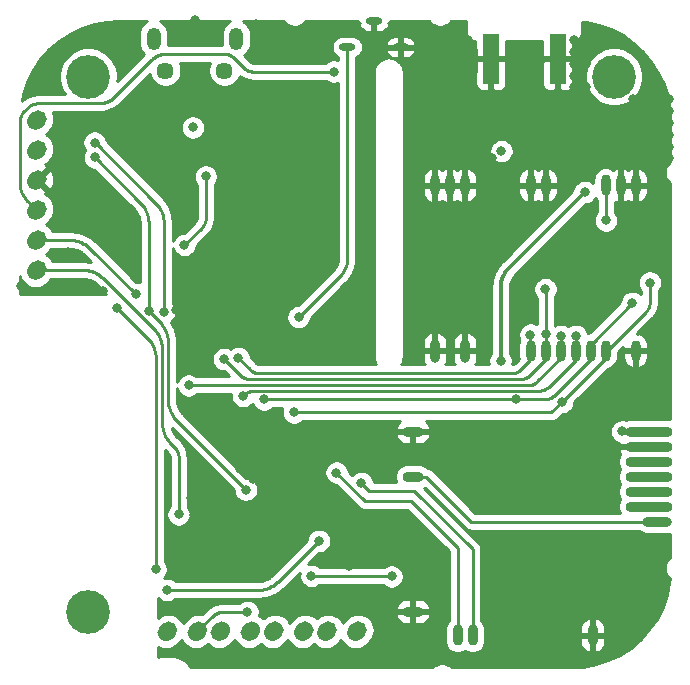
<source format=gbr>
G04 #@! TF.GenerationSoftware,KiCad,Pcbnew,(5.1.6)-1*
G04 #@! TF.CreationDate,2020-07-19T17:34:05+08:00*
G04 #@! TF.ProjectId,ESP32GW,45535033-3247-4572-9e6b-696361645f70,rev?*
G04 #@! TF.SameCoordinates,Original*
G04 #@! TF.FileFunction,Copper,L2,Bot*
G04 #@! TF.FilePolarity,Positive*
%FSLAX46Y46*%
G04 Gerber Fmt 4.6, Leading zero omitted, Abs format (unit mm)*
G04 Created by KiCad (PCBNEW (5.1.6)-1) date 2020-07-19 17:34:05*
%MOMM*%
%LPD*%
G01*
G04 APERTURE LIST*
G04 #@! TA.AperFunction,SMDPad,CuDef*
%ADD10O,4.000000X0.900000*%
G04 #@! TD*
G04 #@! TA.AperFunction,SMDPad,CuDef*
%ADD11O,2.500000X0.900000*%
G04 #@! TD*
G04 #@! TA.AperFunction,SMDPad,CuDef*
%ADD12O,0.900000X1.800000*%
G04 #@! TD*
G04 #@! TA.AperFunction,SMDPad,CuDef*
%ADD13O,1.800000X0.900000*%
G04 #@! TD*
G04 #@! TA.AperFunction,SMDPad,CuDef*
%ADD14O,0.800000X1.800000*%
G04 #@! TD*
G04 #@! TA.AperFunction,SMDPad,CuDef*
%ADD15O,0.800000X2.000000*%
G04 #@! TD*
G04 #@! TA.AperFunction,ComponentPad*
%ADD16O,1.400000X0.600000*%
G04 #@! TD*
G04 #@! TA.AperFunction,ComponentPad*
%ADD17C,1.450000*%
G04 #@! TD*
G04 #@! TA.AperFunction,ComponentPad*
%ADD18O,1.200000X1.900000*%
G04 #@! TD*
G04 #@! TA.AperFunction,WasherPad*
%ADD19C,3.700000*%
G04 #@! TD*
G04 #@! TA.AperFunction,SMDPad,CuDef*
%ADD20R,1.350000X4.200000*%
G04 #@! TD*
G04 #@! TA.AperFunction,ViaPad*
%ADD21C,0.800000*%
G04 #@! TD*
G04 #@! TA.AperFunction,Conductor*
%ADD22C,0.250000*%
G04 #@! TD*
G04 #@! TA.AperFunction,Conductor*
%ADD23C,0.300000*%
G04 #@! TD*
G04 #@! TA.AperFunction,Conductor*
%ADD24C,0.500000*%
G04 #@! TD*
G04 #@! TA.AperFunction,Conductor*
%ADD25C,0.254000*%
G04 #@! TD*
G04 APERTURE END LIST*
D10*
X169010840Y-105638660D03*
X169010840Y-106908660D03*
X169010840Y-108178660D03*
X169010840Y-109448660D03*
X169010840Y-110718660D03*
X169010840Y-111988660D03*
D11*
X169710840Y-113258660D03*
D12*
X164210840Y-122878660D03*
X154050840Y-122878660D03*
X152780840Y-122878660D03*
D13*
X149010840Y-120878660D03*
X149010840Y-109448660D03*
X149010840Y-105638660D03*
D14*
X150866060Y-84780600D03*
X158968440Y-84785680D03*
D15*
X150866060Y-98780600D03*
D14*
X167858440Y-98785680D03*
D15*
X153406060Y-98780600D03*
D14*
X160238440Y-84785680D03*
X165318440Y-84785680D03*
X166588440Y-84785680D03*
X167858440Y-84785680D03*
X165318440Y-98785680D03*
X164048440Y-98785680D03*
X162778440Y-98785680D03*
X161508440Y-98785680D03*
X160238440Y-98785680D03*
X158968440Y-98785680D03*
X152136060Y-84780600D03*
X153406060Y-84780600D03*
G04 #@! TA.AperFunction,ComponentPad*
G36*
G01*
X117793896Y-91342084D02*
X117793896Y-91342084D01*
G75*
G02*
X117793896Y-92402744I-530330J-530330D01*
G01*
X117581764Y-92614876D01*
G75*
G02*
X116521104Y-92614876I-530330J530330D01*
G01*
X116521104Y-92614876D01*
G75*
G02*
X116521104Y-91554216I530330J530330D01*
G01*
X116733236Y-91342084D01*
G75*
G02*
X117793896Y-91342084I530330J-530330D01*
G01*
G37*
G04 #@! TD.AperFunction*
G04 #@! TA.AperFunction,ComponentPad*
G36*
G01*
X117793896Y-88802084D02*
X117793896Y-88802084D01*
G75*
G02*
X117793896Y-89862744I-530330J-530330D01*
G01*
X117581764Y-90074876D01*
G75*
G02*
X116521104Y-90074876I-530330J530330D01*
G01*
X116521104Y-90074876D01*
G75*
G02*
X116521104Y-89014216I530330J530330D01*
G01*
X116733236Y-88802084D01*
G75*
G02*
X117793896Y-88802084I530330J-530330D01*
G01*
G37*
G04 #@! TD.AperFunction*
G04 #@! TA.AperFunction,ComponentPad*
G36*
G01*
X117793896Y-86262084D02*
X117793896Y-86262084D01*
G75*
G02*
X117793896Y-87322744I-530330J-530330D01*
G01*
X117581764Y-87534876D01*
G75*
G02*
X116521104Y-87534876I-530330J530330D01*
G01*
X116521104Y-87534876D01*
G75*
G02*
X116521104Y-86474216I530330J530330D01*
G01*
X116733236Y-86262084D01*
G75*
G02*
X117793896Y-86262084I530330J-530330D01*
G01*
G37*
G04 #@! TD.AperFunction*
G04 #@! TA.AperFunction,ComponentPad*
G36*
G01*
X117793896Y-83722084D02*
X117793896Y-83722084D01*
G75*
G02*
X117793896Y-84782744I-530330J-530330D01*
G01*
X117581764Y-84994876D01*
G75*
G02*
X116521104Y-84994876I-530330J530330D01*
G01*
X116521104Y-84994876D01*
G75*
G02*
X116521104Y-83934216I530330J530330D01*
G01*
X116733236Y-83722084D01*
G75*
G02*
X117793896Y-83722084I530330J-530330D01*
G01*
G37*
G04 #@! TD.AperFunction*
G04 #@! TA.AperFunction,ComponentPad*
G36*
G01*
X117793896Y-81182084D02*
X117793896Y-81182084D01*
G75*
G02*
X117793896Y-82242744I-530330J-530330D01*
G01*
X117581764Y-82454876D01*
G75*
G02*
X116521104Y-82454876I-530330J530330D01*
G01*
X116521104Y-82454876D01*
G75*
G02*
X116521104Y-81394216I530330J530330D01*
G01*
X116733236Y-81182084D01*
G75*
G02*
X117793896Y-81182084I530330J-530330D01*
G01*
G37*
G04 #@! TD.AperFunction*
G04 #@! TA.AperFunction,ComponentPad*
G36*
G01*
X117793896Y-78642084D02*
X117793896Y-78642084D01*
G75*
G02*
X117793896Y-79702744I-530330J-530330D01*
G01*
X117581764Y-79914876D01*
G75*
G02*
X116521104Y-79914876I-530330J530330D01*
G01*
X116521104Y-79914876D01*
G75*
G02*
X116521104Y-78854216I530330J530330D01*
G01*
X116733236Y-78642084D01*
G75*
G02*
X117793896Y-78642084I530330J-530330D01*
G01*
G37*
G04 #@! TD.AperFunction*
D16*
X145706660Y-70891040D03*
X147956660Y-73091040D03*
X143456660Y-73091040D03*
G04 #@! TA.AperFunction,ComponentPad*
G36*
G01*
X133348856Y-122979264D02*
X133136724Y-123191396D01*
G75*
G02*
X132076064Y-123191396I-530330J530330D01*
G01*
X132076064Y-123191396D01*
G75*
G02*
X132076064Y-122130736I530330J530330D01*
G01*
X132288196Y-121918604D01*
G75*
G02*
X133348856Y-121918604I530330J-530330D01*
G01*
X133348856Y-121918604D01*
G75*
G02*
X133348856Y-122979264I-530330J-530330D01*
G01*
G37*
G04 #@! TD.AperFunction*
G04 #@! TA.AperFunction,ComponentPad*
G36*
G01*
X135888856Y-122979264D02*
X135676724Y-123191396D01*
G75*
G02*
X134616064Y-123191396I-530330J530330D01*
G01*
X134616064Y-123191396D01*
G75*
G02*
X134616064Y-122130736I530330J530330D01*
G01*
X134828196Y-121918604D01*
G75*
G02*
X135888856Y-121918604I530330J-530330D01*
G01*
X135888856Y-121918604D01*
G75*
G02*
X135888856Y-122979264I-530330J-530330D01*
G01*
G37*
G04 #@! TD.AperFunction*
D17*
X133051480Y-75077100D03*
X128051480Y-75077100D03*
D18*
X134051480Y-72377100D03*
X127051480Y-72377100D03*
D19*
X166028080Y-75585280D03*
X121528080Y-75585280D03*
X121528080Y-120885280D03*
D20*
X155615540Y-74094340D03*
X161265540Y-74094340D03*
G04 #@! TA.AperFunction,ComponentPad*
G36*
G01*
X142351516Y-122978604D02*
X142139384Y-123190736D01*
G75*
G02*
X141078724Y-123190736I-530330J530330D01*
G01*
X141078724Y-123190736D01*
G75*
G02*
X141078724Y-122130076I530330J530330D01*
G01*
X141290856Y-121917944D01*
G75*
G02*
X142351516Y-121917944I530330J-530330D01*
G01*
X142351516Y-121917944D01*
G75*
G02*
X142351516Y-122978604I-530330J-530330D01*
G01*
G37*
G04 #@! TD.AperFunction*
G04 #@! TA.AperFunction,ComponentPad*
G36*
G01*
X144891516Y-122978604D02*
X144679384Y-123190736D01*
G75*
G02*
X143618724Y-123190736I-530330J530330D01*
G01*
X143618724Y-123190736D01*
G75*
G02*
X143618724Y-122130076I530330J530330D01*
G01*
X143830856Y-121917944D01*
G75*
G02*
X144891516Y-121917944I530330J-530330D01*
G01*
X144891516Y-121917944D01*
G75*
G02*
X144891516Y-122978604I-530330J-530330D01*
G01*
G37*
G04 #@! TD.AperFunction*
G04 #@! TA.AperFunction,ComponentPad*
G36*
G01*
X140390636Y-122978604D02*
X140178504Y-123190736D01*
G75*
G02*
X139117844Y-123190736I-530330J530330D01*
G01*
X139117844Y-123190736D01*
G75*
G02*
X139117844Y-122130076I530330J530330D01*
G01*
X139329976Y-121917944D01*
G75*
G02*
X140390636Y-121917944I530330J-530330D01*
G01*
X140390636Y-121917944D01*
G75*
G02*
X140390636Y-122978604I-530330J-530330D01*
G01*
G37*
G04 #@! TD.AperFunction*
G04 #@! TA.AperFunction,ComponentPad*
G36*
G01*
X137850636Y-122978604D02*
X137638504Y-123190736D01*
G75*
G02*
X136577844Y-123190736I-530330J530330D01*
G01*
X136577844Y-123190736D01*
G75*
G02*
X136577844Y-122130076I530330J530330D01*
G01*
X136789976Y-121917944D01*
G75*
G02*
X137850636Y-121917944I530330J-530330D01*
G01*
X137850636Y-121917944D01*
G75*
G02*
X137850636Y-122978604I-530330J-530330D01*
G01*
G37*
G04 #@! TD.AperFunction*
G04 #@! TA.AperFunction,ComponentPad*
G36*
G01*
X128847976Y-122991964D02*
X128635844Y-123204096D01*
G75*
G02*
X127575184Y-123204096I-530330J530330D01*
G01*
X127575184Y-123204096D01*
G75*
G02*
X127575184Y-122143436I530330J530330D01*
G01*
X127787316Y-121931304D01*
G75*
G02*
X128847976Y-121931304I530330J-530330D01*
G01*
X128847976Y-121931304D01*
G75*
G02*
X128847976Y-122991964I-530330J-530330D01*
G01*
G37*
G04 #@! TD.AperFunction*
G04 #@! TA.AperFunction,ComponentPad*
G36*
G01*
X131387976Y-122991964D02*
X131175844Y-123204096D01*
G75*
G02*
X130115184Y-123204096I-530330J530330D01*
G01*
X130115184Y-123204096D01*
G75*
G02*
X130115184Y-122143436I530330J530330D01*
G01*
X130327316Y-121931304D01*
G75*
G02*
X131387976Y-121931304I530330J-530330D01*
G01*
X131387976Y-121931304D01*
G75*
G02*
X131387976Y-122991964I-530330J-530330D01*
G01*
G37*
G04 #@! TD.AperFunction*
D21*
X136392920Y-102910640D03*
X157728920Y-102910640D03*
X167579040Y-94749620D03*
X169070020Y-93037660D03*
X138932920Y-104023160D03*
X161635440Y-103121460D03*
X128193800Y-119049800D03*
X156425900Y-99667060D03*
X141033499Y-114901980D03*
X163550600Y-85361781D03*
X165348920Y-87769700D03*
X166715440Y-105636060D03*
X141406880Y-97428560D03*
X143406880Y-97428560D03*
X141406880Y-98428560D03*
X143406880Y-98428560D03*
X158386780Y-95714820D03*
X149676360Y-81510380D03*
X150676360Y-81510380D03*
X151676360Y-81510380D03*
X152676360Y-81510380D03*
X149676360Y-82510380D03*
X150676360Y-82510380D03*
X151676360Y-82510380D03*
X152676360Y-82510380D03*
X135953554Y-95368270D03*
X134953476Y-95368270D03*
X144569180Y-82171540D03*
X135112000Y-86492080D03*
X135112000Y-88492080D03*
X135112000Y-89492080D03*
X138008360Y-106017060D03*
X137995420Y-125110240D03*
X139995420Y-125110240D03*
X140995420Y-125110240D03*
X144995420Y-125110240D03*
X135465820Y-112623600D03*
X136723120Y-108803440D03*
X136380220Y-110383320D03*
X135455660Y-109636560D03*
X129308860Y-120718580D03*
X148676360Y-80510380D03*
X149676360Y-80510380D03*
X150676360Y-80510380D03*
X151676360Y-80510380D03*
X152676360Y-80510380D03*
X153676360Y-80510380D03*
X154676360Y-80510380D03*
X159676360Y-80510380D03*
X160676360Y-80510380D03*
X170676360Y-80510380D03*
X148676360Y-81510380D03*
X153676360Y-81510380D03*
X154676360Y-81510380D03*
X159676360Y-81510380D03*
X160676360Y-81510380D03*
X170676360Y-81510380D03*
X148676360Y-82510380D03*
X153676360Y-82510380D03*
X154676360Y-82510380D03*
X155676360Y-82510380D03*
X158676360Y-82510380D03*
X159676360Y-82510380D03*
X160676360Y-82510380D03*
X170676360Y-82510380D03*
X148676360Y-79510380D03*
X148676360Y-78510380D03*
X148676360Y-77510380D03*
X148676360Y-76510380D03*
X149676360Y-76510380D03*
X150676360Y-76510380D03*
X151676360Y-76510380D03*
X153676360Y-76510380D03*
X162676360Y-76510380D03*
X163676360Y-76510380D03*
X168676360Y-76510380D03*
X169676360Y-76510380D03*
X149676360Y-77510380D03*
X150676360Y-77510380D03*
X160676360Y-77510380D03*
X161676360Y-77510380D03*
X162676360Y-77510380D03*
X163676360Y-77510380D03*
X167676360Y-77510380D03*
X168676360Y-77510380D03*
X169676360Y-77510380D03*
X170676360Y-77510380D03*
X149676360Y-78510380D03*
X150676360Y-78510380D03*
X160676360Y-78510380D03*
X170676360Y-78510380D03*
X149676360Y-79510380D03*
X150676360Y-79510380D03*
X160676360Y-79510380D03*
X170676360Y-79510380D03*
X153676360Y-75510380D03*
X153676360Y-74510380D03*
X153676360Y-73510380D03*
X153676360Y-72510380D03*
X152676360Y-76510380D03*
X152676360Y-75510380D03*
X152676360Y-74510380D03*
X152676360Y-73510380D03*
X152676360Y-72510380D03*
X151676360Y-75510380D03*
X151676360Y-74510380D03*
X151676360Y-73510380D03*
X151676360Y-72510380D03*
X150676360Y-75510380D03*
X150676360Y-74510380D03*
X150676360Y-73510380D03*
X149676360Y-75510380D03*
X149676360Y-74510380D03*
X149676360Y-73510380D03*
X149676360Y-72510380D03*
X163676360Y-74510380D03*
X163676360Y-73510380D03*
X163676360Y-72510380D03*
X162676360Y-75510380D03*
X162676360Y-74510380D03*
X162676360Y-73510380D03*
X162676360Y-72510380D03*
X128953260Y-95373700D03*
X129953260Y-95373700D03*
X130953260Y-95373700D03*
X131953260Y-95373700D03*
X132953260Y-95373700D03*
X133953260Y-95373700D03*
X166712900Y-123271280D03*
X122781946Y-93730746D03*
X125234700Y-87276940D03*
X125270260Y-88574880D03*
X132417820Y-111333280D03*
X134853680Y-113469420D03*
X131391660Y-103858060D03*
X141406880Y-96428560D03*
X142406880Y-96428560D03*
X143406880Y-96428560D03*
X142406880Y-97428560D03*
X142406880Y-98428560D03*
X141406880Y-99428560D03*
X142406880Y-99428560D03*
X143406880Y-99428560D03*
X119771160Y-90467180D03*
X115836700Y-93290140D03*
X118836700Y-93290140D03*
X119836700Y-93290140D03*
X120836700Y-93290140D03*
X134112000Y-86492080D03*
X134112000Y-87492080D03*
X135112000Y-87492080D03*
X134112000Y-88492080D03*
X134112000Y-89492080D03*
X131605020Y-90208100D03*
X131432300Y-117530880D03*
X133205220Y-117602000D03*
X143598900Y-117015260D03*
X138579860Y-121257060D03*
X142481300Y-120995440D03*
X134569200Y-107213400D03*
X135839200Y-108094780D03*
X150634700Y-122471180D03*
X130995420Y-125110240D03*
X131995420Y-125110240D03*
X132995420Y-125110240D03*
X133995420Y-125110240D03*
X134995420Y-125110240D03*
X135995420Y-125110240D03*
X136995420Y-125110240D03*
X138995420Y-125110240D03*
X141995420Y-125110240D03*
X142995420Y-125110240D03*
X143995420Y-125110240D03*
X146995420Y-125110240D03*
X147995420Y-125110240D03*
X148995420Y-125110240D03*
X120070880Y-87208360D03*
X127100601Y-84219474D03*
X123482100Y-78685230D03*
X125204240Y-71616460D03*
X135717280Y-71158100D03*
X130545840Y-70827900D03*
X130462020Y-112684560D03*
X131663440Y-112694720D03*
X132892800Y-112666780D03*
X134101840Y-112631220D03*
X133578600Y-113487200D03*
X132384800Y-113504980D03*
X131015740Y-113504980D03*
X130248660Y-111297720D03*
X131300220Y-111279940D03*
X133586220Y-111323120D03*
X138391900Y-110606840D03*
X138437620Y-111843820D03*
X137335260Y-111142780D03*
X134396480Y-108846620D03*
X133921500Y-105864660D03*
X130050540Y-103769160D03*
X130985260Y-102788720D03*
X157676360Y-82510380D03*
X150676360Y-72510380D03*
X154724100Y-83954620D03*
X157543500Y-98061780D03*
X154927300Y-94983300D03*
X154967940Y-92956380D03*
X154973020Y-90947240D03*
X129359660Y-99695000D03*
X158813500Y-105087420D03*
X167612060Y-88993980D03*
X167863520Y-100853240D03*
X137579287Y-109677875D03*
X153362660Y-105046780D03*
X165750240Y-108938060D03*
X166207440Y-103985060D03*
X133027420Y-99514660D03*
X160253680Y-97365820D03*
X160223200Y-93573600D03*
X162789020Y-97533460D03*
X134630160Y-102613880D03*
X161536380Y-97558860D03*
X130021069Y-101735629D03*
X158948120Y-97431860D03*
X134228840Y-99402900D03*
X130370580Y-79885540D03*
X142306040Y-75168760D03*
X134998460Y-120906540D03*
X127215900Y-117297200D03*
X123954540Y-95138240D03*
X126629160Y-95455740D03*
X122067320Y-82425540D03*
X134856220Y-110566200D03*
X139324700Y-95959280D03*
X127909320Y-95516700D03*
X122062240Y-81175860D03*
X140406120Y-117868700D03*
X147208240Y-117904260D03*
X156494100Y-81907380D03*
X142532100Y-109118400D03*
X144637760Y-109984540D03*
X129664460Y-89837260D03*
X131463140Y-84033360D03*
X129164700Y-112662320D03*
X125521720Y-93985080D03*
D22*
X136392920Y-102910640D02*
X136392920Y-102910640D01*
X136392920Y-102910640D02*
X136375140Y-102928420D01*
X157728920Y-102910640D02*
X157728920Y-102910640D01*
X160440682Y-102874464D02*
X160497784Y-102858661D01*
X161000933Y-102557086D02*
X164048440Y-99509580D01*
X160382874Y-102887445D02*
X160440682Y-102874464D01*
X160497784Y-102858661D02*
X160554041Y-102840076D01*
X160147380Y-102910640D02*
X157728920Y-102910640D01*
X160324499Y-102897574D02*
X160382874Y-102887445D01*
X160554041Y-102840076D02*
X160609319Y-102818753D01*
X160609319Y-102818753D02*
X160663484Y-102794744D01*
X160663484Y-102794744D02*
X160716405Y-102768105D01*
X160716405Y-102768105D02*
X160767956Y-102738902D01*
X160767956Y-102738902D02*
X160818012Y-102707205D01*
X160958022Y-102597939D02*
X161000933Y-102557086D01*
X164048440Y-99509580D02*
X164048440Y-98785680D01*
X160913159Y-102636638D02*
X160958022Y-102597939D01*
X160265697Y-102904827D02*
X160324499Y-102897574D01*
X160866452Y-102673089D02*
X160913159Y-102636638D01*
X160818012Y-102707205D02*
X160866452Y-102673089D01*
X160206609Y-102909185D02*
X160265697Y-102904827D01*
X160147380Y-102910640D02*
X160206609Y-102909185D01*
X164048440Y-98280220D02*
X164048440Y-98785680D01*
X167579040Y-94749620D02*
X164048440Y-98280220D01*
X157728920Y-102910640D02*
X136392920Y-102910640D01*
X165320980Y-98788220D02*
X165318440Y-98785680D01*
X165320980Y-99483620D02*
X165320980Y-98788220D01*
X165315900Y-98138715D02*
X165315900Y-99488700D01*
X168716466Y-95491793D02*
X165328600Y-98879660D01*
X168716466Y-95491793D02*
X168757319Y-95448882D01*
X168757319Y-95448882D02*
X168796018Y-95404019D01*
X168796018Y-95404019D02*
X168832469Y-95357312D01*
X168832469Y-95357312D02*
X168866585Y-95308872D01*
X168866585Y-95308872D02*
X168898282Y-95258816D01*
X168898282Y-95258816D02*
X168927485Y-95207265D01*
X168927485Y-95207265D02*
X168954124Y-95154344D01*
X168954124Y-95154344D02*
X168978133Y-95100179D01*
X168978133Y-95100179D02*
X168999456Y-95044901D01*
X168999456Y-95044901D02*
X169018041Y-94988644D01*
X169018041Y-94988644D02*
X169033844Y-94931542D01*
X169033844Y-94931542D02*
X169046825Y-94873734D01*
X169046825Y-94873734D02*
X169056954Y-94815359D01*
X169056954Y-94815359D02*
X169064206Y-94756557D01*
X169064206Y-94756557D02*
X169068565Y-94697469D01*
X169068565Y-94697469D02*
X169070020Y-94638240D01*
X169070020Y-94638240D02*
X169070020Y-93037660D01*
X160733740Y-104023160D02*
X160642300Y-104023160D01*
X160642300Y-104023160D02*
X138932920Y-104023160D01*
X165369240Y-98752660D02*
X165369240Y-99387660D01*
X165369240Y-99387660D02*
X161635440Y-103121460D01*
X161635440Y-103121460D02*
X160733740Y-104023160D01*
X137597866Y-118337613D02*
X141033499Y-114901980D01*
X137512045Y-118419320D02*
X137597866Y-118337613D01*
X136361749Y-118998331D02*
X136477365Y-118972368D01*
X136477365Y-118972368D02*
X136591568Y-118940764D01*
X136127394Y-119033094D02*
X136244998Y-119018589D01*
X137422319Y-118496718D02*
X137512045Y-118419320D01*
X136009219Y-119041811D02*
X136127394Y-119033094D01*
X136591568Y-118940764D02*
X136704083Y-118903594D01*
X137328904Y-118569620D02*
X137422319Y-118496718D01*
X128267460Y-119044720D02*
X135890760Y-119044720D01*
X135890760Y-119044720D02*
X136009219Y-119041811D01*
X137028811Y-118759652D02*
X137131913Y-118701245D01*
X136704083Y-118903594D02*
X136814639Y-118860948D01*
X136244998Y-119018589D02*
X136361749Y-118998331D01*
X136922968Y-118812929D02*
X137028811Y-118759652D01*
X136814639Y-118860948D02*
X136922968Y-118812929D01*
X137131913Y-118701245D02*
X137232024Y-118637851D01*
X137232024Y-118637851D02*
X137328904Y-118569620D01*
D23*
X163150601Y-85761780D02*
X163550600Y-85361781D01*
X156425900Y-93486481D02*
X156425900Y-99667060D01*
X156425900Y-93486481D02*
X156428807Y-93368021D01*
X156428807Y-93368021D02*
X156437524Y-93249846D01*
X156437524Y-93249846D02*
X156452029Y-93132242D01*
X156452029Y-93132242D02*
X156472287Y-93015491D01*
X156472287Y-93015491D02*
X156498250Y-92899874D01*
X156498250Y-92899874D02*
X156529854Y-92785671D01*
X156529854Y-92785671D02*
X156567024Y-92673156D01*
X156567024Y-92673156D02*
X156609670Y-92562601D01*
X156609670Y-92562601D02*
X156657689Y-92454271D01*
X156657689Y-92454271D02*
X156710966Y-92348428D01*
X156710966Y-92348428D02*
X156769372Y-92245327D01*
X156769372Y-92245327D02*
X156832767Y-92145215D01*
X156832767Y-92145215D02*
X156900998Y-92048335D01*
X156900998Y-92048335D02*
X156973900Y-91954919D01*
X156973900Y-91954919D02*
X157051298Y-91865194D01*
X157051298Y-91865194D02*
X157133006Y-91779374D01*
X157133006Y-91779374D02*
X163150601Y-85761780D01*
D22*
X165331140Y-87751920D02*
X165348920Y-87769700D01*
X165318440Y-84785680D02*
X165331140Y-84798380D01*
X165331140Y-84798380D02*
X165331140Y-87751920D01*
D24*
X168010840Y-105638660D02*
X166718040Y-105638660D01*
X166718040Y-105638660D02*
X166715440Y-105636060D01*
D22*
X133027420Y-99514660D02*
X133027420Y-99514660D01*
X134440579Y-100919598D02*
X134395716Y-100880899D01*
X134352806Y-100840046D02*
X133027420Y-99514660D01*
X134585782Y-101021862D02*
X134535726Y-100990165D01*
X134637333Y-101051065D02*
X134585782Y-101021862D01*
X134690254Y-101077704D02*
X134637333Y-101051065D01*
X134799697Y-101123037D02*
X134744419Y-101101714D01*
X134744419Y-101101714D02*
X134690254Y-101077704D01*
X134855955Y-101141621D02*
X134799697Y-101123037D01*
X134970864Y-101170405D02*
X134913056Y-101157424D01*
X135029240Y-101180534D02*
X134970864Y-101170405D01*
X135147130Y-101192145D02*
X135088042Y-101187787D01*
X134535726Y-100990165D02*
X134487286Y-100956049D01*
X158100140Y-101193600D02*
X135206360Y-101193600D01*
X134487286Y-100956049D02*
X134440579Y-100919598D01*
X158159369Y-101192145D02*
X158100140Y-101193600D01*
X134913056Y-101157424D02*
X134855955Y-101141621D01*
X158218457Y-101187787D02*
X158159369Y-101192145D01*
X158819212Y-100956049D02*
X158770772Y-100990165D01*
X158865919Y-100919598D02*
X158819212Y-100956049D01*
X158506801Y-101123036D02*
X158450544Y-101141621D01*
X134395716Y-100880899D02*
X134352806Y-100840046D01*
X160253680Y-99540059D02*
X158953693Y-100840046D01*
X158277259Y-101180534D02*
X158218457Y-101187787D01*
X158770772Y-100990165D02*
X158720716Y-101021862D01*
X158720716Y-101021862D02*
X158669165Y-101051065D01*
X135088042Y-101187787D02*
X135029240Y-101180534D01*
X158669165Y-101051065D02*
X158616244Y-101077704D01*
X158910782Y-100880899D02*
X158865919Y-100919598D01*
X158562079Y-101101713D02*
X158506801Y-101123036D01*
X158616244Y-101077704D02*
X158562079Y-101101713D01*
X158953693Y-100840046D02*
X158910782Y-100880899D01*
X158450544Y-101141621D02*
X158393442Y-101157424D01*
X158393442Y-101157424D02*
X158335634Y-101170405D01*
X135206360Y-101193600D02*
X135147130Y-101192145D01*
X158335634Y-101170405D02*
X158277259Y-101180534D01*
X160238440Y-93588840D02*
X160238440Y-98785680D01*
X160223200Y-93573600D02*
X160238440Y-93588840D01*
X162778440Y-97544040D02*
X162789020Y-97533460D01*
X162778440Y-98785680D02*
X162778440Y-97544040D01*
X160308573Y-101982204D02*
X160357013Y-101948088D01*
X159988345Y-102133660D02*
X160044602Y-102115075D01*
X160206966Y-102043104D02*
X160258517Y-102013901D01*
X159815060Y-102172573D02*
X159873435Y-102162444D01*
X160258517Y-102013901D02*
X160308573Y-101982204D01*
X159873435Y-102162444D02*
X159931243Y-102149463D01*
X160154045Y-102069743D02*
X160206966Y-102043104D01*
X160099880Y-102093752D02*
X160154045Y-102069743D01*
X160044602Y-102115075D02*
X160099880Y-102093752D01*
X159931243Y-102149463D02*
X159988345Y-102133660D01*
X159637941Y-102185639D02*
X159697170Y-102184184D01*
X159756258Y-102179825D02*
X159815060Y-102172573D01*
X159697170Y-102184184D02*
X159756258Y-102179825D01*
X160357013Y-101948088D02*
X160403720Y-101911637D01*
X160403720Y-101911637D02*
X160448583Y-101872938D01*
X160448583Y-101872938D02*
X160491494Y-101832085D01*
X160491494Y-101832085D02*
X162778440Y-99545140D01*
X162778440Y-99545140D02*
X162778440Y-98785680D01*
X134630580Y-102613460D02*
X134630160Y-102613880D01*
X159697170Y-102184184D02*
X158881346Y-102184184D01*
X158881346Y-102184184D02*
X158879891Y-102185639D01*
X134704847Y-102539192D02*
X134630160Y-102613880D01*
X134704847Y-102539192D02*
X134747756Y-102498338D01*
X134747756Y-102498338D02*
X134792619Y-102459639D01*
X134792619Y-102459639D02*
X134839327Y-102423187D01*
X134839327Y-102423187D02*
X134887767Y-102389072D01*
X134887767Y-102389072D02*
X134937823Y-102357375D01*
X134937823Y-102357375D02*
X134989374Y-102328172D01*
X134989374Y-102328172D02*
X135042295Y-102301533D01*
X135042295Y-102301533D02*
X135096460Y-102277524D01*
X135096460Y-102277524D02*
X135151738Y-102256201D01*
X135151738Y-102256201D02*
X135207996Y-102237616D01*
X135207996Y-102237616D02*
X135265097Y-102221814D01*
X135265097Y-102221814D02*
X135322905Y-102208832D01*
X135322905Y-102208832D02*
X135381281Y-102198703D01*
X135381281Y-102198703D02*
X135440083Y-102191451D01*
X135440083Y-102191451D02*
X135499171Y-102187092D01*
X135499171Y-102187092D02*
X135558401Y-102185639D01*
X135558401Y-102185639D02*
X158879891Y-102185639D01*
X161508440Y-97586800D02*
X161536380Y-97558860D01*
X161508440Y-98785680D02*
X161508440Y-97586800D01*
X130021069Y-101735629D02*
X130021069Y-101735629D01*
X159314067Y-101563891D02*
X159364123Y-101532194D01*
X158693491Y-101735629D02*
X130021069Y-101735629D01*
X158811808Y-101729816D02*
X158870610Y-101722563D01*
X158870610Y-101722563D02*
X158928985Y-101712434D01*
X158928985Y-101712434D02*
X158986793Y-101699453D01*
X158986793Y-101699453D02*
X159043895Y-101683650D01*
X159043895Y-101683650D02*
X159100152Y-101665065D01*
X159155430Y-101643742D02*
X159209595Y-101619733D01*
X158693491Y-101735629D02*
X158752720Y-101734174D01*
X159209595Y-101619733D02*
X159262516Y-101593094D01*
X159412563Y-101498078D02*
X159459270Y-101461627D01*
X159262516Y-101593094D02*
X159314067Y-101563891D01*
X159504133Y-101422928D02*
X159547044Y-101382075D01*
X159547044Y-101382075D02*
X161508440Y-99420680D01*
X158752720Y-101734174D02*
X158811808Y-101729816D01*
X161508440Y-99420680D02*
X161508440Y-98785680D01*
X159459270Y-101461627D02*
X159504133Y-101422928D01*
X159364123Y-101532194D02*
X159412563Y-101498078D01*
X159100152Y-101665065D02*
X159155430Y-101643742D01*
X158948120Y-98765360D02*
X158968440Y-98785680D01*
X158948120Y-97431860D02*
X158948120Y-98765360D01*
X135276239Y-100442078D02*
X135231376Y-100403379D01*
X135322946Y-100478529D02*
X135276239Y-100442078D01*
X135421442Y-100544342D02*
X135371386Y-100512645D01*
X135472993Y-100573545D02*
X135421442Y-100544342D01*
X135525914Y-100600184D02*
X135472993Y-100573545D01*
X135748716Y-100679904D02*
X135691615Y-100664101D01*
X135864900Y-100703014D02*
X135806524Y-100692885D01*
X135923702Y-100710267D02*
X135864900Y-100703014D01*
X135371386Y-100512645D02*
X135322946Y-100478529D01*
X135982790Y-100714625D02*
X135923702Y-100710267D01*
X136042020Y-100716080D02*
X135982790Y-100714625D01*
X157292420Y-100716080D02*
X136042020Y-100716080D01*
X135580079Y-100624194D02*
X135525914Y-100600184D01*
X157351649Y-100714625D02*
X157292420Y-100716080D01*
X157410737Y-100710267D02*
X157351649Y-100714625D01*
X135188466Y-100362526D02*
X134228840Y-99402900D01*
X158011492Y-100478529D02*
X157963052Y-100512645D01*
X135635357Y-100645517D02*
X135580079Y-100624194D01*
X157469539Y-100703014D02*
X157410737Y-100710267D01*
X158058199Y-100442078D02*
X158011492Y-100478529D01*
X158103062Y-100403379D02*
X158058199Y-100442078D01*
X157754359Y-100624193D02*
X157699081Y-100645516D01*
X158145973Y-100362526D02*
X158103062Y-100403379D01*
X158955740Y-98587560D02*
X158955740Y-99552759D01*
X158955740Y-99552759D02*
X158145973Y-100362526D01*
X157963052Y-100512645D02*
X157912996Y-100544342D01*
X157527914Y-100692885D02*
X157469539Y-100703014D01*
X135231376Y-100403379D02*
X135188466Y-100362526D01*
X157912996Y-100544342D02*
X157861445Y-100573545D01*
X157585722Y-100679904D02*
X157527914Y-100692885D01*
X157861445Y-100573545D02*
X157808524Y-100600184D01*
X135691615Y-100664101D02*
X135635357Y-100645517D01*
X157808524Y-100600184D02*
X157754359Y-100624193D01*
X135806524Y-100692885D02*
X135748716Y-100679904D01*
X157699081Y-100645516D02*
X157642824Y-100664101D01*
X157642824Y-100664101D02*
X157585722Y-100679904D01*
X135446850Y-75167305D02*
X135506080Y-75168760D01*
X135387762Y-75162947D02*
X135446850Y-75167305D01*
X135328960Y-75155694D02*
X135387762Y-75162947D01*
X133451369Y-73743995D02*
X133505534Y-73768005D01*
X133339834Y-73704087D02*
X133396091Y-73722672D01*
X133282732Y-73688285D02*
X133339834Y-73704087D01*
X133505534Y-73768005D02*
X133558455Y-73794643D01*
X133166549Y-73665175D02*
X133224924Y-73675304D01*
X133660062Y-73855544D02*
X133708502Y-73889659D01*
X133107747Y-73657922D02*
X133166549Y-73665175D01*
X133048659Y-73653564D02*
X133107747Y-73657922D01*
X134740298Y-74894759D02*
X134787006Y-74931210D01*
X132989430Y-73652110D02*
X133048659Y-73653564D01*
X134652526Y-74815206D02*
X134695435Y-74856060D01*
X135506080Y-75168760D02*
X142306040Y-75168760D01*
X133396091Y-73722672D02*
X133451369Y-73743995D01*
X135044139Y-75076874D02*
X135099417Y-75098197D01*
X133800072Y-73964809D02*
X133842983Y-74005663D01*
X135270584Y-75145565D02*
X135328960Y-75155694D01*
X135099417Y-75098197D02*
X135155675Y-75116782D01*
X133558455Y-73794643D02*
X133610006Y-73823846D01*
X133610006Y-73823846D02*
X133660062Y-73855544D01*
X135155675Y-75116782D02*
X135212776Y-75132584D01*
X133708502Y-73889659D02*
X133755209Y-73926110D01*
X133755209Y-73926110D02*
X133800072Y-73964809D01*
X133224924Y-73675304D02*
X133282732Y-73688285D01*
X134787006Y-74931210D02*
X134835446Y-74965325D01*
X133842983Y-74005663D02*
X134652526Y-74815206D01*
X134695435Y-74856060D02*
X134740298Y-74894759D01*
X134835446Y-74965325D02*
X134885502Y-74997023D01*
X134885502Y-74997023D02*
X134937053Y-75026226D01*
X134937053Y-75026226D02*
X134989974Y-75052864D01*
X134989974Y-75052864D02*
X135044139Y-75076874D01*
X135212776Y-75132584D02*
X135270584Y-75145565D01*
X122369680Y-77853540D02*
X122464447Y-77851213D01*
X122464447Y-77851213D02*
X122558987Y-77844239D01*
X122558987Y-77844239D02*
X122653070Y-77832635D01*
X122653070Y-77832635D02*
X122746471Y-77816428D01*
X122746471Y-77816428D02*
X122838964Y-77795658D01*
X122838964Y-77795658D02*
X122930327Y-77770375D01*
X122930327Y-77770375D02*
X123020339Y-77740639D01*
X123020339Y-77740639D02*
X123108783Y-77706522D01*
X123108783Y-77706522D02*
X123195447Y-77668107D01*
X123195447Y-77668107D02*
X123280121Y-77625485D01*
X123280121Y-77625485D02*
X123362602Y-77578760D01*
X123362602Y-77578760D02*
X123442691Y-77528044D01*
X123442691Y-77528044D02*
X123520195Y-77473460D01*
X123520195Y-77473460D02*
X123594928Y-77415138D01*
X123594928Y-77415138D02*
X123666708Y-77353219D01*
X123666708Y-77353219D02*
X123735365Y-77287854D01*
X116382306Y-78207093D02*
X116425215Y-78166239D01*
X116425215Y-78166239D02*
X116470078Y-78127540D01*
X116470078Y-78127540D02*
X116516786Y-78091088D01*
X116516786Y-78091088D02*
X116565226Y-78056973D01*
X116565226Y-78056973D02*
X116615282Y-78025276D01*
X116615282Y-78025276D02*
X116666833Y-77996073D01*
X116666833Y-77996073D02*
X116719754Y-77969434D01*
X116719754Y-77969434D02*
X116773919Y-77945425D01*
X116773919Y-77945425D02*
X116829197Y-77924102D01*
X116829197Y-77924102D02*
X116885455Y-77905517D01*
X116885455Y-77905517D02*
X116942556Y-77889715D01*
X116942556Y-77889715D02*
X117000364Y-77876733D01*
X117000364Y-77876733D02*
X117058740Y-77866604D01*
X117058740Y-77866604D02*
X117117542Y-77859352D01*
X117117542Y-77859352D02*
X117176630Y-77854993D01*
X117176630Y-77854993D02*
X117235860Y-77853540D01*
X117235860Y-77853540D02*
X122369680Y-77853540D01*
X115712240Y-79377160D02*
X115713693Y-79317930D01*
X115713693Y-79317930D02*
X115718052Y-79258842D01*
X115718052Y-79258842D02*
X115725304Y-79200040D01*
X115725304Y-79200040D02*
X115735433Y-79141664D01*
X115735433Y-79141664D02*
X115748415Y-79083856D01*
X115748415Y-79083856D02*
X115764217Y-79026755D01*
X115764217Y-79026755D02*
X115782802Y-78970497D01*
X115782802Y-78970497D02*
X115804125Y-78915219D01*
X115804125Y-78915219D02*
X115828134Y-78861054D01*
X115828134Y-78861054D02*
X115854773Y-78808133D01*
X115854773Y-78808133D02*
X115883976Y-78756582D01*
X115883976Y-78756582D02*
X115915673Y-78706526D01*
X115915673Y-78706526D02*
X115949788Y-78658086D01*
X115949788Y-78658086D02*
X115986240Y-78611378D01*
X115986240Y-78611378D02*
X116024939Y-78566515D01*
X116024939Y-78566515D02*
X116065793Y-78523606D01*
X116065793Y-78523606D02*
X116382306Y-78207093D01*
X116277925Y-86018905D02*
X117157500Y-86898480D01*
X116277925Y-86018905D02*
X116212559Y-85950248D01*
X116212559Y-85950248D02*
X116150640Y-85878468D01*
X116150640Y-85878468D02*
X116092318Y-85803735D01*
X116092318Y-85803735D02*
X116037734Y-85726231D01*
X116037734Y-85726231D02*
X115987018Y-85646142D01*
X115987018Y-85646142D02*
X115940293Y-85563661D01*
X115940293Y-85563661D02*
X115897671Y-85478987D01*
X115897671Y-85478987D02*
X115859256Y-85392323D01*
X115859256Y-85392323D02*
X115825139Y-85303879D01*
X115825139Y-85303879D02*
X115795403Y-85213867D01*
X115795403Y-85213867D02*
X115770120Y-85122504D01*
X115770120Y-85122504D02*
X115749350Y-85030011D01*
X115749350Y-85030011D02*
X115733143Y-84936610D01*
X115733143Y-84936610D02*
X115721539Y-84842527D01*
X115721539Y-84842527D02*
X115714566Y-84747987D01*
X115714566Y-84747987D02*
X115712240Y-84653220D01*
X115712240Y-84653220D02*
X115712240Y-79377160D01*
X128171110Y-73652110D02*
X132989430Y-73652110D01*
X128171110Y-73652110D02*
X128076342Y-73654436D01*
X128076342Y-73654436D02*
X127981802Y-73661409D01*
X127981802Y-73661409D02*
X127887718Y-73673013D01*
X127887718Y-73673013D02*
X127794318Y-73689220D01*
X127794318Y-73689220D02*
X127701824Y-73709990D01*
X127701824Y-73709990D02*
X127610462Y-73735273D01*
X127610462Y-73735273D02*
X127520450Y-73765009D01*
X127520450Y-73765009D02*
X127432006Y-73799126D01*
X127432006Y-73799126D02*
X127345342Y-73837541D01*
X127345342Y-73837541D02*
X127260667Y-73880163D01*
X127260667Y-73880163D02*
X127178186Y-73926888D01*
X127178186Y-73926888D02*
X127098097Y-73977604D01*
X127098097Y-73977604D02*
X127020593Y-74032188D01*
X127020593Y-74032188D02*
X126945860Y-74090510D01*
X126945860Y-74090510D02*
X126874079Y-74152428D01*
X126874079Y-74152428D02*
X126805424Y-74217795D01*
X126805424Y-74217795D02*
X123735365Y-77287854D01*
X132912740Y-120906540D02*
X134998460Y-120906540D01*
X132912740Y-120906540D02*
X132853510Y-120907993D01*
X132853510Y-120907993D02*
X132794422Y-120912352D01*
X132794422Y-120912352D02*
X132735620Y-120919604D01*
X132735620Y-120919604D02*
X132677244Y-120929733D01*
X132677244Y-120929733D02*
X132619436Y-120942715D01*
X132619436Y-120942715D02*
X132562335Y-120958517D01*
X132562335Y-120958517D02*
X132506077Y-120977102D01*
X132506077Y-120977102D02*
X132450799Y-120998425D01*
X132450799Y-120998425D02*
X132396634Y-121022434D01*
X132396634Y-121022434D02*
X132343713Y-121049073D01*
X132343713Y-121049073D02*
X132292162Y-121078276D01*
X132292162Y-121078276D02*
X132242106Y-121109973D01*
X132242106Y-121109973D02*
X132193666Y-121144088D01*
X132193666Y-121144088D02*
X132146958Y-121180540D01*
X132146958Y-121180540D02*
X132102095Y-121219239D01*
X132102095Y-121219239D02*
X132059186Y-121260093D01*
X132059186Y-121260093D02*
X130751580Y-122567700D01*
X127228600Y-117284500D02*
X127215900Y-117297200D01*
X126521493Y-97705193D02*
X123954540Y-95138240D01*
X126521493Y-97705193D02*
X126603199Y-97791013D01*
X126603199Y-97791013D02*
X126680597Y-97880739D01*
X126680597Y-97880739D02*
X126753500Y-97974154D01*
X126753500Y-97974154D02*
X126821730Y-98071035D01*
X126821730Y-98071035D02*
X126885125Y-98171146D01*
X126885125Y-98171146D02*
X126943531Y-98274247D01*
X126943531Y-98274247D02*
X126996808Y-98380090D01*
X126996808Y-98380090D02*
X127044827Y-98488420D01*
X127044827Y-98488420D02*
X127087473Y-98598976D01*
X127087473Y-98598976D02*
X127124643Y-98711490D01*
X127124643Y-98711490D02*
X127156247Y-98825694D01*
X127156247Y-98825694D02*
X127182210Y-98941310D01*
X127182210Y-98941310D02*
X127202468Y-99058061D01*
X127202468Y-99058061D02*
X127216973Y-99175665D01*
X127216973Y-99175665D02*
X127225690Y-99293840D01*
X127225690Y-99293840D02*
X127228600Y-99412300D01*
X127228600Y-99412300D02*
X127228600Y-117284500D01*
X126629160Y-87987380D02*
X126629160Y-95455740D01*
X126629160Y-87987380D02*
X126626250Y-87868920D01*
X126626250Y-87868920D02*
X126617533Y-87750745D01*
X126617533Y-87750745D02*
X126603028Y-87633141D01*
X126603028Y-87633141D02*
X126582770Y-87516390D01*
X126582770Y-87516390D02*
X126556808Y-87400774D01*
X126556808Y-87400774D02*
X126525203Y-87286570D01*
X126525203Y-87286570D02*
X126488033Y-87174056D01*
X126488033Y-87174056D02*
X126445388Y-87063500D01*
X126445388Y-87063500D02*
X126397368Y-86955170D01*
X126397368Y-86955170D02*
X126344091Y-86849327D01*
X126344091Y-86849327D02*
X126285685Y-86746226D01*
X126285685Y-86746226D02*
X126222290Y-86646115D01*
X126222290Y-86646115D02*
X126154060Y-86549234D01*
X126154060Y-86549234D02*
X126081158Y-86455819D01*
X126081158Y-86455819D02*
X126003760Y-86366093D01*
X126003760Y-86366093D02*
X125922053Y-86280273D01*
X125922053Y-86280273D02*
X122067320Y-82425540D01*
X127792360Y-96655894D02*
X127860591Y-96752774D01*
X128255834Y-97857405D02*
X128264551Y-97975580D01*
X128241329Y-97739801D02*
X128255834Y-97857405D01*
X126629160Y-95455740D02*
X127560353Y-96386933D01*
X128221071Y-97623050D02*
X128241329Y-97739801D01*
X127719458Y-96562478D02*
X127792360Y-96655894D01*
X128163504Y-97393230D02*
X128195108Y-97507433D01*
X128126334Y-97280715D02*
X128163504Y-97393230D01*
X128083688Y-97170160D02*
X128126334Y-97280715D01*
X128035669Y-97061830D02*
X128083688Y-97170160D01*
X127982392Y-96955987D02*
X128035669Y-97061830D01*
X127560353Y-96386933D02*
X127642060Y-96472753D01*
X127923986Y-96852886D02*
X127982392Y-96955987D01*
X128264551Y-97975580D02*
X128267460Y-98094040D01*
X127860591Y-96752774D02*
X127923986Y-96852886D01*
X127642060Y-96472753D02*
X127719458Y-96562478D01*
X128195108Y-97507433D02*
X128221071Y-97623050D01*
X128962940Y-104672920D02*
X134856220Y-110566200D01*
X128962940Y-104642440D02*
X128962940Y-104672920D01*
X128881232Y-104556620D02*
X128962940Y-104642440D01*
X128302221Y-103406323D02*
X128328183Y-103521939D01*
X128487623Y-103967542D02*
X128540900Y-104073386D01*
X128258741Y-103053793D02*
X128267458Y-103171968D01*
X128255834Y-97857405D02*
X128255834Y-102935334D01*
X128803834Y-104466894D02*
X128881232Y-104556620D01*
X128328183Y-103521939D02*
X128359788Y-103636143D01*
X128359788Y-103636143D02*
X128396958Y-103748657D01*
X128281963Y-103289572D02*
X128302221Y-103406323D01*
X128396958Y-103748657D02*
X128439604Y-103859213D01*
X128540900Y-104073386D02*
X128599306Y-104176487D01*
X128439604Y-103859213D02*
X128487623Y-103967542D01*
X128255834Y-102935334D02*
X128258741Y-103053793D01*
X128599306Y-104176487D02*
X128662701Y-104276598D01*
X128267458Y-103171968D02*
X128281963Y-103289572D01*
X128662701Y-104276598D02*
X128730932Y-104373478D01*
X128730932Y-104373478D02*
X128803834Y-104466894D01*
X142749553Y-92534426D02*
X139324700Y-95959280D01*
X142749553Y-92534426D02*
X142831260Y-92448605D01*
X142831260Y-92448605D02*
X142908658Y-92358880D01*
X142908658Y-92358880D02*
X142981560Y-92265464D01*
X142981560Y-92265464D02*
X143049791Y-92168584D01*
X143049791Y-92168584D02*
X143113186Y-92068473D01*
X143113186Y-92068473D02*
X143171592Y-91965371D01*
X143171592Y-91965371D02*
X143224869Y-91859528D01*
X143224869Y-91859528D02*
X143272888Y-91751199D01*
X143272888Y-91751199D02*
X143315534Y-91640643D01*
X143315534Y-91640643D02*
X143352704Y-91528128D01*
X143352704Y-91528128D02*
X143384308Y-91413925D01*
X143384308Y-91413925D02*
X143410271Y-91298309D01*
X143410271Y-91298309D02*
X143430529Y-91181558D01*
X143430529Y-91181558D02*
X143445034Y-91063954D01*
X143445034Y-91063954D02*
X143453751Y-90945779D01*
X143453751Y-90945779D02*
X143456660Y-90827320D01*
X143456660Y-90827320D02*
X143456660Y-73091040D01*
X127909320Y-94951015D02*
X127909320Y-95516700D01*
X127202213Y-86258831D02*
X122098922Y-81155540D01*
X127202213Y-86258831D02*
X127283920Y-86344651D01*
X127283920Y-86344651D02*
X127361318Y-86434376D01*
X127361318Y-86434376D02*
X127434220Y-86527792D01*
X127434220Y-86527792D02*
X127502451Y-86624672D01*
X127502451Y-86624672D02*
X127565846Y-86724784D01*
X127565846Y-86724784D02*
X127624252Y-86827885D01*
X127624252Y-86827885D02*
X127677529Y-86933728D01*
X127677529Y-86933728D02*
X127725548Y-87042058D01*
X127725548Y-87042058D02*
X127768194Y-87152613D01*
X127768194Y-87152613D02*
X127805364Y-87265128D01*
X127805364Y-87265128D02*
X127836968Y-87379331D01*
X127836968Y-87379331D02*
X127862931Y-87494948D01*
X127862931Y-87494948D02*
X127883189Y-87611699D01*
X127883189Y-87611699D02*
X127897694Y-87729303D01*
X127897694Y-87729303D02*
X127906411Y-87847478D01*
X127906411Y-87847478D02*
X127909320Y-87965938D01*
X127909320Y-87965938D02*
X127909320Y-94951015D01*
X147378420Y-118074440D02*
X147208240Y-117904260D01*
X147172680Y-117868700D02*
X147208240Y-117904260D01*
X140406120Y-117868700D02*
X147172680Y-117868700D01*
X144942560Y-111528860D02*
X142532100Y-109118400D01*
X148833840Y-111528860D02*
X144942560Y-111528860D01*
X152780840Y-122878660D02*
X152780840Y-115475860D01*
X152780840Y-115475860D02*
X148833840Y-111528860D01*
X154050840Y-115602860D02*
X154050840Y-122878660D01*
X144637760Y-109984540D02*
X145318480Y-110665260D01*
X149113240Y-110665260D02*
X154050840Y-115602860D01*
X145318480Y-110665260D02*
X149113240Y-110665260D01*
X131463140Y-87538580D02*
X131463140Y-84033360D01*
X131463140Y-87538580D02*
X131461685Y-87597809D01*
X131461685Y-87597809D02*
X131457327Y-87656897D01*
X131457327Y-87656897D02*
X131450074Y-87715699D01*
X131450074Y-87715699D02*
X131439945Y-87774074D01*
X131439945Y-87774074D02*
X131426964Y-87831882D01*
X131426964Y-87831882D02*
X131411161Y-87888984D01*
X131411161Y-87888984D02*
X131392576Y-87945241D01*
X131392576Y-87945241D02*
X131371253Y-88000519D01*
X131371253Y-88000519D02*
X131347244Y-88054684D01*
X131347244Y-88054684D02*
X131320605Y-88107605D01*
X131320605Y-88107605D02*
X131291402Y-88159156D01*
X131291402Y-88159156D02*
X131259705Y-88209212D01*
X131259705Y-88209212D02*
X131225589Y-88257652D01*
X131225589Y-88257652D02*
X131189138Y-88304359D01*
X131189138Y-88304359D02*
X131150439Y-88349222D01*
X131150439Y-88349222D02*
X131109586Y-88392133D01*
X131109586Y-88392133D02*
X129664460Y-89837260D01*
X127138104Y-97018016D02*
X127056398Y-96932196D01*
X118103535Y-91978480D02*
X117157500Y-91978480D01*
X127138104Y-97018016D02*
X127138104Y-97013902D01*
X121102682Y-91978480D02*
X118103535Y-91978480D01*
X121102682Y-91978480D02*
X121221141Y-91981388D01*
X121221141Y-91981388D02*
X121339316Y-91990105D01*
X121339316Y-91990105D02*
X121456920Y-92004610D01*
X121456920Y-92004610D02*
X121573671Y-92024868D01*
X121573671Y-92024868D02*
X121689287Y-92050830D01*
X121689287Y-92050830D02*
X121803490Y-92082435D01*
X121803490Y-92082435D02*
X121916005Y-92119605D01*
X121916005Y-92119605D02*
X122026560Y-92162250D01*
X122026560Y-92162250D02*
X122134890Y-92210270D01*
X122134890Y-92210270D02*
X122240733Y-92263547D01*
X122240733Y-92263547D02*
X122343835Y-92321953D01*
X122343835Y-92321953D02*
X122443946Y-92385348D01*
X122443946Y-92385348D02*
X122540826Y-92453578D01*
X122540826Y-92453578D02*
X122634241Y-92526480D01*
X122634241Y-92526480D02*
X122723967Y-92603878D01*
X122723967Y-92603878D02*
X122809788Y-92685586D01*
X122809788Y-92685586D02*
X127138104Y-97013902D01*
X127215502Y-97107742D02*
X127138104Y-97018016D01*
X127751878Y-98402668D02*
X127737373Y-98285064D01*
X127420030Y-97398149D02*
X127356635Y-97298038D01*
X127760595Y-98520843D02*
X127751878Y-98402668D01*
X127763505Y-98639303D02*
X127760595Y-98520843D01*
X127478436Y-97501250D02*
X127420030Y-97398149D01*
X127288405Y-97201157D02*
X127215502Y-97107742D01*
X127717115Y-98168313D02*
X127691152Y-98052697D01*
X127737373Y-98285064D02*
X127717115Y-98168313D01*
X127622378Y-97825979D02*
X127579732Y-97715423D01*
X127691152Y-98052697D02*
X127659548Y-97938493D01*
X127356635Y-97298038D02*
X127288405Y-97201157D01*
X127659548Y-97938493D02*
X127622378Y-97825979D01*
X127579732Y-97715423D02*
X127531713Y-97607093D01*
X127531713Y-97607093D02*
X127478436Y-97501250D01*
X129164700Y-107805460D02*
X129164700Y-112662320D01*
X129164700Y-107805460D02*
X129163245Y-107746230D01*
X129163245Y-107746230D02*
X129158887Y-107687142D01*
X129158887Y-107687142D02*
X129151634Y-107628340D01*
X129151634Y-107628340D02*
X129141505Y-107569964D01*
X129141505Y-107569964D02*
X129128524Y-107512156D01*
X129128524Y-107512156D02*
X129112722Y-107455055D01*
X129112722Y-107455055D02*
X129094137Y-107398797D01*
X129094137Y-107398797D02*
X129072814Y-107343519D01*
X129072814Y-107343519D02*
X129048804Y-107289354D01*
X129048804Y-107289354D02*
X129022166Y-107236433D01*
X129022166Y-107236433D02*
X128992963Y-107184882D01*
X128992963Y-107184882D02*
X128961265Y-107134826D01*
X128961265Y-107134826D02*
X128927150Y-107086386D01*
X128927150Y-107086386D02*
X128890699Y-107039678D01*
X128890699Y-107039678D02*
X128852000Y-106994815D01*
X128852000Y-106994815D02*
X128811146Y-106951906D01*
X127763505Y-104904265D02*
X127763505Y-98639303D01*
X127763505Y-104904265D02*
X127766412Y-105022724D01*
X127766412Y-105022724D02*
X127775129Y-105140899D01*
X127775129Y-105140899D02*
X127789634Y-105258503D01*
X127789634Y-105258503D02*
X127809892Y-105375254D01*
X127809892Y-105375254D02*
X127835854Y-105490870D01*
X127835854Y-105490870D02*
X127867459Y-105605074D01*
X127867459Y-105605074D02*
X127904629Y-105717588D01*
X127904629Y-105717588D02*
X127947275Y-105828144D01*
X127947275Y-105828144D02*
X127995294Y-105936473D01*
X127995294Y-105936473D02*
X128048571Y-106042317D01*
X128048571Y-106042317D02*
X128106977Y-106145418D01*
X128106977Y-106145418D02*
X128170372Y-106245529D01*
X128170372Y-106245529D02*
X128238603Y-106342409D01*
X128238603Y-106342409D02*
X128311505Y-106435825D01*
X128311505Y-106435825D02*
X128388903Y-106525551D01*
X128388903Y-106525551D02*
X128470611Y-106611371D01*
X128470611Y-106611371D02*
X128811146Y-106951906D01*
X119975120Y-89438480D02*
X117157500Y-89438480D01*
X119975120Y-89438480D02*
X120093579Y-89441388D01*
X120093579Y-89441388D02*
X120211754Y-89450105D01*
X120211754Y-89450105D02*
X120329358Y-89464610D01*
X120329358Y-89464610D02*
X120446109Y-89484868D01*
X120446109Y-89484868D02*
X120561725Y-89510830D01*
X120561725Y-89510830D02*
X120675928Y-89542435D01*
X120675928Y-89542435D02*
X120788443Y-89579605D01*
X120788443Y-89579605D02*
X120898998Y-89622250D01*
X120898998Y-89622250D02*
X121007328Y-89670270D01*
X121007328Y-89670270D02*
X121113171Y-89723547D01*
X121113171Y-89723547D02*
X121216273Y-89781953D01*
X121216273Y-89781953D02*
X121316384Y-89845348D01*
X121316384Y-89845348D02*
X121413264Y-89913578D01*
X121413264Y-89913578D02*
X121506679Y-89986480D01*
X121506679Y-89986480D02*
X121596405Y-90063878D01*
X121596405Y-90063878D02*
X121682226Y-90145586D01*
X121682226Y-90145586D02*
X125521720Y-93985080D01*
X169710840Y-113258660D02*
X153941840Y-113258660D01*
X150131840Y-109448660D02*
X149010840Y-109448660D01*
X153941840Y-113258660D02*
X150131840Y-109448660D01*
D25*
G36*
X138093458Y-70910167D02*
G01*
X138114608Y-70941820D01*
X138272700Y-71099912D01*
X138458596Y-71224124D01*
X138665153Y-71309683D01*
X138884432Y-71353300D01*
X139108008Y-71353300D01*
X139327287Y-71309683D01*
X139533844Y-71224124D01*
X139719740Y-71099912D01*
X139877832Y-70941820D01*
X139898955Y-70910207D01*
X144371660Y-70910305D01*
X144371660Y-71018042D01*
X144540868Y-71018042D01*
X144411597Y-71161387D01*
X144458678Y-71304902D01*
X144555712Y-71462383D01*
X144681605Y-71597907D01*
X144831518Y-71706267D01*
X144999691Y-71783298D01*
X145179660Y-71826040D01*
X145579660Y-71826040D01*
X145579660Y-71018040D01*
X145559660Y-71018040D01*
X145559660Y-70910331D01*
X145853660Y-70910337D01*
X145853660Y-71018040D01*
X145833660Y-71018040D01*
X145833660Y-71826040D01*
X146233660Y-71826040D01*
X146413629Y-71783298D01*
X146581802Y-71706267D01*
X146731715Y-71597907D01*
X146857608Y-71462383D01*
X146954642Y-71304902D01*
X147001723Y-71161387D01*
X146872452Y-71018042D01*
X147041660Y-71018042D01*
X147041660Y-70910363D01*
X150393638Y-70910436D01*
X150414608Y-70941820D01*
X150572700Y-71099912D01*
X150758596Y-71224124D01*
X150965153Y-71309683D01*
X151184432Y-71353300D01*
X151408008Y-71353300D01*
X151627287Y-71309683D01*
X151833844Y-71224124D01*
X152019740Y-71099912D01*
X152177832Y-70941820D01*
X152198776Y-70910475D01*
X153511181Y-70910504D01*
X153511180Y-71819182D01*
X153507745Y-71854060D01*
X153521453Y-71993244D01*
X153562052Y-72127080D01*
X153627980Y-72250423D01*
X153716705Y-72358535D01*
X153799760Y-72426696D01*
X153824817Y-72447260D01*
X153948160Y-72513188D01*
X154081996Y-72553787D01*
X154221180Y-72567495D01*
X154256057Y-72564060D01*
X154303433Y-72564060D01*
X154305540Y-73808590D01*
X154464290Y-73967340D01*
X155488540Y-73967340D01*
X155488540Y-73947340D01*
X155742540Y-73947340D01*
X155742540Y-73967340D01*
X156766790Y-73967340D01*
X156925540Y-73808590D01*
X156927647Y-72564060D01*
X159953433Y-72564060D01*
X159955540Y-73808590D01*
X160114290Y-73967340D01*
X161138540Y-73967340D01*
X161138540Y-73947340D01*
X161392540Y-73947340D01*
X161392540Y-73967340D01*
X162416790Y-73967340D01*
X162575540Y-73808590D01*
X162577645Y-72565651D01*
X162596655Y-72567494D01*
X162665480Y-72560609D01*
X162734744Y-72553787D01*
X162735273Y-72553627D01*
X162735818Y-72553572D01*
X162801749Y-72533461D01*
X162868580Y-72513188D01*
X162869069Y-72512926D01*
X162869592Y-72512767D01*
X162930283Y-72480207D01*
X162991923Y-72447260D01*
X162992352Y-72446908D01*
X162992833Y-72446650D01*
X163046047Y-72402842D01*
X163100035Y-72358535D01*
X163100386Y-72358107D01*
X163100809Y-72357759D01*
X163144562Y-72304279D01*
X163188760Y-72250423D01*
X163189020Y-72249936D01*
X163189368Y-72249511D01*
X163221842Y-72188530D01*
X163254688Y-72127080D01*
X163254849Y-72126550D01*
X163255106Y-72126067D01*
X163274998Y-72060128D01*
X163295287Y-71993244D01*
X163295341Y-71992691D01*
X163295499Y-71992169D01*
X163302140Y-71923658D01*
X163308995Y-71854060D01*
X163305506Y-71818631D01*
X163304200Y-70968361D01*
X163681775Y-70997931D01*
X164757936Y-71228209D01*
X165794199Y-71598797D01*
X166772342Y-72103181D01*
X167675183Y-72732497D01*
X168486865Y-73475695D01*
X169193121Y-74319709D01*
X169781555Y-75249730D01*
X170241809Y-76249390D01*
X170565813Y-77301145D01*
X170748857Y-78392413D01*
X170790799Y-79225211D01*
X170790562Y-82787436D01*
X170756960Y-82809888D01*
X170598868Y-82967980D01*
X170474656Y-83153876D01*
X170389097Y-83360433D01*
X170345480Y-83579712D01*
X170345480Y-83803288D01*
X170389097Y-84022567D01*
X170474656Y-84229124D01*
X170598868Y-84415020D01*
X170756960Y-84573112D01*
X170790441Y-84595483D01*
X170789108Y-104574083D01*
X170773537Y-104569360D01*
X170614134Y-104553660D01*
X167407546Y-104553660D01*
X167248143Y-104569360D01*
X167043620Y-104631401D01*
X167022202Y-104642849D01*
X167017338Y-104640834D01*
X166817379Y-104601060D01*
X166613501Y-104601060D01*
X166413542Y-104640834D01*
X166225184Y-104718855D01*
X166055666Y-104832123D01*
X165911503Y-104976286D01*
X165798235Y-105145804D01*
X165720214Y-105334162D01*
X165680440Y-105534121D01*
X165680440Y-105737999D01*
X165720214Y-105937958D01*
X165798235Y-106126316D01*
X165911503Y-106295834D01*
X166055666Y-106439997D01*
X166225184Y-106553265D01*
X166413542Y-106631286D01*
X166431832Y-106634924D01*
X166543338Y-106781660D01*
X168883840Y-106781660D01*
X168883840Y-106761660D01*
X169137840Y-106761660D01*
X169137840Y-106781660D01*
X169157840Y-106781660D01*
X169157840Y-107035660D01*
X169137840Y-107035660D01*
X169137840Y-107055660D01*
X168883840Y-107055660D01*
X168883840Y-107035660D01*
X166543338Y-107035660D01*
X166416432Y-107202661D01*
X166488138Y-107405857D01*
X166577377Y-107544868D01*
X166554331Y-107572950D01*
X166453581Y-107761440D01*
X166391540Y-107965963D01*
X166370591Y-108178660D01*
X166391540Y-108391357D01*
X166453581Y-108595880D01*
X166554331Y-108784370D01*
X166578369Y-108813660D01*
X166554331Y-108842950D01*
X166453581Y-109031440D01*
X166391540Y-109235963D01*
X166370591Y-109448660D01*
X166391540Y-109661357D01*
X166453581Y-109865880D01*
X166554331Y-110054370D01*
X166578369Y-110083660D01*
X166554331Y-110112950D01*
X166453581Y-110301440D01*
X166391540Y-110505963D01*
X166370591Y-110718660D01*
X166391540Y-110931357D01*
X166453581Y-111135880D01*
X166554331Y-111324370D01*
X166578369Y-111353660D01*
X166554331Y-111382950D01*
X166453581Y-111571440D01*
X166391540Y-111775963D01*
X166370591Y-111988660D01*
X166391540Y-112201357D01*
X166453581Y-112405880D01*
X166503173Y-112498660D01*
X154256642Y-112498660D01*
X150695644Y-108937663D01*
X150671841Y-108908659D01*
X150556116Y-108813686D01*
X150424087Y-108743114D01*
X150280826Y-108699657D01*
X150247018Y-108696327D01*
X150231762Y-108677738D01*
X150066550Y-108542151D01*
X149878060Y-108441401D01*
X149673537Y-108379360D01*
X149514134Y-108363660D01*
X148507546Y-108363660D01*
X148348143Y-108379360D01*
X148143620Y-108441401D01*
X147955130Y-108542151D01*
X147789918Y-108677738D01*
X147654331Y-108842950D01*
X147553581Y-109031440D01*
X147491540Y-109235963D01*
X147470591Y-109448660D01*
X147491540Y-109661357D01*
X147553581Y-109865880D01*
X147574630Y-109905260D01*
X145672760Y-109905260D01*
X145672760Y-109882601D01*
X145632986Y-109682642D01*
X145554965Y-109494284D01*
X145441697Y-109324766D01*
X145297534Y-109180603D01*
X145128016Y-109067335D01*
X144939658Y-108989314D01*
X144739699Y-108949540D01*
X144535821Y-108949540D01*
X144335862Y-108989314D01*
X144147504Y-109067335D01*
X143977986Y-109180603D01*
X143833823Y-109324766D01*
X143825590Y-109337088D01*
X143567100Y-109078599D01*
X143567100Y-109016461D01*
X143527326Y-108816502D01*
X143449305Y-108628144D01*
X143336037Y-108458626D01*
X143191874Y-108314463D01*
X143022356Y-108201195D01*
X142833998Y-108123174D01*
X142634039Y-108083400D01*
X142430161Y-108083400D01*
X142230202Y-108123174D01*
X142041844Y-108201195D01*
X141872326Y-108314463D01*
X141728163Y-108458626D01*
X141614895Y-108628144D01*
X141536874Y-108816502D01*
X141497100Y-109016461D01*
X141497100Y-109220339D01*
X141536874Y-109420298D01*
X141614895Y-109608656D01*
X141728163Y-109778174D01*
X141872326Y-109922337D01*
X142041844Y-110035605D01*
X142230202Y-110113626D01*
X142430161Y-110153400D01*
X142492299Y-110153400D01*
X144378760Y-112039862D01*
X144402559Y-112068861D01*
X144518284Y-112163834D01*
X144650313Y-112234406D01*
X144793574Y-112277863D01*
X144905227Y-112288860D01*
X144905236Y-112288860D01*
X144942559Y-112292536D01*
X144979882Y-112288860D01*
X148519039Y-112288860D01*
X152020841Y-115790663D01*
X152020840Y-121648774D01*
X152009918Y-121657738D01*
X151874331Y-121822950D01*
X151773581Y-122011441D01*
X151711540Y-122215964D01*
X151695840Y-122375367D01*
X151695840Y-123381954D01*
X151711540Y-123541357D01*
X151773582Y-123745880D01*
X151874332Y-123934370D01*
X152009919Y-124099582D01*
X152175131Y-124235169D01*
X152363621Y-124335919D01*
X152568144Y-124397960D01*
X152780840Y-124418909D01*
X152993537Y-124397960D01*
X153198060Y-124335919D01*
X153386550Y-124235169D01*
X153415841Y-124211131D01*
X153445131Y-124235169D01*
X153633621Y-124335919D01*
X153838144Y-124397960D01*
X154050840Y-124418909D01*
X154263537Y-124397960D01*
X154468060Y-124335919D01*
X154656550Y-124235169D01*
X154821762Y-124099582D01*
X154957349Y-123934370D01*
X155058099Y-123745880D01*
X155120140Y-123541357D01*
X155135840Y-123381953D01*
X155135840Y-123005660D01*
X163125840Y-123005660D01*
X163125840Y-123455660D01*
X163171464Y-123664893D01*
X163257031Y-123861205D01*
X163379253Y-124037051D01*
X163533432Y-124185674D01*
X163713643Y-124301362D01*
X163916839Y-124373068D01*
X164083840Y-124246162D01*
X164083840Y-123005660D01*
X164337840Y-123005660D01*
X164337840Y-124246162D01*
X164504841Y-124373068D01*
X164708037Y-124301362D01*
X164888248Y-124185674D01*
X165042427Y-124037051D01*
X165164649Y-123861205D01*
X165250216Y-123664893D01*
X165295840Y-123455660D01*
X165295840Y-123005660D01*
X164337840Y-123005660D01*
X164083840Y-123005660D01*
X163125840Y-123005660D01*
X155135840Y-123005660D01*
X155135840Y-122375366D01*
X155128581Y-122301660D01*
X163125840Y-122301660D01*
X163125840Y-122751660D01*
X164083840Y-122751660D01*
X164083840Y-121511158D01*
X164337840Y-121511158D01*
X164337840Y-122751660D01*
X165295840Y-122751660D01*
X165295840Y-122301660D01*
X165250216Y-122092427D01*
X165164649Y-121896115D01*
X165042427Y-121720269D01*
X164888248Y-121571646D01*
X164708037Y-121455958D01*
X164504841Y-121384252D01*
X164337840Y-121511158D01*
X164083840Y-121511158D01*
X163916839Y-121384252D01*
X163713643Y-121455958D01*
X163533432Y-121571646D01*
X163379253Y-121720269D01*
X163257031Y-121896115D01*
X163171464Y-122092427D01*
X163125840Y-122301660D01*
X155128581Y-122301660D01*
X155120140Y-122215963D01*
X155058099Y-122011440D01*
X154957349Y-121822950D01*
X154821762Y-121657738D01*
X154810840Y-121648774D01*
X154810840Y-115640183D01*
X154814516Y-115602860D01*
X154810840Y-115565537D01*
X154810840Y-115565527D01*
X154799843Y-115453874D01*
X154756386Y-115310613D01*
X154716347Y-115235706D01*
X154685814Y-115178583D01*
X154614639Y-115091857D01*
X154590841Y-115062859D01*
X154561844Y-115039062D01*
X149943644Y-110420863D01*
X149999426Y-110391047D01*
X153378041Y-113769663D01*
X153401839Y-113798661D01*
X153517564Y-113893634D01*
X153649593Y-113964206D01*
X153792854Y-114007663D01*
X153904507Y-114018660D01*
X153904515Y-114018660D01*
X153941840Y-114022336D01*
X153979165Y-114018660D01*
X168130954Y-114018660D01*
X168139918Y-114029582D01*
X168305130Y-114165169D01*
X168493620Y-114265919D01*
X168698143Y-114327960D01*
X168857546Y-114343660D01*
X170564134Y-114343660D01*
X170723537Y-114327960D01*
X170788458Y-114308266D01*
X170788326Y-116288930D01*
X170756960Y-116309888D01*
X170598868Y-116467980D01*
X170474656Y-116653876D01*
X170389097Y-116860433D01*
X170345480Y-117079712D01*
X170345480Y-117303288D01*
X170389097Y-117522567D01*
X170474656Y-117729124D01*
X170598868Y-117915020D01*
X170736009Y-118052161D01*
X170714996Y-118374002D01*
X170498685Y-119453062D01*
X170141561Y-120494032D01*
X169649899Y-121478631D01*
X169032330Y-122389563D01*
X168299720Y-123210803D01*
X167464920Y-123927947D01*
X166542620Y-124528374D01*
X165549001Y-125001552D01*
X164501534Y-125339160D01*
X163414940Y-125535934D01*
X162473725Y-125589620D01*
X152272172Y-125589620D01*
X152193880Y-125511328D01*
X152007984Y-125387116D01*
X151801427Y-125301557D01*
X151582148Y-125257940D01*
X151358572Y-125257940D01*
X151139293Y-125301557D01*
X150932736Y-125387116D01*
X150746840Y-125511328D01*
X150668548Y-125589620D01*
X130154324Y-125589620D01*
X130049671Y-125393828D01*
X129845354Y-125144866D01*
X129596392Y-124940549D01*
X129312355Y-124788728D01*
X129004156Y-124695237D01*
X128763962Y-124671580D01*
X127603318Y-124671580D01*
X127381724Y-124693405D01*
X127382051Y-123857501D01*
X127572934Y-123959530D01*
X127834007Y-124038726D01*
X128105514Y-124065466D01*
X128377021Y-124038726D01*
X128638094Y-123959530D01*
X128878702Y-123830922D01*
X129036747Y-123701218D01*
X129345098Y-123392867D01*
X129414346Y-123308488D01*
X129488358Y-123446954D01*
X129661433Y-123657847D01*
X129872326Y-123830922D01*
X130112934Y-123959530D01*
X130374007Y-124038726D01*
X130645514Y-124065466D01*
X130917021Y-124038726D01*
X131178094Y-123959530D01*
X131418702Y-123830922D01*
X131576747Y-123701218D01*
X131628083Y-123649882D01*
X131833206Y-123818222D01*
X132073814Y-123946830D01*
X132334887Y-124026026D01*
X132606394Y-124052766D01*
X132877901Y-124026026D01*
X133138974Y-123946830D01*
X133379582Y-123818222D01*
X133537627Y-123688518D01*
X133845978Y-123380167D01*
X133915226Y-123295788D01*
X133989238Y-123434254D01*
X134162313Y-123645147D01*
X134373206Y-123818222D01*
X134613814Y-123946830D01*
X134874887Y-124026026D01*
X135146394Y-124052766D01*
X135417901Y-124026026D01*
X135678974Y-123946830D01*
X135919582Y-123818222D01*
X136077627Y-123688518D01*
X136122995Y-123643150D01*
X136124093Y-123644487D01*
X136334986Y-123817562D01*
X136575594Y-123946170D01*
X136836667Y-124025366D01*
X137108174Y-124052106D01*
X137379681Y-124025366D01*
X137640754Y-123946170D01*
X137881362Y-123817562D01*
X138039407Y-123687858D01*
X138347758Y-123379507D01*
X138417006Y-123295128D01*
X138491018Y-123433594D01*
X138664093Y-123644487D01*
X138874986Y-123817562D01*
X139115594Y-123946170D01*
X139376667Y-124025366D01*
X139648174Y-124052106D01*
X139919681Y-124025366D01*
X140180754Y-123946170D01*
X140421362Y-123817562D01*
X140579407Y-123687858D01*
X140623984Y-123643281D01*
X140624973Y-123644487D01*
X140835866Y-123817562D01*
X141076474Y-123946170D01*
X141337547Y-124025366D01*
X141609054Y-124052106D01*
X141880561Y-124025366D01*
X142141634Y-123946170D01*
X142382242Y-123817562D01*
X142540287Y-123687858D01*
X142848638Y-123379507D01*
X142917886Y-123295128D01*
X142991898Y-123433594D01*
X143164973Y-123644487D01*
X143375866Y-123817562D01*
X143616474Y-123946170D01*
X143877547Y-124025366D01*
X144149054Y-124052106D01*
X144420561Y-124025366D01*
X144681634Y-123946170D01*
X144922242Y-123817562D01*
X145080287Y-123687858D01*
X145388638Y-123379507D01*
X145518342Y-123221461D01*
X145646950Y-122980854D01*
X145726146Y-122719781D01*
X145752886Y-122448274D01*
X145726146Y-122176767D01*
X145646950Y-121915694D01*
X145518342Y-121675086D01*
X145345267Y-121464193D01*
X145134374Y-121291118D01*
X144912758Y-121172661D01*
X147516432Y-121172661D01*
X147588138Y-121375857D01*
X147703826Y-121556068D01*
X147852449Y-121710247D01*
X148028295Y-121832469D01*
X148224607Y-121918036D01*
X148433840Y-121963660D01*
X148883840Y-121963660D01*
X148883840Y-121005660D01*
X149137840Y-121005660D01*
X149137840Y-121963660D01*
X149587840Y-121963660D01*
X149797073Y-121918036D01*
X149993385Y-121832469D01*
X150169231Y-121710247D01*
X150317854Y-121556068D01*
X150433542Y-121375857D01*
X150505248Y-121172661D01*
X150378342Y-121005660D01*
X149137840Y-121005660D01*
X148883840Y-121005660D01*
X147643338Y-121005660D01*
X147516432Y-121172661D01*
X144912758Y-121172661D01*
X144893766Y-121162510D01*
X144632693Y-121083314D01*
X144361186Y-121056574D01*
X144089679Y-121083314D01*
X143828606Y-121162510D01*
X143587999Y-121291118D01*
X143429953Y-121420822D01*
X143121602Y-121729173D01*
X143052354Y-121813552D01*
X142978342Y-121675086D01*
X142805267Y-121464193D01*
X142594374Y-121291118D01*
X142353766Y-121162510D01*
X142092693Y-121083314D01*
X141821186Y-121056574D01*
X141549679Y-121083314D01*
X141288606Y-121162510D01*
X141047999Y-121291118D01*
X140889953Y-121420822D01*
X140845376Y-121465399D01*
X140844387Y-121464193D01*
X140633494Y-121291118D01*
X140392886Y-121162510D01*
X140131813Y-121083314D01*
X139860306Y-121056574D01*
X139588799Y-121083314D01*
X139327726Y-121162510D01*
X139087119Y-121291118D01*
X138929073Y-121420822D01*
X138620722Y-121729173D01*
X138551474Y-121813552D01*
X138477462Y-121675086D01*
X138304387Y-121464193D01*
X138093494Y-121291118D01*
X137852886Y-121162510D01*
X137591813Y-121083314D01*
X137320306Y-121056574D01*
X137048799Y-121083314D01*
X136787726Y-121162510D01*
X136547119Y-121291118D01*
X136389073Y-121420822D01*
X136343705Y-121466190D01*
X136342607Y-121464853D01*
X136131714Y-121291778D01*
X135990443Y-121216267D01*
X135993686Y-121208438D01*
X136033460Y-121008479D01*
X136033460Y-120804601D01*
X135993686Y-120604642D01*
X135985409Y-120584659D01*
X147516432Y-120584659D01*
X147643338Y-120751660D01*
X148883840Y-120751660D01*
X148883840Y-119793660D01*
X149137840Y-119793660D01*
X149137840Y-120751660D01*
X150378342Y-120751660D01*
X150505248Y-120584659D01*
X150433542Y-120381463D01*
X150317854Y-120201252D01*
X150169231Y-120047073D01*
X149993385Y-119924851D01*
X149797073Y-119839284D01*
X149587840Y-119793660D01*
X149137840Y-119793660D01*
X148883840Y-119793660D01*
X148433840Y-119793660D01*
X148224607Y-119839284D01*
X148028295Y-119924851D01*
X147852449Y-120047073D01*
X147703826Y-120201252D01*
X147588138Y-120381463D01*
X147516432Y-120584659D01*
X135985409Y-120584659D01*
X135915665Y-120416284D01*
X135802397Y-120246766D01*
X135658234Y-120102603D01*
X135488716Y-119989335D01*
X135300358Y-119911314D01*
X135100399Y-119871540D01*
X134896521Y-119871540D01*
X134696562Y-119911314D01*
X134508204Y-119989335D01*
X134338686Y-120102603D01*
X134294749Y-120146540D01*
X132940721Y-120146540D01*
X132931423Y-120145854D01*
X132903458Y-120146540D01*
X132875407Y-120146540D01*
X132866103Y-120147456D01*
X132853524Y-120147765D01*
X132834827Y-120147306D01*
X132816195Y-120148681D01*
X132797550Y-120149138D01*
X132779018Y-120151423D01*
X132757105Y-120153040D01*
X132738449Y-120153498D01*
X132719913Y-120155784D01*
X132701276Y-120157159D01*
X132682877Y-120160352D01*
X132661102Y-120163037D01*
X132642475Y-120164411D01*
X132624076Y-120167603D01*
X132605543Y-120169889D01*
X132587323Y-120173980D01*
X132565680Y-120177736D01*
X132547144Y-120180022D01*
X132528936Y-120184111D01*
X132510533Y-120187304D01*
X132492523Y-120192288D01*
X132471103Y-120197098D01*
X132452715Y-120200289D01*
X132434721Y-120205269D01*
X132416484Y-120209364D01*
X132398748Y-120215224D01*
X132377613Y-120221072D01*
X132359387Y-120225165D01*
X132341648Y-120231025D01*
X132323653Y-120236005D01*
X132306234Y-120242724D01*
X132285377Y-120249614D01*
X132267390Y-120254592D01*
X132249978Y-120261309D01*
X132232232Y-120267171D01*
X132215145Y-120274745D01*
X132194698Y-120282632D01*
X132176954Y-120288494D01*
X132159863Y-120296070D01*
X132142449Y-120302787D01*
X132125784Y-120311175D01*
X132105697Y-120320079D01*
X132088269Y-120326802D01*
X132071600Y-120335193D01*
X132054528Y-120342760D01*
X132038266Y-120351972D01*
X132018656Y-120361843D01*
X132001597Y-120369405D01*
X131985350Y-120378609D01*
X131968654Y-120387013D01*
X131952874Y-120397006D01*
X131933803Y-120407809D01*
X131917111Y-120416211D01*
X131901322Y-120426209D01*
X131885080Y-120435410D01*
X131869819Y-120446158D01*
X131851275Y-120457901D01*
X131835018Y-120467110D01*
X131819743Y-120477868D01*
X131803973Y-120487854D01*
X131789252Y-120499342D01*
X131771295Y-120511989D01*
X131755516Y-120521981D01*
X131740795Y-120533469D01*
X131725532Y-120544219D01*
X131711390Y-120556418D01*
X131694082Y-120569925D01*
X131678817Y-120580676D01*
X131664672Y-120592877D01*
X131649946Y-120604370D01*
X131636423Y-120617245D01*
X131619800Y-120631585D01*
X131605074Y-120643077D01*
X131591554Y-120655950D01*
X131577416Y-120668145D01*
X131564534Y-120681675D01*
X131555406Y-120690366D01*
X131548183Y-120696294D01*
X131528364Y-120716113D01*
X131508089Y-120735417D01*
X131501994Y-120742483D01*
X131143463Y-121101015D01*
X131129153Y-121096674D01*
X130857646Y-121069934D01*
X130586139Y-121096674D01*
X130325066Y-121175870D01*
X130084459Y-121304478D01*
X129926413Y-121434182D01*
X129618062Y-121742533D01*
X129548814Y-121826912D01*
X129474802Y-121688446D01*
X129301727Y-121477553D01*
X129090834Y-121304478D01*
X128850226Y-121175870D01*
X128589153Y-121096674D01*
X128317646Y-121069934D01*
X128046139Y-121096674D01*
X127785066Y-121175870D01*
X127544459Y-121304478D01*
X127386413Y-121434182D01*
X127382998Y-121437597D01*
X127383678Y-119700317D01*
X127389863Y-119709574D01*
X127534026Y-119853737D01*
X127703544Y-119967005D01*
X127891902Y-120045026D01*
X128091861Y-120084800D01*
X128295739Y-120084800D01*
X128495698Y-120045026D01*
X128684056Y-119967005D01*
X128853574Y-119853737D01*
X128902591Y-119804720D01*
X135862782Y-119804720D01*
X135872096Y-119805407D01*
X135900072Y-119804720D01*
X135928093Y-119804720D01*
X135937400Y-119803803D01*
X136009224Y-119802040D01*
X136027895Y-119802498D01*
X136046529Y-119801123D01*
X136065198Y-119800665D01*
X136083725Y-119798380D01*
X136164705Y-119792406D01*
X136183373Y-119791948D01*
X136201907Y-119789662D01*
X136220534Y-119788288D01*
X136238935Y-119785095D01*
X136319522Y-119775156D01*
X136338144Y-119773782D01*
X136356544Y-119770589D01*
X136375081Y-119768303D01*
X136393303Y-119764211D01*
X136473303Y-119750330D01*
X136491843Y-119748043D01*
X136510067Y-119743951D01*
X136528461Y-119740759D01*
X136546456Y-119735779D01*
X136625688Y-119717987D01*
X136644084Y-119714795D01*
X136662083Y-119709814D01*
X136680310Y-119705721D01*
X136698042Y-119699863D01*
X136776309Y-119678204D01*
X136794517Y-119674115D01*
X136812235Y-119668262D01*
X136830248Y-119663277D01*
X136847685Y-119656551D01*
X136924776Y-119631083D01*
X136942770Y-119626104D01*
X136960189Y-119619385D01*
X136977930Y-119613524D01*
X136995010Y-119605953D01*
X137070743Y-119576739D01*
X137088492Y-119570876D01*
X137105580Y-119563301D01*
X137122989Y-119556586D01*
X137139657Y-119548196D01*
X137213908Y-119515283D01*
X137231326Y-119508564D01*
X137248002Y-119500170D01*
X137265082Y-119492599D01*
X137281335Y-119483392D01*
X137353866Y-119446883D01*
X137370932Y-119439318D01*
X137387173Y-119430117D01*
X137403862Y-119421717D01*
X137419647Y-119411721D01*
X137490284Y-119371705D01*
X137506967Y-119363308D01*
X137522750Y-119353313D01*
X137539000Y-119344108D01*
X137554265Y-119333357D01*
X137622870Y-119289914D01*
X137639117Y-119280710D01*
X137654381Y-119269960D01*
X137670160Y-119259968D01*
X137684885Y-119248476D01*
X137751271Y-119201722D01*
X137767049Y-119191731D01*
X137781772Y-119180241D01*
X137797043Y-119169486D01*
X137811184Y-119157287D01*
X137875198Y-119107331D01*
X137890460Y-119096582D01*
X137904596Y-119084388D01*
X137919327Y-119072892D01*
X137932858Y-119060009D01*
X137994334Y-119006980D01*
X138009052Y-118995494D01*
X138022578Y-118982617D01*
X138036724Y-118970414D01*
X138049602Y-118956887D01*
X138101642Y-118907342D01*
X138108868Y-118901412D01*
X138128673Y-118881607D01*
X138148950Y-118862302D01*
X138155053Y-118855227D01*
X139402803Y-117607477D01*
X139371120Y-117766761D01*
X139371120Y-117970639D01*
X139410894Y-118170598D01*
X139488915Y-118358956D01*
X139602183Y-118528474D01*
X139746346Y-118672637D01*
X139915864Y-118785905D01*
X140104222Y-118863926D01*
X140304181Y-118903700D01*
X140508059Y-118903700D01*
X140708018Y-118863926D01*
X140896376Y-118785905D01*
X141065894Y-118672637D01*
X141109831Y-118628700D01*
X146468969Y-118628700D01*
X146548466Y-118708197D01*
X146717984Y-118821465D01*
X146906342Y-118899486D01*
X147106301Y-118939260D01*
X147310179Y-118939260D01*
X147510138Y-118899486D01*
X147698496Y-118821465D01*
X147868014Y-118708197D01*
X148012177Y-118564034D01*
X148125445Y-118394516D01*
X148203466Y-118206158D01*
X148243240Y-118006199D01*
X148243240Y-117802321D01*
X148203466Y-117602362D01*
X148125445Y-117414004D01*
X148012177Y-117244486D01*
X147868014Y-117100323D01*
X147698496Y-116987055D01*
X147510138Y-116909034D01*
X147310179Y-116869260D01*
X147106301Y-116869260D01*
X146906342Y-116909034D01*
X146717984Y-116987055D01*
X146548466Y-117100323D01*
X146540089Y-117108700D01*
X141109831Y-117108700D01*
X141065894Y-117064763D01*
X140896376Y-116951495D01*
X140708018Y-116873474D01*
X140508059Y-116833700D01*
X140304181Y-116833700D01*
X140144897Y-116865383D01*
X141073301Y-115936980D01*
X141135438Y-115936980D01*
X141335397Y-115897206D01*
X141523755Y-115819185D01*
X141693273Y-115705917D01*
X141837436Y-115561754D01*
X141950704Y-115392236D01*
X142028725Y-115203878D01*
X142068499Y-115003919D01*
X142068499Y-114800041D01*
X142028725Y-114600082D01*
X141950704Y-114411724D01*
X141837436Y-114242206D01*
X141693273Y-114098043D01*
X141523755Y-113984775D01*
X141335397Y-113906754D01*
X141135438Y-113866980D01*
X140931560Y-113866980D01*
X140731601Y-113906754D01*
X140543243Y-113984775D01*
X140373725Y-114098043D01*
X140229562Y-114242206D01*
X140116294Y-114411724D01*
X140038273Y-114600082D01*
X139998499Y-114800041D01*
X139998499Y-114862178D01*
X137067063Y-117793615D01*
X137001515Y-117856021D01*
X136940040Y-117909049D01*
X136876028Y-117959005D01*
X136809668Y-118005742D01*
X136741082Y-118049173D01*
X136670436Y-118089194D01*
X136597938Y-118125686D01*
X136523704Y-118158592D01*
X136447985Y-118187800D01*
X136370889Y-118213270D01*
X136292630Y-118234926D01*
X136213441Y-118252709D01*
X136133456Y-118266588D01*
X136052887Y-118276525D01*
X135971912Y-118282498D01*
X135881448Y-118284720D01*
X128892431Y-118284720D01*
X128853574Y-118245863D01*
X128684056Y-118132595D01*
X128495698Y-118054574D01*
X128295739Y-118014800D01*
X128091861Y-118014800D01*
X127929769Y-118047042D01*
X128019837Y-117956974D01*
X128133105Y-117787456D01*
X128211126Y-117599098D01*
X128250900Y-117399139D01*
X128250900Y-117195261D01*
X128211126Y-116995302D01*
X128133105Y-116806944D01*
X128019837Y-116637426D01*
X127988600Y-116606189D01*
X127988600Y-107204161D01*
X128267156Y-107482717D01*
X128288706Y-107505350D01*
X128303032Y-107521959D01*
X128316529Y-107539254D01*
X128329161Y-107557189D01*
X128340897Y-107575723D01*
X128351701Y-107594795D01*
X128361571Y-107614403D01*
X128370455Y-107634446D01*
X128378345Y-107654899D01*
X128385231Y-107675743D01*
X128391078Y-107696875D01*
X128395883Y-107718271D01*
X128399635Y-107739897D01*
X128402318Y-107761649D01*
X128403933Y-107783543D01*
X128404700Y-107814759D01*
X128404701Y-111958608D01*
X128360763Y-112002546D01*
X128247495Y-112172064D01*
X128169474Y-112360422D01*
X128129700Y-112560381D01*
X128129700Y-112764259D01*
X128169474Y-112964218D01*
X128247495Y-113152576D01*
X128360763Y-113322094D01*
X128504926Y-113466257D01*
X128674444Y-113579525D01*
X128862802Y-113657546D01*
X129062761Y-113697320D01*
X129266639Y-113697320D01*
X129466598Y-113657546D01*
X129654956Y-113579525D01*
X129824474Y-113466257D01*
X129968637Y-113322094D01*
X130081905Y-113152576D01*
X130159926Y-112964218D01*
X130199700Y-112764259D01*
X130199700Y-112560381D01*
X130159926Y-112360422D01*
X130081905Y-112172064D01*
X129968637Y-112002546D01*
X129924700Y-111958609D01*
X129924700Y-107833432D01*
X129925387Y-107824117D01*
X129924700Y-107796154D01*
X129924700Y-107768127D01*
X129923783Y-107758812D01*
X129923473Y-107746229D01*
X129923932Y-107727559D01*
X129922557Y-107708911D01*
X129922098Y-107690245D01*
X129919815Y-107671733D01*
X129918200Y-107649839D01*
X129917741Y-107631156D01*
X129915455Y-107612622D01*
X129914082Y-107594009D01*
X129910889Y-107575605D01*
X129908200Y-107553804D01*
X129906827Y-107535195D01*
X129903635Y-107516797D01*
X129901347Y-107498250D01*
X129897256Y-107480032D01*
X129893503Y-107458405D01*
X129891218Y-107439877D01*
X129887129Y-107421668D01*
X129883934Y-107403253D01*
X129878950Y-107385243D01*
X129874143Y-107363836D01*
X129870950Y-107345435D01*
X129865970Y-107327441D01*
X129861878Y-107309216D01*
X129856019Y-107291480D01*
X129850167Y-107270333D01*
X129846074Y-107252107D01*
X129840213Y-107234365D01*
X129835234Y-107216373D01*
X129828515Y-107198954D01*
X129821625Y-107178097D01*
X129816647Y-107160110D01*
X129809930Y-107142698D01*
X129804068Y-107124952D01*
X129796494Y-107107865D01*
X129788600Y-107087400D01*
X129782740Y-107069663D01*
X129775172Y-107052591D01*
X129768452Y-107035169D01*
X129760054Y-107018485D01*
X129751163Y-106998426D01*
X129744440Y-106980999D01*
X129736039Y-106964310D01*
X129728472Y-106947238D01*
X129719272Y-106930997D01*
X129709398Y-106911381D01*
X129701834Y-106894317D01*
X129692635Y-106878078D01*
X129684232Y-106861384D01*
X129674234Y-106845595D01*
X129663424Y-106826513D01*
X129655022Y-106809821D01*
X129645029Y-106794040D01*
X129635829Y-106777800D01*
X129625078Y-106762534D01*
X129613334Y-106743990D01*
X129604128Y-106727738D01*
X129593370Y-106712462D01*
X129583378Y-106696684D01*
X129571890Y-106681964D01*
X129559257Y-106664026D01*
X129549263Y-106648244D01*
X129537769Y-106633515D01*
X129527019Y-106618252D01*
X129514825Y-106604116D01*
X129501315Y-106586805D01*
X129490563Y-106571537D01*
X129478365Y-106557396D01*
X129466875Y-106542673D01*
X129453995Y-106529145D01*
X129439654Y-106512520D01*
X129428162Y-106497794D01*
X129415289Y-106484274D01*
X129403094Y-106470136D01*
X129389564Y-106457254D01*
X129380866Y-106448119D01*
X129374945Y-106440904D01*
X129355145Y-106421104D01*
X129335822Y-106400809D01*
X129328749Y-106394708D01*
X129014608Y-106080567D01*
X128952197Y-106015015D01*
X128899173Y-105953545D01*
X128849223Y-105889541D01*
X128802478Y-105823168D01*
X128759046Y-105754581D01*
X128719037Y-105683956D01*
X128682533Y-105611434D01*
X128649631Y-105537209D01*
X128620420Y-105461482D01*
X128594952Y-105384392D01*
X128593170Y-105377951D01*
X133821220Y-110606002D01*
X133821220Y-110668139D01*
X133860994Y-110868098D01*
X133939015Y-111056456D01*
X134052283Y-111225974D01*
X134196446Y-111370137D01*
X134365964Y-111483405D01*
X134554322Y-111561426D01*
X134754281Y-111601200D01*
X134958159Y-111601200D01*
X135158118Y-111561426D01*
X135346476Y-111483405D01*
X135515994Y-111370137D01*
X135660157Y-111225974D01*
X135773425Y-111056456D01*
X135851446Y-110868098D01*
X135891220Y-110668139D01*
X135891220Y-110464261D01*
X135851446Y-110264302D01*
X135773425Y-110075944D01*
X135660157Y-109906426D01*
X135515994Y-109762263D01*
X135346476Y-109648995D01*
X135158118Y-109570974D01*
X134958159Y-109531200D01*
X134896022Y-109531200D01*
X131297483Y-105932661D01*
X147516432Y-105932661D01*
X147588138Y-106135857D01*
X147703826Y-106316068D01*
X147852449Y-106470247D01*
X148028295Y-106592469D01*
X148224607Y-106678036D01*
X148433840Y-106723660D01*
X148883840Y-106723660D01*
X148883840Y-105765660D01*
X149137840Y-105765660D01*
X149137840Y-106723660D01*
X149587840Y-106723660D01*
X149797073Y-106678036D01*
X149993385Y-106592469D01*
X150169231Y-106470247D01*
X150317854Y-106316068D01*
X150433542Y-106135857D01*
X150505248Y-105932661D01*
X150378342Y-105765660D01*
X149137840Y-105765660D01*
X148883840Y-105765660D01*
X147643338Y-105765660D01*
X147516432Y-105932661D01*
X131297483Y-105932661D01*
X129617700Y-104252879D01*
X129608133Y-104233873D01*
X129602350Y-104226462D01*
X129597914Y-104218164D01*
X129556328Y-104167491D01*
X129539108Y-104145426D01*
X129532671Y-104138665D01*
X129502941Y-104102439D01*
X129481170Y-104084572D01*
X129444526Y-104046084D01*
X129391502Y-103984614D01*
X129341552Y-103920610D01*
X129294807Y-103854237D01*
X129251375Y-103785650D01*
X129211366Y-103715025D01*
X129174862Y-103642503D01*
X129141960Y-103568278D01*
X129112749Y-103492551D01*
X129087281Y-103415461D01*
X129065628Y-103337216D01*
X129047842Y-103258014D01*
X129033964Y-103178030D01*
X129024027Y-103097461D01*
X129018054Y-103016497D01*
X129015834Y-102926024D01*
X129015834Y-101987208D01*
X129025843Y-102037527D01*
X129103864Y-102225885D01*
X129217132Y-102395403D01*
X129361295Y-102539566D01*
X129530813Y-102652834D01*
X129719171Y-102730855D01*
X129919130Y-102770629D01*
X130123008Y-102770629D01*
X130322967Y-102730855D01*
X130511325Y-102652834D01*
X130680843Y-102539566D01*
X130724780Y-102495629D01*
X133598405Y-102495629D01*
X133595160Y-102511941D01*
X133595160Y-102715819D01*
X133634934Y-102915778D01*
X133712955Y-103104136D01*
X133826223Y-103273654D01*
X133970386Y-103417817D01*
X134139904Y-103531085D01*
X134328262Y-103609106D01*
X134528221Y-103648880D01*
X134732099Y-103648880D01*
X134932058Y-103609106D01*
X135120416Y-103531085D01*
X135289934Y-103417817D01*
X135426257Y-103281494D01*
X135475715Y-103400896D01*
X135588983Y-103570414D01*
X135733146Y-103714577D01*
X135902664Y-103827845D01*
X136091022Y-103905866D01*
X136290981Y-103945640D01*
X136494859Y-103945640D01*
X136694818Y-103905866D01*
X136883176Y-103827845D01*
X137052694Y-103714577D01*
X137096631Y-103670640D01*
X137958662Y-103670640D01*
X137937694Y-103721262D01*
X137897920Y-103921221D01*
X137897920Y-104125099D01*
X137937694Y-104325058D01*
X138015715Y-104513416D01*
X138128983Y-104682934D01*
X138273146Y-104827097D01*
X138442664Y-104940365D01*
X138631022Y-105018386D01*
X138830981Y-105058160D01*
X139034859Y-105058160D01*
X139234818Y-105018386D01*
X139423176Y-104940365D01*
X139592694Y-104827097D01*
X139636631Y-104783160D01*
X147886854Y-104783160D01*
X147852449Y-104807073D01*
X147703826Y-104961252D01*
X147588138Y-105141463D01*
X147516432Y-105344659D01*
X147643338Y-105511660D01*
X148883840Y-105511660D01*
X148883840Y-105491660D01*
X149137840Y-105491660D01*
X149137840Y-105511660D01*
X150378342Y-105511660D01*
X150505248Y-105344659D01*
X150433542Y-105141463D01*
X150317854Y-104961252D01*
X150169231Y-104807073D01*
X150134826Y-104783160D01*
X160696418Y-104783160D01*
X160733740Y-104786836D01*
X160771062Y-104783160D01*
X160771073Y-104783160D01*
X160882726Y-104772163D01*
X161025987Y-104728706D01*
X161158016Y-104658134D01*
X161273741Y-104563161D01*
X161297543Y-104534158D01*
X161675241Y-104156460D01*
X161737379Y-104156460D01*
X161937338Y-104116686D01*
X162125696Y-104038665D01*
X162295214Y-103925397D01*
X162439377Y-103781234D01*
X162552645Y-103611716D01*
X162630666Y-103423358D01*
X162670440Y-103223399D01*
X162670440Y-103161261D01*
X165528029Y-100303673D01*
X165716432Y-100246521D01*
X165896237Y-100150414D01*
X166053836Y-100021076D01*
X166183174Y-99863477D01*
X166279281Y-99683673D01*
X166338464Y-99488575D01*
X166353440Y-99336518D01*
X166353440Y-98929621D01*
X166370381Y-98912680D01*
X166823440Y-98912680D01*
X166823440Y-99412680D01*
X166868104Y-99612158D01*
X166950826Y-99799090D01*
X167068427Y-99966292D01*
X167216388Y-100107338D01*
X167389022Y-100216808D01*
X167572317Y-100280346D01*
X167731440Y-100152678D01*
X167731440Y-98912680D01*
X167985440Y-98912680D01*
X167985440Y-100152678D01*
X168144563Y-100280346D01*
X168327858Y-100216808D01*
X168500492Y-100107338D01*
X168648453Y-99966292D01*
X168766054Y-99799090D01*
X168848776Y-99612158D01*
X168893440Y-99412680D01*
X168893440Y-98912680D01*
X167985440Y-98912680D01*
X167731440Y-98912680D01*
X166823440Y-98912680D01*
X166370381Y-98912680D01*
X166823440Y-98459621D01*
X166823440Y-98658680D01*
X167731440Y-98658680D01*
X167731440Y-98638680D01*
X167985440Y-98638680D01*
X167985440Y-98658680D01*
X168893440Y-98658680D01*
X168893440Y-98158680D01*
X168848776Y-97959202D01*
X168766054Y-97772270D01*
X168648453Y-97605068D01*
X168500492Y-97464022D01*
X168327858Y-97354552D01*
X168144563Y-97291014D01*
X167985442Y-97418680D01*
X167985442Y-97297619D01*
X169234086Y-96048975D01*
X169241162Y-96042871D01*
X169260455Y-96022606D01*
X169280265Y-96002796D01*
X169286201Y-95995563D01*
X169294892Y-95986434D01*
X169308413Y-95973561D01*
X169320618Y-95959412D01*
X169333499Y-95945882D01*
X169344982Y-95931167D01*
X169359311Y-95914556D01*
X169372189Y-95901030D01*
X169383682Y-95886304D01*
X169395882Y-95872160D01*
X169406634Y-95856892D01*
X169420134Y-95839595D01*
X169432332Y-95825454D01*
X169443090Y-95810179D01*
X169454577Y-95795460D01*
X169464564Y-95779690D01*
X169477212Y-95761731D01*
X169488704Y-95747005D01*
X169498689Y-95731236D01*
X169509442Y-95715969D01*
X169518651Y-95699712D01*
X169530400Y-95681159D01*
X169541148Y-95665898D01*
X169550349Y-95649656D01*
X169560347Y-95633867D01*
X169568749Y-95617175D01*
X169579552Y-95598104D01*
X169589545Y-95582324D01*
X169597949Y-95565628D01*
X169607153Y-95549381D01*
X169614715Y-95532322D01*
X169624586Y-95512712D01*
X169633798Y-95496450D01*
X169641365Y-95479378D01*
X169649756Y-95462709D01*
X169656479Y-95445281D01*
X169665383Y-95425194D01*
X169673771Y-95408529D01*
X169680488Y-95391115D01*
X169688064Y-95374024D01*
X169693926Y-95356280D01*
X169701814Y-95335829D01*
X169709385Y-95318750D01*
X169715246Y-95301009D01*
X169721966Y-95283588D01*
X169726944Y-95265598D01*
X169733831Y-95244753D01*
X169740550Y-95227335D01*
X169745530Y-95209339D01*
X169751392Y-95191596D01*
X169755485Y-95173369D01*
X169761337Y-95152223D01*
X169767198Y-95134482D01*
X169771289Y-95116262D01*
X169776268Y-95098272D01*
X169779462Y-95079867D01*
X169784270Y-95058454D01*
X169789253Y-95040448D01*
X169792448Y-95022037D01*
X169796538Y-95003821D01*
X169798823Y-94985292D01*
X169802577Y-94963658D01*
X169806669Y-94945436D01*
X169808954Y-94926907D01*
X169812147Y-94908506D01*
X169813521Y-94889874D01*
X169816206Y-94868102D01*
X169819399Y-94849703D01*
X169820774Y-94831066D01*
X169823060Y-94812530D01*
X169823518Y-94793874D01*
X169825134Y-94771975D01*
X169827418Y-94753455D01*
X169827876Y-94734798D01*
X169829252Y-94716152D01*
X169828793Y-94697470D01*
X169829103Y-94684888D01*
X169830020Y-94675573D01*
X169830020Y-94647546D01*
X169830707Y-94619583D01*
X169830020Y-94610268D01*
X169830020Y-93741371D01*
X169873957Y-93697434D01*
X169987225Y-93527916D01*
X170065246Y-93339558D01*
X170105020Y-93139599D01*
X170105020Y-92935721D01*
X170065246Y-92735762D01*
X169987225Y-92547404D01*
X169873957Y-92377886D01*
X169729794Y-92233723D01*
X169560276Y-92120455D01*
X169371918Y-92042434D01*
X169171959Y-92002660D01*
X168968081Y-92002660D01*
X168768122Y-92042434D01*
X168579764Y-92120455D01*
X168410246Y-92233723D01*
X168266083Y-92377886D01*
X168152815Y-92547404D01*
X168074794Y-92735762D01*
X168035020Y-92935721D01*
X168035020Y-93139599D01*
X168074794Y-93339558D01*
X168152815Y-93527916D01*
X168266083Y-93697434D01*
X168310021Y-93741372D01*
X168310020Y-94016889D01*
X168238814Y-93945683D01*
X168069296Y-93832415D01*
X167880938Y-93754394D01*
X167680979Y-93714620D01*
X167477101Y-93714620D01*
X167277142Y-93754394D01*
X167088784Y-93832415D01*
X166919266Y-93945683D01*
X166775103Y-94089846D01*
X166661835Y-94259364D01*
X166583814Y-94447722D01*
X166544040Y-94647681D01*
X166544040Y-94709817D01*
X164003788Y-97250071D01*
X163845546Y-97265656D01*
X163794130Y-97281253D01*
X163784246Y-97231562D01*
X163706225Y-97043204D01*
X163592957Y-96873686D01*
X163448794Y-96729523D01*
X163279276Y-96616255D01*
X163090918Y-96538234D01*
X162890959Y-96498460D01*
X162687081Y-96498460D01*
X162487122Y-96538234D01*
X162298764Y-96616255D01*
X162143693Y-96719870D01*
X162026636Y-96641655D01*
X161838278Y-96563634D01*
X161638319Y-96523860D01*
X161434441Y-96523860D01*
X161234482Y-96563634D01*
X161046124Y-96641655D01*
X161014414Y-96662843D01*
X160998440Y-96646869D01*
X160998440Y-94262071D01*
X161027137Y-94233374D01*
X161140405Y-94063856D01*
X161218426Y-93875498D01*
X161258200Y-93675539D01*
X161258200Y-93471661D01*
X161218426Y-93271702D01*
X161140405Y-93083344D01*
X161027137Y-92913826D01*
X160882974Y-92769663D01*
X160713456Y-92656395D01*
X160525098Y-92578374D01*
X160325139Y-92538600D01*
X160121261Y-92538600D01*
X159921302Y-92578374D01*
X159732944Y-92656395D01*
X159563426Y-92769663D01*
X159419263Y-92913826D01*
X159305995Y-93083344D01*
X159227974Y-93271702D01*
X159188200Y-93471661D01*
X159188200Y-93675539D01*
X159227974Y-93875498D01*
X159305995Y-94063856D01*
X159419263Y-94233374D01*
X159478440Y-94292551D01*
X159478441Y-96541425D01*
X159438376Y-96514655D01*
X159250018Y-96436634D01*
X159050059Y-96396860D01*
X158846181Y-96396860D01*
X158646222Y-96436634D01*
X158457864Y-96514655D01*
X158288346Y-96627923D01*
X158144183Y-96772086D01*
X158030915Y-96941604D01*
X157952894Y-97129962D01*
X157913120Y-97329921D01*
X157913120Y-97533799D01*
X157952894Y-97733758D01*
X158012701Y-97878144D01*
X158007600Y-97887687D01*
X157948417Y-98082785D01*
X157933441Y-98234842D01*
X157933440Y-99336517D01*
X157948121Y-99485576D01*
X157615175Y-99818523D01*
X157592531Y-99840081D01*
X157575911Y-99854418D01*
X157558623Y-99867909D01*
X157540694Y-99880537D01*
X157522156Y-99892275D01*
X157503079Y-99903082D01*
X157483489Y-99912943D01*
X157463423Y-99921838D01*
X157442978Y-99929724D01*
X157427942Y-99934691D01*
X157460900Y-99768999D01*
X157460900Y-99565121D01*
X157421126Y-99365162D01*
X157343105Y-99176804D01*
X157229837Y-99007286D01*
X157210900Y-98988349D01*
X157210900Y-93496081D01*
X157213097Y-93406551D01*
X157218978Y-93326817D01*
X157228767Y-93247453D01*
X157242436Y-93168678D01*
X157259953Y-93090671D01*
X157281279Y-93013609D01*
X157306359Y-92937690D01*
X157335128Y-92863111D01*
X157367535Y-92790001D01*
X157403489Y-92718574D01*
X157442890Y-92649021D01*
X157485665Y-92581471D01*
X157531706Y-92516098D01*
X157580896Y-92453066D01*
X157633117Y-92392529D01*
X157694882Y-92327655D01*
X163625757Y-86396781D01*
X163652539Y-86396781D01*
X163852498Y-86357007D01*
X164040856Y-86278986D01*
X164210374Y-86165718D01*
X164354537Y-86021555D01*
X164457264Y-85867813D01*
X164571140Y-86006571D01*
X164571141Y-87083768D01*
X164544983Y-87109926D01*
X164431715Y-87279444D01*
X164353694Y-87467802D01*
X164313920Y-87667761D01*
X164313920Y-87871639D01*
X164353694Y-88071598D01*
X164431715Y-88259956D01*
X164544983Y-88429474D01*
X164689146Y-88573637D01*
X164858664Y-88686905D01*
X165047022Y-88764926D01*
X165246981Y-88804700D01*
X165450859Y-88804700D01*
X165650818Y-88764926D01*
X165839176Y-88686905D01*
X166008694Y-88573637D01*
X166152857Y-88429474D01*
X166266125Y-88259956D01*
X166344146Y-88071598D01*
X166383920Y-87871639D01*
X166383920Y-87667761D01*
X166344146Y-87467802D01*
X166266125Y-87279444D01*
X166152857Y-87109926D01*
X166091140Y-87048209D01*
X166091140Y-86199128D01*
X166119022Y-86216808D01*
X166302317Y-86280346D01*
X166461440Y-86152678D01*
X166461440Y-84912680D01*
X166715440Y-84912680D01*
X166715440Y-86152678D01*
X166874563Y-86280346D01*
X167057858Y-86216808D01*
X167223440Y-86111810D01*
X167389022Y-86216808D01*
X167572317Y-86280346D01*
X167731440Y-86152678D01*
X167731440Y-84912680D01*
X167985440Y-84912680D01*
X167985440Y-86152678D01*
X168144563Y-86280346D01*
X168327858Y-86216808D01*
X168500492Y-86107338D01*
X168648453Y-85966292D01*
X168766054Y-85799090D01*
X168848776Y-85612158D01*
X168893440Y-85412680D01*
X168893440Y-84912680D01*
X167985440Y-84912680D01*
X167731440Y-84912680D01*
X166715440Y-84912680D01*
X166461440Y-84912680D01*
X166441440Y-84912680D01*
X166441440Y-84658680D01*
X166461440Y-84658680D01*
X166461440Y-83418682D01*
X166715440Y-83418682D01*
X166715440Y-84658680D01*
X167731440Y-84658680D01*
X167731440Y-83418682D01*
X167985440Y-83418682D01*
X167985440Y-84658680D01*
X168893440Y-84658680D01*
X168893440Y-84158680D01*
X168848776Y-83959202D01*
X168766054Y-83772270D01*
X168648453Y-83605068D01*
X168500492Y-83464022D01*
X168327858Y-83354552D01*
X168144563Y-83291014D01*
X167985440Y-83418682D01*
X167731440Y-83418682D01*
X167572317Y-83291014D01*
X167389022Y-83354552D01*
X167223440Y-83459550D01*
X167057858Y-83354552D01*
X166874563Y-83291014D01*
X166715440Y-83418682D01*
X166461440Y-83418682D01*
X166302317Y-83291014D01*
X166119022Y-83354552D01*
X165947707Y-83463186D01*
X165896237Y-83420946D01*
X165716433Y-83324839D01*
X165521335Y-83265656D01*
X165318440Y-83245673D01*
X165115546Y-83265656D01*
X164920448Y-83324839D01*
X164740644Y-83420946D01*
X164583045Y-83550284D01*
X164453707Y-83707883D01*
X164357600Y-83887687D01*
X164298417Y-84082785D01*
X164283441Y-84234842D01*
X164283441Y-84630911D01*
X164210374Y-84557844D01*
X164040856Y-84444576D01*
X163852498Y-84366555D01*
X163652539Y-84326781D01*
X163448661Y-84326781D01*
X163248702Y-84366555D01*
X163060344Y-84444576D01*
X162890826Y-84557844D01*
X162746663Y-84702007D01*
X162633395Y-84871525D01*
X162555374Y-85059883D01*
X162515600Y-85259842D01*
X162515600Y-85286624D01*
X156598364Y-91203859D01*
X156591064Y-91210156D01*
X156571133Y-91231090D01*
X156550661Y-91251562D01*
X156544536Y-91259026D01*
X156496058Y-91309943D01*
X156482079Y-91323252D01*
X156469472Y-91337867D01*
X156456177Y-91351831D01*
X156444313Y-91367033D01*
X156392076Y-91427590D01*
X156378771Y-91441565D01*
X156366902Y-91456774D01*
X156354307Y-91471375D01*
X156343201Y-91487144D01*
X156293999Y-91550191D01*
X156281400Y-91564797D01*
X156270288Y-91580574D01*
X156258421Y-91595781D01*
X156248105Y-91612072D01*
X156202055Y-91677457D01*
X156190187Y-91692665D01*
X156179869Y-91708959D01*
X156168761Y-91724731D01*
X156159251Y-91741519D01*
X156116469Y-91809078D01*
X156105361Y-91824851D01*
X156095852Y-91841637D01*
X156085532Y-91857934D01*
X156076861Y-91875161D01*
X156037446Y-91944739D01*
X156027123Y-91961040D01*
X156018447Y-91978277D01*
X156008942Y-91995055D01*
X156001128Y-92012683D01*
X155965171Y-92084117D01*
X155955660Y-92100906D01*
X155947840Y-92118547D01*
X155939171Y-92135770D01*
X155932231Y-92153762D01*
X155899813Y-92226895D01*
X155891150Y-92244106D01*
X155884214Y-92262086D01*
X155876388Y-92279742D01*
X155870332Y-92298075D01*
X155841562Y-92372657D01*
X155833741Y-92390301D01*
X155827688Y-92408625D01*
X155820748Y-92426615D01*
X155815605Y-92445200D01*
X155790520Y-92521134D01*
X155783574Y-92539139D01*
X155778426Y-92557740D01*
X155772379Y-92576046D01*
X155768154Y-92594859D01*
X155746821Y-92671951D01*
X155740774Y-92690254D01*
X155736549Y-92709067D01*
X155731401Y-92727671D01*
X155728102Y-92746682D01*
X155710581Y-92824708D01*
X155705437Y-92843295D01*
X155702140Y-92862294D01*
X155697913Y-92881119D01*
X155695551Y-92900268D01*
X155681881Y-92979054D01*
X155677653Y-92997880D01*
X155675291Y-93017030D01*
X155671994Y-93036032D01*
X155670575Y-93055265D01*
X155660787Y-93134633D01*
X155657488Y-93153643D01*
X155656069Y-93172887D01*
X155653708Y-93192026D01*
X155653235Y-93211306D01*
X155647351Y-93291069D01*
X155644990Y-93310214D01*
X155644517Y-93329496D01*
X155643098Y-93348731D01*
X155643571Y-93368018D01*
X155641846Y-93438312D01*
X155640900Y-93447921D01*
X155640900Y-93476880D01*
X155640191Y-93505772D01*
X155640900Y-93515383D01*
X155640901Y-98988348D01*
X155621963Y-99007286D01*
X155508695Y-99176804D01*
X155430674Y-99365162D01*
X155390900Y-99565121D01*
X155390900Y-99768999D01*
X155428112Y-99956080D01*
X154270017Y-99956080D01*
X154313674Y-99894010D01*
X154396396Y-99707078D01*
X154441060Y-99507600D01*
X154441060Y-98907600D01*
X153533060Y-98907600D01*
X153533060Y-98927600D01*
X153279060Y-98927600D01*
X153279060Y-98907600D01*
X152371060Y-98907600D01*
X152371060Y-99507600D01*
X152415724Y-99707078D01*
X152498446Y-99894010D01*
X152542103Y-99956080D01*
X151730017Y-99956080D01*
X151773674Y-99894010D01*
X151856396Y-99707078D01*
X151901060Y-99507600D01*
X151901060Y-98907600D01*
X150993060Y-98907600D01*
X150993060Y-98927600D01*
X150739060Y-98927600D01*
X150739060Y-98907600D01*
X149831060Y-98907600D01*
X149831060Y-99507600D01*
X149875724Y-99707078D01*
X149958446Y-99894010D01*
X150002103Y-99956080D01*
X148037513Y-99956080D01*
X148066400Y-99907166D01*
X148094521Y-99846763D01*
X148123473Y-99786779D01*
X148126943Y-99777121D01*
X148160974Y-99680295D01*
X148176831Y-99615566D01*
X148193576Y-99551117D01*
X148195105Y-99540969D01*
X148201731Y-99494784D01*
X148206493Y-99479088D01*
X148217130Y-99371109D01*
X148217153Y-98053600D01*
X149831060Y-98053600D01*
X149831060Y-98653600D01*
X150739060Y-98653600D01*
X150739060Y-97313602D01*
X150993060Y-97313602D01*
X150993060Y-98653600D01*
X151901060Y-98653600D01*
X151901060Y-98053600D01*
X152371060Y-98053600D01*
X152371060Y-98653600D01*
X153279060Y-98653600D01*
X153279060Y-97313602D01*
X153533060Y-97313602D01*
X153533060Y-98653600D01*
X154441060Y-98653600D01*
X154441060Y-98053600D01*
X154396396Y-97854122D01*
X154313674Y-97667190D01*
X154196073Y-97499988D01*
X154048112Y-97358942D01*
X153875478Y-97249472D01*
X153692183Y-97185934D01*
X153533060Y-97313602D01*
X153279060Y-97313602D01*
X153119937Y-97185934D01*
X152936642Y-97249472D01*
X152764008Y-97358942D01*
X152616047Y-97499988D01*
X152498446Y-97667190D01*
X152415724Y-97854122D01*
X152371060Y-98053600D01*
X151901060Y-98053600D01*
X151856396Y-97854122D01*
X151773674Y-97667190D01*
X151656073Y-97499988D01*
X151508112Y-97358942D01*
X151335478Y-97249472D01*
X151152183Y-97185934D01*
X150993060Y-97313602D01*
X150739060Y-97313602D01*
X150579937Y-97185934D01*
X150396642Y-97249472D01*
X150224008Y-97358942D01*
X150076047Y-97499988D01*
X149958446Y-97667190D01*
X149875724Y-97854122D01*
X149831060Y-98053600D01*
X148217153Y-98053600D01*
X148217386Y-84907600D01*
X149831060Y-84907600D01*
X149831060Y-85407600D01*
X149875724Y-85607078D01*
X149958446Y-85794010D01*
X150076047Y-85961212D01*
X150224008Y-86102258D01*
X150396642Y-86211728D01*
X150579937Y-86275266D01*
X150739060Y-86147598D01*
X150739060Y-84907600D01*
X150993060Y-84907600D01*
X150993060Y-86147598D01*
X151152183Y-86275266D01*
X151335478Y-86211728D01*
X151501060Y-86106730D01*
X151666642Y-86211728D01*
X151849937Y-86275266D01*
X152009060Y-86147598D01*
X152009060Y-84907600D01*
X152263060Y-84907600D01*
X152263060Y-86147598D01*
X152422183Y-86275266D01*
X152605478Y-86211728D01*
X152771060Y-86106730D01*
X152936642Y-86211728D01*
X153119937Y-86275266D01*
X153279060Y-86147598D01*
X153279060Y-84907600D01*
X153533060Y-84907600D01*
X153533060Y-86147598D01*
X153692183Y-86275266D01*
X153875478Y-86211728D01*
X154048112Y-86102258D01*
X154196073Y-85961212D01*
X154313674Y-85794010D01*
X154396396Y-85607078D01*
X154441060Y-85407600D01*
X154441060Y-84912680D01*
X157933440Y-84912680D01*
X157933440Y-85412680D01*
X157978104Y-85612158D01*
X158060826Y-85799090D01*
X158178427Y-85966292D01*
X158326388Y-86107338D01*
X158499022Y-86216808D01*
X158682317Y-86280346D01*
X158841440Y-86152678D01*
X158841440Y-84912680D01*
X159095440Y-84912680D01*
X159095440Y-86152678D01*
X159254563Y-86280346D01*
X159437858Y-86216808D01*
X159603440Y-86111810D01*
X159769022Y-86216808D01*
X159952317Y-86280346D01*
X160111440Y-86152678D01*
X160111440Y-84912680D01*
X160365440Y-84912680D01*
X160365440Y-86152678D01*
X160524563Y-86280346D01*
X160707858Y-86216808D01*
X160880492Y-86107338D01*
X161028453Y-85966292D01*
X161146054Y-85799090D01*
X161228776Y-85612158D01*
X161273440Y-85412680D01*
X161273440Y-84912680D01*
X160365440Y-84912680D01*
X160111440Y-84912680D01*
X159095440Y-84912680D01*
X158841440Y-84912680D01*
X157933440Y-84912680D01*
X154441060Y-84912680D01*
X154441060Y-84907600D01*
X153533060Y-84907600D01*
X153279060Y-84907600D01*
X152263060Y-84907600D01*
X152009060Y-84907600D01*
X150993060Y-84907600D01*
X150739060Y-84907600D01*
X149831060Y-84907600D01*
X148217386Y-84907600D01*
X148217399Y-84153600D01*
X149831060Y-84153600D01*
X149831060Y-84653600D01*
X150739060Y-84653600D01*
X150739060Y-83413602D01*
X150993060Y-83413602D01*
X150993060Y-84653600D01*
X152009060Y-84653600D01*
X152009060Y-83413602D01*
X152263060Y-83413602D01*
X152263060Y-84653600D01*
X153279060Y-84653600D01*
X153279060Y-83413602D01*
X153533060Y-83413602D01*
X153533060Y-84653600D01*
X154441060Y-84653600D01*
X154441060Y-84158680D01*
X157933440Y-84158680D01*
X157933440Y-84658680D01*
X158841440Y-84658680D01*
X158841440Y-83418682D01*
X159095440Y-83418682D01*
X159095440Y-84658680D01*
X160111440Y-84658680D01*
X160111440Y-83418682D01*
X160365440Y-83418682D01*
X160365440Y-84658680D01*
X161273440Y-84658680D01*
X161273440Y-84158680D01*
X161228776Y-83959202D01*
X161146054Y-83772270D01*
X161028453Y-83605068D01*
X160880492Y-83464022D01*
X160707858Y-83354552D01*
X160524563Y-83291014D01*
X160365440Y-83418682D01*
X160111440Y-83418682D01*
X159952317Y-83291014D01*
X159769022Y-83354552D01*
X159603440Y-83459550D01*
X159437858Y-83354552D01*
X159254563Y-83291014D01*
X159095440Y-83418682D01*
X158841440Y-83418682D01*
X158682317Y-83291014D01*
X158499022Y-83354552D01*
X158326388Y-83464022D01*
X158178427Y-83605068D01*
X158060826Y-83772270D01*
X157978104Y-83959202D01*
X157933440Y-84158680D01*
X154441060Y-84158680D01*
X154441060Y-84153600D01*
X154396396Y-83954122D01*
X154313674Y-83767190D01*
X154196073Y-83599988D01*
X154048112Y-83458942D01*
X153875478Y-83349472D01*
X153692183Y-83285934D01*
X153533060Y-83413602D01*
X153279060Y-83413602D01*
X153119937Y-83285934D01*
X152936642Y-83349472D01*
X152771060Y-83454470D01*
X152605478Y-83349472D01*
X152422183Y-83285934D01*
X152263060Y-83413602D01*
X152009060Y-83413602D01*
X151849937Y-83285934D01*
X151666642Y-83349472D01*
X151501060Y-83454470D01*
X151335478Y-83349472D01*
X151152183Y-83285934D01*
X150993060Y-83413602D01*
X150739060Y-83413602D01*
X150579937Y-83285934D01*
X150396642Y-83349472D01*
X150224008Y-83458942D01*
X150076047Y-83599988D01*
X149958446Y-83767190D01*
X149875724Y-83954122D01*
X149831060Y-84153600D01*
X148217399Y-84153600D01*
X148217440Y-81805441D01*
X155459100Y-81805441D01*
X155459100Y-82009319D01*
X155498874Y-82209278D01*
X155576895Y-82397636D01*
X155690163Y-82567154D01*
X155834326Y-82711317D01*
X156003844Y-82824585D01*
X156192202Y-82902606D01*
X156392161Y-82942380D01*
X156596039Y-82942380D01*
X156795998Y-82902606D01*
X156984356Y-82824585D01*
X157153874Y-82711317D01*
X157298037Y-82567154D01*
X157411305Y-82397636D01*
X157489326Y-82209278D01*
X157529100Y-82009319D01*
X157529100Y-81805441D01*
X157489326Y-81605482D01*
X157411305Y-81417124D01*
X157298037Y-81247606D01*
X157153874Y-81103443D01*
X156984356Y-80990175D01*
X156795998Y-80912154D01*
X156596039Y-80872380D01*
X156392161Y-80872380D01*
X156192202Y-80912154D01*
X156003844Y-80990175D01*
X155834326Y-81103443D01*
X155690163Y-81247606D01*
X155576895Y-81417124D01*
X155498874Y-81605482D01*
X155459100Y-81805441D01*
X148217440Y-81805441D01*
X148217541Y-76194340D01*
X154302468Y-76194340D01*
X154314728Y-76318822D01*
X154351038Y-76438520D01*
X154410003Y-76548834D01*
X154489355Y-76645525D01*
X154586046Y-76724877D01*
X154696360Y-76783842D01*
X154816058Y-76820152D01*
X154940540Y-76832412D01*
X155329790Y-76829340D01*
X155488540Y-76670590D01*
X155488540Y-74221340D01*
X155742540Y-74221340D01*
X155742540Y-76670590D01*
X155901290Y-76829340D01*
X156290540Y-76832412D01*
X156415022Y-76820152D01*
X156534720Y-76783842D01*
X156645034Y-76724877D01*
X156741725Y-76645525D01*
X156821077Y-76548834D01*
X156880042Y-76438520D01*
X156916352Y-76318822D01*
X156928612Y-76194340D01*
X159952468Y-76194340D01*
X159964728Y-76318822D01*
X160001038Y-76438520D01*
X160060003Y-76548834D01*
X160139355Y-76645525D01*
X160236046Y-76724877D01*
X160346360Y-76783842D01*
X160466058Y-76820152D01*
X160590540Y-76832412D01*
X160979790Y-76829340D01*
X161138540Y-76670590D01*
X161138540Y-74221340D01*
X161392540Y-74221340D01*
X161392540Y-76670590D01*
X161551290Y-76829340D01*
X161940540Y-76832412D01*
X162065022Y-76820152D01*
X162184720Y-76783842D01*
X162295034Y-76724877D01*
X162391725Y-76645525D01*
X162471077Y-76548834D01*
X162530042Y-76438520D01*
X162566352Y-76318822D01*
X162578612Y-76194340D01*
X162577167Y-75340529D01*
X163543080Y-75340529D01*
X163543080Y-75830031D01*
X163638577Y-76310128D01*
X163825901Y-76762369D01*
X164097854Y-77169375D01*
X164443985Y-77515506D01*
X164850991Y-77787459D01*
X165303232Y-77974783D01*
X165783329Y-78070280D01*
X166272831Y-78070280D01*
X166752928Y-77974783D01*
X167205169Y-77787459D01*
X167612175Y-77515506D01*
X167958306Y-77169375D01*
X168230259Y-76762369D01*
X168417583Y-76310128D01*
X168513080Y-75830031D01*
X168513080Y-75340529D01*
X168417583Y-74860432D01*
X168230259Y-74408191D01*
X167958306Y-74001185D01*
X167612175Y-73655054D01*
X167205169Y-73383101D01*
X166752928Y-73195777D01*
X166272831Y-73100280D01*
X165783329Y-73100280D01*
X165303232Y-73195777D01*
X164850991Y-73383101D01*
X164443985Y-73655054D01*
X164097854Y-74001185D01*
X163825901Y-74408191D01*
X163638577Y-74860432D01*
X163543080Y-75340529D01*
X162577167Y-75340529D01*
X162575540Y-74380090D01*
X162416790Y-74221340D01*
X161392540Y-74221340D01*
X161138540Y-74221340D01*
X160114290Y-74221340D01*
X159955540Y-74380090D01*
X159952468Y-76194340D01*
X156928612Y-76194340D01*
X156925540Y-74380090D01*
X156766790Y-74221340D01*
X155742540Y-74221340D01*
X155488540Y-74221340D01*
X154464290Y-74221340D01*
X154305540Y-74380090D01*
X154302468Y-76194340D01*
X148217541Y-76194340D01*
X148217560Y-75145369D01*
X148206927Y-75037388D01*
X148197825Y-75007381D01*
X148196461Y-75001243D01*
X148189425Y-74954909D01*
X148186832Y-74944979D01*
X148160133Y-74845583D01*
X148136648Y-74783219D01*
X148114051Y-74720574D01*
X148109579Y-74711337D01*
X148064082Y-74619020D01*
X148028927Y-74562398D01*
X147994598Y-74505345D01*
X147988417Y-74497152D01*
X147925855Y-74415429D01*
X147880359Y-74366701D01*
X147835610Y-74317411D01*
X147827963Y-74310582D01*
X147827960Y-74310579D01*
X147827956Y-74310576D01*
X147750712Y-74242562D01*
X147696643Y-74203617D01*
X147643157Y-74163946D01*
X147634320Y-74158727D01*
X147545337Y-74107011D01*
X147484739Y-74079313D01*
X147424557Y-74050781D01*
X147414875Y-74047378D01*
X147317541Y-74013930D01*
X147252686Y-73998521D01*
X147188136Y-73982230D01*
X147177981Y-73980772D01*
X147177978Y-73980772D01*
X147076001Y-73966867D01*
X147009402Y-73964350D01*
X146942906Y-73960906D01*
X146932658Y-73961449D01*
X146932656Y-73961449D01*
X146829922Y-73967616D01*
X146764108Y-73978081D01*
X146698198Y-73987621D01*
X146688251Y-73990144D01*
X146588669Y-74016149D01*
X146526140Y-74039200D01*
X146463347Y-74061356D01*
X146454080Y-74065763D01*
X146361446Y-74110614D01*
X146304593Y-74145366D01*
X146247288Y-74179303D01*
X146239053Y-74185427D01*
X146156895Y-74247417D01*
X146107885Y-74292539D01*
X146058251Y-74336973D01*
X146051362Y-74344580D01*
X145982810Y-74421347D01*
X145943503Y-74475124D01*
X145903443Y-74528353D01*
X145898163Y-74537153D01*
X145845827Y-74625773D01*
X145817698Y-74686193D01*
X145788754Y-74746162D01*
X145785283Y-74755819D01*
X145751157Y-74852917D01*
X145735297Y-74917661D01*
X145718556Y-74982092D01*
X145717027Y-74992240D01*
X145710357Y-75038731D01*
X145705589Y-75054450D01*
X145694959Y-75162430D01*
X145696002Y-99357756D01*
X145699308Y-99391309D01*
X145706126Y-99465200D01*
X145716961Y-99521614D01*
X145725585Y-99578406D01*
X145728178Y-99588335D01*
X145754802Y-99687455D01*
X145778296Y-99749843D01*
X145800888Y-99812474D01*
X145805360Y-99821711D01*
X145850731Y-99913771D01*
X145877001Y-99956080D01*
X136051319Y-99956080D01*
X136020103Y-99955313D01*
X135998209Y-99953698D01*
X135976457Y-99951015D01*
X135954831Y-99947263D01*
X135933443Y-99942460D01*
X135912291Y-99936606D01*
X135891458Y-99929724D01*
X135871006Y-99921835D01*
X135850972Y-99912954D01*
X135831354Y-99903080D01*
X135812282Y-99892275D01*
X135793744Y-99880537D01*
X135775815Y-99867909D01*
X135758527Y-99854418D01*
X135741913Y-99840086D01*
X135719282Y-99818540D01*
X135263840Y-99363098D01*
X135263840Y-99300961D01*
X135224066Y-99101002D01*
X135146045Y-98912644D01*
X135032777Y-98743126D01*
X134888614Y-98598963D01*
X134719096Y-98485695D01*
X134530738Y-98407674D01*
X134330779Y-98367900D01*
X134126901Y-98367900D01*
X133926942Y-98407674D01*
X133738584Y-98485695D01*
X133569066Y-98598963D01*
X133549386Y-98618643D01*
X133517676Y-98597455D01*
X133329318Y-98519434D01*
X133129359Y-98479660D01*
X132925481Y-98479660D01*
X132725522Y-98519434D01*
X132537164Y-98597455D01*
X132367646Y-98710723D01*
X132223483Y-98854886D01*
X132110215Y-99024404D01*
X132032194Y-99212762D01*
X131992420Y-99412721D01*
X131992420Y-99616599D01*
X132032194Y-99816558D01*
X132110215Y-100004916D01*
X132223483Y-100174434D01*
X132367646Y-100318597D01*
X132537164Y-100431865D01*
X132725522Y-100509886D01*
X132925481Y-100549660D01*
X132987619Y-100549660D01*
X133413587Y-100975629D01*
X130724780Y-100975629D01*
X130680843Y-100931692D01*
X130511325Y-100818424D01*
X130322967Y-100740403D01*
X130123008Y-100700629D01*
X129919130Y-100700629D01*
X129719171Y-100740403D01*
X129530813Y-100818424D01*
X129361295Y-100931692D01*
X129217132Y-101075855D01*
X129103864Y-101245373D01*
X129025843Y-101433731D01*
X129015834Y-101484050D01*
X129015834Y-98239265D01*
X129019894Y-98224593D01*
X129028147Y-98112704D01*
X129024780Y-97975574D01*
X129025238Y-97956903D01*
X129023863Y-97938268D01*
X129023405Y-97919601D01*
X129021120Y-97901076D01*
X129015834Y-97829418D01*
X129015834Y-97820072D01*
X129014917Y-97810764D01*
X129014688Y-97801425D01*
X129012402Y-97782889D01*
X129011028Y-97764265D01*
X129009431Y-97755061D01*
X129004837Y-97708419D01*
X129002106Y-97699417D01*
X128997896Y-97665278D01*
X128996522Y-97646654D01*
X128993329Y-97628252D01*
X128991043Y-97609718D01*
X128986952Y-97591498D01*
X128973069Y-97511490D01*
X128970783Y-97492957D01*
X128966692Y-97474740D01*
X128963499Y-97456337D01*
X128958517Y-97438334D01*
X128940728Y-97359117D01*
X128937535Y-97340714D01*
X128932553Y-97322709D01*
X128928461Y-97304489D01*
X128922605Y-97286763D01*
X128900948Y-97208502D01*
X128896856Y-97190281D01*
X128890999Y-97172551D01*
X128886017Y-97154549D01*
X128879294Y-97137120D01*
X128853827Y-97060032D01*
X128848844Y-97042025D01*
X128842119Y-97024592D01*
X128836264Y-97006868D01*
X128828699Y-96989802D01*
X128799472Y-96914035D01*
X128793617Y-96896310D01*
X128786050Y-96879238D01*
X128779326Y-96861808D01*
X128770928Y-96845124D01*
X128738026Y-96770899D01*
X128731304Y-96753472D01*
X128722908Y-96736792D01*
X128715340Y-96719719D01*
X128706134Y-96703468D01*
X128669629Y-96630946D01*
X128662059Y-96613868D01*
X128652850Y-96597612D01*
X128644456Y-96580936D01*
X128634468Y-96565163D01*
X128594448Y-96494519D01*
X128586048Y-96477830D01*
X128576051Y-96462042D01*
X128566850Y-96445801D01*
X128556103Y-96430541D01*
X128512655Y-96361929D01*
X128511183Y-96359332D01*
X128569094Y-96320637D01*
X128713257Y-96176474D01*
X128826525Y-96006956D01*
X128904546Y-95818598D01*
X128944320Y-95618639D01*
X128944320Y-95414761D01*
X128904546Y-95214802D01*
X128826525Y-95026444D01*
X128713257Y-94856926D01*
X128669320Y-94812989D01*
X128669320Y-90139366D01*
X128747255Y-90327516D01*
X128860523Y-90497034D01*
X129004686Y-90641197D01*
X129174204Y-90754465D01*
X129362562Y-90832486D01*
X129562521Y-90872260D01*
X129766399Y-90872260D01*
X129966358Y-90832486D01*
X130154716Y-90754465D01*
X130324234Y-90641197D01*
X130468397Y-90497034D01*
X130581665Y-90327516D01*
X130659686Y-90139158D01*
X130699460Y-89939199D01*
X130699460Y-89877061D01*
X131627206Y-88949315D01*
X131634282Y-88943211D01*
X131653575Y-88922946D01*
X131673385Y-88903136D01*
X131679321Y-88895903D01*
X131688012Y-88886774D01*
X131701533Y-88873901D01*
X131713738Y-88859752D01*
X131726619Y-88846222D01*
X131738102Y-88831507D01*
X131752431Y-88814896D01*
X131765309Y-88801370D01*
X131776802Y-88786644D01*
X131789002Y-88772500D01*
X131799754Y-88757232D01*
X131813254Y-88739935D01*
X131825452Y-88725794D01*
X131836210Y-88710519D01*
X131847697Y-88695800D01*
X131857684Y-88680030D01*
X131870332Y-88662071D01*
X131881824Y-88647345D01*
X131891809Y-88631576D01*
X131902562Y-88616309D01*
X131911771Y-88600052D01*
X131923520Y-88581499D01*
X131934268Y-88566238D01*
X131943469Y-88549996D01*
X131953467Y-88534207D01*
X131961869Y-88517515D01*
X131972672Y-88498444D01*
X131982665Y-88482664D01*
X131991069Y-88465968D01*
X132000273Y-88449721D01*
X132007835Y-88432662D01*
X132017706Y-88413052D01*
X132026918Y-88396790D01*
X132034485Y-88379718D01*
X132042876Y-88363049D01*
X132049599Y-88345621D01*
X132058503Y-88325534D01*
X132066891Y-88308869D01*
X132073608Y-88291455D01*
X132081184Y-88274364D01*
X132087046Y-88256620D01*
X132094934Y-88236169D01*
X132102505Y-88219090D01*
X132108366Y-88201349D01*
X132115086Y-88183928D01*
X132120064Y-88165938D01*
X132126951Y-88145093D01*
X132133670Y-88127675D01*
X132138650Y-88109679D01*
X132144512Y-88091936D01*
X132148605Y-88073709D01*
X132154457Y-88052563D01*
X132160318Y-88034822D01*
X132164409Y-88016602D01*
X132169388Y-87998612D01*
X132172582Y-87980207D01*
X132177390Y-87958794D01*
X132182373Y-87940788D01*
X132185568Y-87922377D01*
X132189658Y-87904161D01*
X132191943Y-87885632D01*
X132195695Y-87864009D01*
X132199787Y-87845789D01*
X132202074Y-87827247D01*
X132205267Y-87808846D01*
X132206640Y-87790232D01*
X132209329Y-87768434D01*
X132212522Y-87750030D01*
X132213895Y-87731417D01*
X132216181Y-87712883D01*
X132216640Y-87694200D01*
X132218254Y-87672308D01*
X132220538Y-87653795D01*
X132220997Y-87635128D01*
X132222372Y-87616480D01*
X132221913Y-87597811D01*
X132222223Y-87585228D01*
X132223140Y-87575913D01*
X132223140Y-87547886D01*
X132223827Y-87519923D01*
X132223140Y-87510608D01*
X132223140Y-84737071D01*
X132267077Y-84693134D01*
X132380345Y-84523616D01*
X132458366Y-84335258D01*
X132498140Y-84135299D01*
X132498140Y-83931421D01*
X132458366Y-83731462D01*
X132380345Y-83543104D01*
X132267077Y-83373586D01*
X132122914Y-83229423D01*
X131953396Y-83116155D01*
X131765038Y-83038134D01*
X131565079Y-82998360D01*
X131361201Y-82998360D01*
X131161242Y-83038134D01*
X130972884Y-83116155D01*
X130803366Y-83229423D01*
X130659203Y-83373586D01*
X130545935Y-83543104D01*
X130467914Y-83731462D01*
X130428140Y-83931421D01*
X130428140Y-84135299D01*
X130467914Y-84335258D01*
X130545935Y-84523616D01*
X130659203Y-84693134D01*
X130703141Y-84737072D01*
X130703140Y-87529280D01*
X130702373Y-87560496D01*
X130700758Y-87582390D01*
X130698075Y-87604145D01*
X130694324Y-87625764D01*
X130689519Y-87647162D01*
X130683670Y-87668296D01*
X130676786Y-87689132D01*
X130668898Y-87709583D01*
X130660005Y-87729646D01*
X130650140Y-87749244D01*
X130639335Y-87768316D01*
X130627597Y-87786854D01*
X130614969Y-87804783D01*
X130601478Y-87822071D01*
X130587141Y-87838691D01*
X130565619Y-87861297D01*
X129624658Y-88802260D01*
X129562521Y-88802260D01*
X129362562Y-88842034D01*
X129174204Y-88920055D01*
X129004686Y-89033323D01*
X128860523Y-89177486D01*
X128747255Y-89347004D01*
X128669320Y-89535154D01*
X128669320Y-87993916D01*
X128670007Y-87984602D01*
X128669320Y-87956626D01*
X128669320Y-87928605D01*
X128668403Y-87919298D01*
X128666640Y-87847472D01*
X128667098Y-87828801D01*
X128665723Y-87810166D01*
X128665265Y-87791499D01*
X128662980Y-87772974D01*
X128657006Y-87691992D01*
X128656548Y-87673323D01*
X128654262Y-87654787D01*
X128652888Y-87636163D01*
X128649695Y-87617764D01*
X128639756Y-87537176D01*
X128638382Y-87518552D01*
X128635189Y-87500150D01*
X128632903Y-87481616D01*
X128628812Y-87463396D01*
X128614929Y-87383388D01*
X128612643Y-87364855D01*
X128608552Y-87346638D01*
X128605359Y-87328235D01*
X128600377Y-87310232D01*
X128582588Y-87231015D01*
X128579395Y-87212612D01*
X128574413Y-87194607D01*
X128570321Y-87176387D01*
X128564465Y-87158661D01*
X128542808Y-87080400D01*
X128538716Y-87062179D01*
X128532859Y-87044449D01*
X128527877Y-87026447D01*
X128521154Y-87009018D01*
X128495687Y-86931930D01*
X128490704Y-86913923D01*
X128483979Y-86896490D01*
X128478124Y-86878766D01*
X128470559Y-86861700D01*
X128441332Y-86785933D01*
X128435477Y-86768208D01*
X128427910Y-86751136D01*
X128421186Y-86733706D01*
X128412788Y-86717022D01*
X128379886Y-86642797D01*
X128373164Y-86625370D01*
X128364768Y-86608690D01*
X128357200Y-86591617D01*
X128347994Y-86575366D01*
X128311489Y-86502844D01*
X128303919Y-86485766D01*
X128294710Y-86469510D01*
X128286316Y-86452834D01*
X128276328Y-86437061D01*
X128236308Y-86366417D01*
X128227908Y-86349728D01*
X128217911Y-86333940D01*
X128208710Y-86317699D01*
X128197963Y-86302439D01*
X128154515Y-86233827D01*
X128145311Y-86217580D01*
X128134561Y-86202316D01*
X128124567Y-86186534D01*
X128113072Y-86171805D01*
X128066327Y-86105432D01*
X128056333Y-86089650D01*
X128044837Y-86074919D01*
X128034086Y-86059654D01*
X128021893Y-86045519D01*
X127971929Y-85981495D01*
X127961179Y-85966232D01*
X127948988Y-85952100D01*
X127937494Y-85937371D01*
X127924607Y-85923836D01*
X127871584Y-85862367D01*
X127860091Y-85847640D01*
X127847207Y-85834108D01*
X127835011Y-85819969D01*
X127821490Y-85807097D01*
X127771944Y-85755057D01*
X127766012Y-85747828D01*
X127746190Y-85728006D01*
X127726899Y-85707744D01*
X127719831Y-85701647D01*
X123097240Y-81079057D01*
X123097240Y-81073921D01*
X123057466Y-80873962D01*
X122979445Y-80685604D01*
X122866177Y-80516086D01*
X122722014Y-80371923D01*
X122552496Y-80258655D01*
X122364138Y-80180634D01*
X122164179Y-80140860D01*
X121960301Y-80140860D01*
X121760342Y-80180634D01*
X121571984Y-80258655D01*
X121402466Y-80371923D01*
X121258303Y-80516086D01*
X121145035Y-80685604D01*
X121067014Y-80873962D01*
X121027240Y-81073921D01*
X121027240Y-81277799D01*
X121067014Y-81477758D01*
X121145035Y-81666116D01*
X121237501Y-81804501D01*
X121150115Y-81935284D01*
X121072094Y-82123642D01*
X121032320Y-82323601D01*
X121032320Y-82527479D01*
X121072094Y-82727438D01*
X121150115Y-82915796D01*
X121263383Y-83085314D01*
X121407546Y-83229477D01*
X121577064Y-83342745D01*
X121765422Y-83420766D01*
X121965381Y-83460540D01*
X122027519Y-83460540D01*
X125378082Y-86811104D01*
X125440462Y-86876624D01*
X125493489Y-86938098D01*
X125543446Y-87002112D01*
X125590177Y-87068466D01*
X125633616Y-87137063D01*
X125673627Y-87207691D01*
X125710138Y-87280226D01*
X125743024Y-87354415D01*
X125772245Y-87430171D01*
X125797708Y-87507248D01*
X125819364Y-87585499D01*
X125837149Y-87664703D01*
X125851027Y-87744682D01*
X125860964Y-87825253D01*
X125866938Y-87906235D01*
X125869160Y-87996677D01*
X125869161Y-93008719D01*
X125823618Y-92989854D01*
X125623659Y-92950080D01*
X125561523Y-92950080D01*
X122239422Y-89627981D01*
X122233314Y-89620900D01*
X122213013Y-89601572D01*
X122193228Y-89581787D01*
X122186011Y-89575864D01*
X122133957Y-89526305D01*
X122121084Y-89512784D01*
X122106946Y-89500588D01*
X122093416Y-89487707D01*
X122078691Y-89476215D01*
X122017218Y-89423189D01*
X122003687Y-89410306D01*
X121988956Y-89398810D01*
X121974820Y-89386616D01*
X121959558Y-89375867D01*
X121895532Y-89325901D01*
X121881398Y-89313709D01*
X121866140Y-89302963D01*
X121851409Y-89291467D01*
X121835620Y-89281468D01*
X121769248Y-89234725D01*
X121754524Y-89223234D01*
X121738740Y-89213239D01*
X121723472Y-89202486D01*
X121707228Y-89193284D01*
X121638631Y-89149845D01*
X121623356Y-89139087D01*
X121607103Y-89129880D01*
X121591332Y-89119893D01*
X121574649Y-89111496D01*
X121504009Y-89071479D01*
X121488222Y-89061482D01*
X121471524Y-89053077D01*
X121455287Y-89043879D01*
X121438229Y-89036318D01*
X121365683Y-88999801D01*
X121349444Y-88990602D01*
X121332379Y-88983037D01*
X121315686Y-88974635D01*
X121298254Y-88967911D01*
X121224040Y-88935014D01*
X121207345Y-88926610D01*
X121189914Y-88919886D01*
X121172854Y-88912324D01*
X121155123Y-88906466D01*
X121079364Y-88877244D01*
X121062290Y-88869675D01*
X121044549Y-88863814D01*
X121027127Y-88857094D01*
X121009133Y-88852114D01*
X120932054Y-88826651D01*
X120914615Y-88819924D01*
X120896595Y-88814937D01*
X120878877Y-88809084D01*
X120860671Y-88804996D01*
X120782403Y-88783336D01*
X120764665Y-88777476D01*
X120746440Y-88773384D01*
X120728450Y-88768405D01*
X120710050Y-88765212D01*
X120630816Y-88747420D01*
X120612821Y-88742440D01*
X120594422Y-88739248D01*
X120576197Y-88735155D01*
X120557662Y-88732869D01*
X120477663Y-88718988D01*
X120459441Y-88714896D01*
X120440904Y-88712610D01*
X120422504Y-88709417D01*
X120403882Y-88708043D01*
X120323295Y-88698104D01*
X120304894Y-88694911D01*
X120286267Y-88693537D01*
X120267733Y-88691251D01*
X120249065Y-88690793D01*
X120168076Y-88684819D01*
X120149552Y-88682534D01*
X120130894Y-88682076D01*
X120112255Y-88680701D01*
X120093575Y-88681160D01*
X120021757Y-88679396D01*
X120012453Y-88678480D01*
X119984432Y-88678480D01*
X119956450Y-88677793D01*
X119947137Y-88678480D01*
X118484465Y-88678480D01*
X118420722Y-88559226D01*
X118247647Y-88348333D01*
X118036754Y-88175258D01*
X117898288Y-88101246D01*
X117982667Y-88031998D01*
X118291018Y-87723647D01*
X118420722Y-87565601D01*
X118549330Y-87324994D01*
X118628526Y-87063921D01*
X118655266Y-86792414D01*
X118628526Y-86520907D01*
X118549330Y-86259834D01*
X118420722Y-86019226D01*
X118247647Y-85808333D01*
X118036754Y-85635258D01*
X117888033Y-85555765D01*
X117935532Y-85316117D01*
X117157500Y-84538085D01*
X117143358Y-84552228D01*
X116963753Y-84372623D01*
X116977895Y-84358480D01*
X117337105Y-84358480D01*
X118115137Y-85136512D01*
X118371387Y-85085722D01*
X118512671Y-84853586D01*
X118605952Y-84598345D01*
X118647646Y-84329812D01*
X118636151Y-84058304D01*
X118571909Y-83794255D01*
X118453982Y-83544506D01*
X118215796Y-83479790D01*
X117337105Y-84358480D01*
X116977895Y-84358480D01*
X116963753Y-84344338D01*
X117143358Y-84164733D01*
X117157500Y-84178875D01*
X118036190Y-83300184D01*
X117971474Y-83061998D01*
X117893496Y-83025178D01*
X117982667Y-82951998D01*
X118291018Y-82643647D01*
X118420722Y-82485601D01*
X118549330Y-82244994D01*
X118628526Y-81983921D01*
X118655266Y-81712414D01*
X118628526Y-81440907D01*
X118549330Y-81179834D01*
X118420722Y-80939226D01*
X118247647Y-80728333D01*
X118036754Y-80555258D01*
X117898288Y-80481246D01*
X117982667Y-80411998D01*
X118291018Y-80103647D01*
X118420722Y-79945601D01*
X118507313Y-79783601D01*
X129335580Y-79783601D01*
X129335580Y-79987479D01*
X129375354Y-80187438D01*
X129453375Y-80375796D01*
X129566643Y-80545314D01*
X129710806Y-80689477D01*
X129880324Y-80802745D01*
X130068682Y-80880766D01*
X130268641Y-80920540D01*
X130472519Y-80920540D01*
X130672478Y-80880766D01*
X130860836Y-80802745D01*
X131030354Y-80689477D01*
X131174517Y-80545314D01*
X131287785Y-80375796D01*
X131365806Y-80187438D01*
X131405580Y-79987479D01*
X131405580Y-79783601D01*
X131365806Y-79583642D01*
X131287785Y-79395284D01*
X131174517Y-79225766D01*
X131030354Y-79081603D01*
X130860836Y-78968335D01*
X130672478Y-78890314D01*
X130472519Y-78850540D01*
X130268641Y-78850540D01*
X130068682Y-78890314D01*
X129880324Y-78968335D01*
X129710806Y-79081603D01*
X129566643Y-79225766D01*
X129453375Y-79395284D01*
X129375354Y-79583642D01*
X129335580Y-79783601D01*
X118507313Y-79783601D01*
X118549330Y-79704994D01*
X118628526Y-79443921D01*
X118655266Y-79172414D01*
X118628526Y-78900907D01*
X118549330Y-78639834D01*
X118535276Y-78613540D01*
X122341701Y-78613540D01*
X122351015Y-78614227D01*
X122378992Y-78613540D01*
X122407013Y-78613540D01*
X122416319Y-78612623D01*
X122464452Y-78611441D01*
X122483126Y-78611900D01*
X122501762Y-78610525D01*
X122520425Y-78610067D01*
X122538952Y-78607782D01*
X122596305Y-78603551D01*
X122614966Y-78603093D01*
X122633495Y-78600808D01*
X122652130Y-78599433D01*
X122670535Y-78596239D01*
X122727590Y-78589202D01*
X122746220Y-78587828D01*
X122764624Y-78584634D01*
X122783154Y-78582349D01*
X122801375Y-78578257D01*
X122858023Y-78568427D01*
X122876562Y-78566141D01*
X122894794Y-78562047D01*
X122913188Y-78558855D01*
X122931179Y-78553876D01*
X122987287Y-78541276D01*
X123005680Y-78538085D01*
X123023680Y-78533104D01*
X123041906Y-78529011D01*
X123059638Y-78523153D01*
X123115053Y-78507818D01*
X123133276Y-78503726D01*
X123151006Y-78497869D01*
X123169005Y-78492888D01*
X123186433Y-78486166D01*
X123241027Y-78468130D01*
X123259030Y-78463148D01*
X123276453Y-78456427D01*
X123294186Y-78450569D01*
X123311259Y-78443001D01*
X123364909Y-78422306D01*
X123382632Y-78416451D01*
X123399703Y-78408884D01*
X123417137Y-78402159D01*
X123433821Y-78393761D01*
X123486381Y-78370463D01*
X123503809Y-78363740D01*
X123520484Y-78355346D01*
X123537556Y-78347779D01*
X123553810Y-78338571D01*
X123605159Y-78312724D01*
X123622241Y-78305152D01*
X123638503Y-78295940D01*
X123655176Y-78287547D01*
X123670944Y-78277562D01*
X123720973Y-78249221D01*
X123737660Y-78240821D01*
X123753447Y-78230824D01*
X123769687Y-78221624D01*
X123784948Y-78210876D01*
X123833539Y-78180106D01*
X123849779Y-78170906D01*
X123865042Y-78160157D01*
X123880830Y-78150159D01*
X123895556Y-78138667D01*
X123942554Y-78105567D01*
X123958338Y-78095572D01*
X123973064Y-78084079D01*
X123988329Y-78073329D01*
X124002468Y-78061132D01*
X124047806Y-78025751D01*
X124063075Y-78014997D01*
X124077213Y-78002801D01*
X124091934Y-77991313D01*
X124105461Y-77978434D01*
X124148998Y-77940878D01*
X124163712Y-77929396D01*
X124177241Y-77916516D01*
X124191393Y-77904308D01*
X124204268Y-77890785D01*
X124239145Y-77857580D01*
X124246367Y-77851653D01*
X124266154Y-77831866D01*
X124286446Y-77812547D01*
X124292555Y-77805465D01*
X126723914Y-75374106D01*
X126743744Y-75473797D01*
X126846264Y-75721301D01*
X126995099Y-75944049D01*
X127184531Y-76133481D01*
X127407279Y-76282316D01*
X127654783Y-76384836D01*
X127917532Y-76437100D01*
X128185428Y-76437100D01*
X128448177Y-76384836D01*
X128695681Y-76282316D01*
X128918429Y-76133481D01*
X129107861Y-75944049D01*
X129256696Y-75721301D01*
X129359216Y-75473797D01*
X129411480Y-75211048D01*
X129411480Y-74943152D01*
X129359216Y-74680403D01*
X129256696Y-74432899D01*
X129242805Y-74412110D01*
X131860155Y-74412110D01*
X131846264Y-74432899D01*
X131743744Y-74680403D01*
X131691480Y-74943152D01*
X131691480Y-75211048D01*
X131743744Y-75473797D01*
X131846264Y-75721301D01*
X131995099Y-75944049D01*
X132184531Y-76133481D01*
X132407279Y-76282316D01*
X132654783Y-76384836D01*
X132917532Y-76437100D01*
X133185428Y-76437100D01*
X133448177Y-76384836D01*
X133695681Y-76282316D01*
X133918429Y-76133481D01*
X134107861Y-75944049D01*
X134256696Y-75721301D01*
X134331736Y-75540139D01*
X134334135Y-75541829D01*
X134348864Y-75553323D01*
X134364646Y-75563317D01*
X134382584Y-75575950D01*
X134397304Y-75587438D01*
X134413082Y-75597430D01*
X134428358Y-75608188D01*
X134444610Y-75617394D01*
X134463154Y-75629138D01*
X134478420Y-75639889D01*
X134494660Y-75649089D01*
X134510441Y-75659082D01*
X134527133Y-75667484D01*
X134546215Y-75678294D01*
X134562004Y-75688292D01*
X134578698Y-75696695D01*
X134594937Y-75705894D01*
X134612001Y-75713458D01*
X134631617Y-75723332D01*
X134647858Y-75732532D01*
X134664930Y-75740099D01*
X134681619Y-75748500D01*
X134699046Y-75755223D01*
X134719105Y-75764114D01*
X134735789Y-75772512D01*
X134753211Y-75779232D01*
X134770283Y-75786800D01*
X134788020Y-75792660D01*
X134808485Y-75800554D01*
X134825572Y-75808128D01*
X134843318Y-75813990D01*
X134860730Y-75820707D01*
X134878717Y-75825685D01*
X134899574Y-75832575D01*
X134916993Y-75839294D01*
X134934988Y-75844274D01*
X134952727Y-75850134D01*
X134970953Y-75854227D01*
X134992100Y-75860079D01*
X135009836Y-75865938D01*
X135028061Y-75870030D01*
X135046055Y-75875010D01*
X135064456Y-75878203D01*
X135085863Y-75883010D01*
X135103873Y-75887994D01*
X135122288Y-75891189D01*
X135140497Y-75895278D01*
X135159025Y-75897563D01*
X135180652Y-75901316D01*
X135198870Y-75905407D01*
X135217417Y-75907695D01*
X135235815Y-75910887D01*
X135254424Y-75912260D01*
X135276225Y-75914949D01*
X135294629Y-75918142D01*
X135313242Y-75919515D01*
X135331776Y-75921801D01*
X135350459Y-75922260D01*
X135372353Y-75923875D01*
X135390865Y-75926158D01*
X135409531Y-75926617D01*
X135428179Y-75927992D01*
X135446849Y-75927533D01*
X135459432Y-75927843D01*
X135468747Y-75928760D01*
X135496774Y-75928760D01*
X135524737Y-75929447D01*
X135534052Y-75928760D01*
X141602329Y-75928760D01*
X141646266Y-75972697D01*
X141815784Y-76085965D01*
X142004142Y-76163986D01*
X142204101Y-76203760D01*
X142407979Y-76203760D01*
X142607938Y-76163986D01*
X142696661Y-76127236D01*
X142696660Y-90818008D01*
X142694438Y-90908472D01*
X142688465Y-90989446D01*
X142678528Y-91070017D01*
X142664652Y-91149987D01*
X142646864Y-91229198D01*
X142625209Y-91307453D01*
X142599745Y-91384532D01*
X142570535Y-91460258D01*
X142537630Y-91534488D01*
X142501130Y-91607003D01*
X142461118Y-91677635D01*
X142417688Y-91746218D01*
X142370940Y-91812596D01*
X142320991Y-91876599D01*
X142267961Y-91938075D01*
X142205594Y-92003582D01*
X139284899Y-94924280D01*
X139222761Y-94924280D01*
X139022802Y-94964054D01*
X138834444Y-95042075D01*
X138664926Y-95155343D01*
X138520763Y-95299506D01*
X138407495Y-95469024D01*
X138329474Y-95657382D01*
X138289700Y-95857341D01*
X138289700Y-96061219D01*
X138329474Y-96261178D01*
X138407495Y-96449536D01*
X138520763Y-96619054D01*
X138664926Y-96763217D01*
X138834444Y-96876485D01*
X139022802Y-96954506D01*
X139222761Y-96994280D01*
X139426639Y-96994280D01*
X139626598Y-96954506D01*
X139814956Y-96876485D01*
X139984474Y-96763217D01*
X140128637Y-96619054D01*
X140241905Y-96449536D01*
X140319926Y-96261178D01*
X140359700Y-96061219D01*
X140359700Y-95999081D01*
X143267174Y-93091607D01*
X143274242Y-93085510D01*
X143293528Y-93065253D01*
X143313352Y-93045429D01*
X143319288Y-93038196D01*
X143368828Y-92986162D01*
X143382351Y-92973287D01*
X143394553Y-92959141D01*
X143407434Y-92945612D01*
X143418921Y-92930892D01*
X143471947Y-92869420D01*
X143484834Y-92855885D01*
X143496328Y-92841156D01*
X143508519Y-92827024D01*
X143519269Y-92811761D01*
X143569233Y-92747737D01*
X143581426Y-92733602D01*
X143592177Y-92718337D01*
X143603673Y-92703606D01*
X143613667Y-92687824D01*
X143660416Y-92621445D01*
X143671905Y-92606724D01*
X143681895Y-92590948D01*
X143692651Y-92575676D01*
X143701858Y-92559424D01*
X143745299Y-92490823D01*
X143756052Y-92475555D01*
X143765254Y-92459311D01*
X143775246Y-92443532D01*
X143783647Y-92426843D01*
X143823666Y-92356199D01*
X143833656Y-92340422D01*
X143842054Y-92323737D01*
X143851260Y-92307487D01*
X143858826Y-92290418D01*
X143895333Y-92217892D01*
X143904539Y-92201641D01*
X143912107Y-92184567D01*
X143920504Y-92167886D01*
X143927225Y-92150462D01*
X143960135Y-92076219D01*
X143968526Y-92059549D01*
X143975241Y-92042140D01*
X143982816Y-92025052D01*
X143988679Y-92007303D01*
X144017892Y-91931573D01*
X144025464Y-91914490D01*
X144031326Y-91896747D01*
X144038044Y-91879330D01*
X144043022Y-91861342D01*
X144068494Y-91784238D01*
X144075217Y-91766809D01*
X144080199Y-91748807D01*
X144086056Y-91731077D01*
X144090148Y-91712856D01*
X144111806Y-91634591D01*
X144117660Y-91616871D01*
X144121750Y-91598657D01*
X144126735Y-91580644D01*
X144129929Y-91562236D01*
X144147717Y-91483026D01*
X144152699Y-91465022D01*
X144155892Y-91446622D01*
X144159983Y-91428403D01*
X144162269Y-91409867D01*
X144176152Y-91329861D01*
X144180243Y-91311641D01*
X144182529Y-91293107D01*
X144185722Y-91274705D01*
X144187096Y-91256081D01*
X144197035Y-91175493D01*
X144200228Y-91157094D01*
X144201602Y-91138470D01*
X144203888Y-91119934D01*
X144204346Y-91101265D01*
X144210320Y-91020283D01*
X144212605Y-91001758D01*
X144213063Y-90983091D01*
X144214438Y-90964456D01*
X144213980Y-90945785D01*
X144215743Y-90873960D01*
X144216660Y-90864653D01*
X144216660Y-90836632D01*
X144217347Y-90808656D01*
X144216660Y-90799342D01*
X144216660Y-73958801D01*
X144378632Y-73872226D01*
X144521004Y-73755384D01*
X144637846Y-73613012D01*
X144724667Y-73450580D01*
X144751723Y-73361387D01*
X146661597Y-73361387D01*
X146708678Y-73504902D01*
X146805712Y-73662383D01*
X146931605Y-73797907D01*
X147081518Y-73906267D01*
X147249691Y-73983298D01*
X147429660Y-74026040D01*
X147829660Y-74026040D01*
X147829660Y-73218040D01*
X148083660Y-73218040D01*
X148083660Y-74026040D01*
X148483660Y-74026040D01*
X148663629Y-73983298D01*
X148831802Y-73906267D01*
X148981715Y-73797907D01*
X149107608Y-73662383D01*
X149204642Y-73504902D01*
X149251723Y-73361387D01*
X149122450Y-73218040D01*
X148083660Y-73218040D01*
X147829660Y-73218040D01*
X146790870Y-73218040D01*
X146661597Y-73361387D01*
X144751723Y-73361387D01*
X144778131Y-73274332D01*
X144796184Y-73091040D01*
X144778131Y-72907748D01*
X144751724Y-72820693D01*
X146661597Y-72820693D01*
X146790870Y-72964040D01*
X147829660Y-72964040D01*
X147829660Y-72156040D01*
X148083660Y-72156040D01*
X148083660Y-72964040D01*
X149122450Y-72964040D01*
X149251723Y-72820693D01*
X149204642Y-72677178D01*
X149107608Y-72519697D01*
X148981715Y-72384173D01*
X148831802Y-72275813D01*
X148663629Y-72198782D01*
X148483660Y-72156040D01*
X148083660Y-72156040D01*
X147829660Y-72156040D01*
X147429660Y-72156040D01*
X147249691Y-72198782D01*
X147081518Y-72275813D01*
X146931605Y-72384173D01*
X146805712Y-72519697D01*
X146708678Y-72677178D01*
X146661597Y-72820693D01*
X144751724Y-72820693D01*
X144724667Y-72731500D01*
X144637846Y-72569068D01*
X144521004Y-72426696D01*
X144378632Y-72309854D01*
X144216200Y-72223033D01*
X144039952Y-72169569D01*
X143902592Y-72156040D01*
X143010728Y-72156040D01*
X142873368Y-72169569D01*
X142697120Y-72223033D01*
X142534688Y-72309854D01*
X142392316Y-72426696D01*
X142275474Y-72569068D01*
X142188653Y-72731500D01*
X142135189Y-72907748D01*
X142117136Y-73091040D01*
X142135189Y-73274332D01*
X142188653Y-73450580D01*
X142275474Y-73613012D01*
X142392316Y-73755384D01*
X142534688Y-73872226D01*
X142696661Y-73958802D01*
X142696661Y-74210285D01*
X142607938Y-74173534D01*
X142407979Y-74133760D01*
X142204101Y-74133760D01*
X142004142Y-74173534D01*
X141815784Y-74251555D01*
X141646266Y-74364823D01*
X141602329Y-74408760D01*
X135515379Y-74408760D01*
X135484163Y-74407993D01*
X135462269Y-74406378D01*
X135440517Y-74403695D01*
X135418891Y-74399943D01*
X135397495Y-74395138D01*
X135376363Y-74389291D01*
X135355519Y-74382405D01*
X135335066Y-74374515D01*
X135315023Y-74365631D01*
X135295415Y-74355761D01*
X135276343Y-74344957D01*
X135257809Y-74333221D01*
X135239874Y-74320589D01*
X135222579Y-74307092D01*
X135205970Y-74292766D01*
X135183357Y-74271235D01*
X134695394Y-73783272D01*
X134740929Y-73758933D01*
X134928982Y-73604602D01*
X135083313Y-73416549D01*
X135197991Y-73202001D01*
X135268610Y-72969201D01*
X135286480Y-72787764D01*
X135286480Y-71966435D01*
X135268610Y-71784998D01*
X135197991Y-71552199D01*
X135083313Y-71337651D01*
X134928982Y-71149598D01*
X134740928Y-70995267D01*
X134581574Y-70910091D01*
X138093458Y-70910167D01*
G37*
X138093458Y-70910167D02*
X138114608Y-70941820D01*
X138272700Y-71099912D01*
X138458596Y-71224124D01*
X138665153Y-71309683D01*
X138884432Y-71353300D01*
X139108008Y-71353300D01*
X139327287Y-71309683D01*
X139533844Y-71224124D01*
X139719740Y-71099912D01*
X139877832Y-70941820D01*
X139898955Y-70910207D01*
X144371660Y-70910305D01*
X144371660Y-71018042D01*
X144540868Y-71018042D01*
X144411597Y-71161387D01*
X144458678Y-71304902D01*
X144555712Y-71462383D01*
X144681605Y-71597907D01*
X144831518Y-71706267D01*
X144999691Y-71783298D01*
X145179660Y-71826040D01*
X145579660Y-71826040D01*
X145579660Y-71018040D01*
X145559660Y-71018040D01*
X145559660Y-70910331D01*
X145853660Y-70910337D01*
X145853660Y-71018040D01*
X145833660Y-71018040D01*
X145833660Y-71826040D01*
X146233660Y-71826040D01*
X146413629Y-71783298D01*
X146581802Y-71706267D01*
X146731715Y-71597907D01*
X146857608Y-71462383D01*
X146954642Y-71304902D01*
X147001723Y-71161387D01*
X146872452Y-71018042D01*
X147041660Y-71018042D01*
X147041660Y-70910363D01*
X150393638Y-70910436D01*
X150414608Y-70941820D01*
X150572700Y-71099912D01*
X150758596Y-71224124D01*
X150965153Y-71309683D01*
X151184432Y-71353300D01*
X151408008Y-71353300D01*
X151627287Y-71309683D01*
X151833844Y-71224124D01*
X152019740Y-71099912D01*
X152177832Y-70941820D01*
X152198776Y-70910475D01*
X153511181Y-70910504D01*
X153511180Y-71819182D01*
X153507745Y-71854060D01*
X153521453Y-71993244D01*
X153562052Y-72127080D01*
X153627980Y-72250423D01*
X153716705Y-72358535D01*
X153799760Y-72426696D01*
X153824817Y-72447260D01*
X153948160Y-72513188D01*
X154081996Y-72553787D01*
X154221180Y-72567495D01*
X154256057Y-72564060D01*
X154303433Y-72564060D01*
X154305540Y-73808590D01*
X154464290Y-73967340D01*
X155488540Y-73967340D01*
X155488540Y-73947340D01*
X155742540Y-73947340D01*
X155742540Y-73967340D01*
X156766790Y-73967340D01*
X156925540Y-73808590D01*
X156927647Y-72564060D01*
X159953433Y-72564060D01*
X159955540Y-73808590D01*
X160114290Y-73967340D01*
X161138540Y-73967340D01*
X161138540Y-73947340D01*
X161392540Y-73947340D01*
X161392540Y-73967340D01*
X162416790Y-73967340D01*
X162575540Y-73808590D01*
X162577645Y-72565651D01*
X162596655Y-72567494D01*
X162665480Y-72560609D01*
X162734744Y-72553787D01*
X162735273Y-72553627D01*
X162735818Y-72553572D01*
X162801749Y-72533461D01*
X162868580Y-72513188D01*
X162869069Y-72512926D01*
X162869592Y-72512767D01*
X162930283Y-72480207D01*
X162991923Y-72447260D01*
X162992352Y-72446908D01*
X162992833Y-72446650D01*
X163046047Y-72402842D01*
X163100035Y-72358535D01*
X163100386Y-72358107D01*
X163100809Y-72357759D01*
X163144562Y-72304279D01*
X163188760Y-72250423D01*
X163189020Y-72249936D01*
X163189368Y-72249511D01*
X163221842Y-72188530D01*
X163254688Y-72127080D01*
X163254849Y-72126550D01*
X163255106Y-72126067D01*
X163274998Y-72060128D01*
X163295287Y-71993244D01*
X163295341Y-71992691D01*
X163295499Y-71992169D01*
X163302140Y-71923658D01*
X163308995Y-71854060D01*
X163305506Y-71818631D01*
X163304200Y-70968361D01*
X163681775Y-70997931D01*
X164757936Y-71228209D01*
X165794199Y-71598797D01*
X166772342Y-72103181D01*
X167675183Y-72732497D01*
X168486865Y-73475695D01*
X169193121Y-74319709D01*
X169781555Y-75249730D01*
X170241809Y-76249390D01*
X170565813Y-77301145D01*
X170748857Y-78392413D01*
X170790799Y-79225211D01*
X170790562Y-82787436D01*
X170756960Y-82809888D01*
X170598868Y-82967980D01*
X170474656Y-83153876D01*
X170389097Y-83360433D01*
X170345480Y-83579712D01*
X170345480Y-83803288D01*
X170389097Y-84022567D01*
X170474656Y-84229124D01*
X170598868Y-84415020D01*
X170756960Y-84573112D01*
X170790441Y-84595483D01*
X170789108Y-104574083D01*
X170773537Y-104569360D01*
X170614134Y-104553660D01*
X167407546Y-104553660D01*
X167248143Y-104569360D01*
X167043620Y-104631401D01*
X167022202Y-104642849D01*
X167017338Y-104640834D01*
X166817379Y-104601060D01*
X166613501Y-104601060D01*
X166413542Y-104640834D01*
X166225184Y-104718855D01*
X166055666Y-104832123D01*
X165911503Y-104976286D01*
X165798235Y-105145804D01*
X165720214Y-105334162D01*
X165680440Y-105534121D01*
X165680440Y-105737999D01*
X165720214Y-105937958D01*
X165798235Y-106126316D01*
X165911503Y-106295834D01*
X166055666Y-106439997D01*
X166225184Y-106553265D01*
X166413542Y-106631286D01*
X166431832Y-106634924D01*
X166543338Y-106781660D01*
X168883840Y-106781660D01*
X168883840Y-106761660D01*
X169137840Y-106761660D01*
X169137840Y-106781660D01*
X169157840Y-106781660D01*
X169157840Y-107035660D01*
X169137840Y-107035660D01*
X169137840Y-107055660D01*
X168883840Y-107055660D01*
X168883840Y-107035660D01*
X166543338Y-107035660D01*
X166416432Y-107202661D01*
X166488138Y-107405857D01*
X166577377Y-107544868D01*
X166554331Y-107572950D01*
X166453581Y-107761440D01*
X166391540Y-107965963D01*
X166370591Y-108178660D01*
X166391540Y-108391357D01*
X166453581Y-108595880D01*
X166554331Y-108784370D01*
X166578369Y-108813660D01*
X166554331Y-108842950D01*
X166453581Y-109031440D01*
X166391540Y-109235963D01*
X166370591Y-109448660D01*
X166391540Y-109661357D01*
X166453581Y-109865880D01*
X166554331Y-110054370D01*
X166578369Y-110083660D01*
X166554331Y-110112950D01*
X166453581Y-110301440D01*
X166391540Y-110505963D01*
X166370591Y-110718660D01*
X166391540Y-110931357D01*
X166453581Y-111135880D01*
X166554331Y-111324370D01*
X166578369Y-111353660D01*
X166554331Y-111382950D01*
X166453581Y-111571440D01*
X166391540Y-111775963D01*
X166370591Y-111988660D01*
X166391540Y-112201357D01*
X166453581Y-112405880D01*
X166503173Y-112498660D01*
X154256642Y-112498660D01*
X150695644Y-108937663D01*
X150671841Y-108908659D01*
X150556116Y-108813686D01*
X150424087Y-108743114D01*
X150280826Y-108699657D01*
X150247018Y-108696327D01*
X150231762Y-108677738D01*
X150066550Y-108542151D01*
X149878060Y-108441401D01*
X149673537Y-108379360D01*
X149514134Y-108363660D01*
X148507546Y-108363660D01*
X148348143Y-108379360D01*
X148143620Y-108441401D01*
X147955130Y-108542151D01*
X147789918Y-108677738D01*
X147654331Y-108842950D01*
X147553581Y-109031440D01*
X147491540Y-109235963D01*
X147470591Y-109448660D01*
X147491540Y-109661357D01*
X147553581Y-109865880D01*
X147574630Y-109905260D01*
X145672760Y-109905260D01*
X145672760Y-109882601D01*
X145632986Y-109682642D01*
X145554965Y-109494284D01*
X145441697Y-109324766D01*
X145297534Y-109180603D01*
X145128016Y-109067335D01*
X144939658Y-108989314D01*
X144739699Y-108949540D01*
X144535821Y-108949540D01*
X144335862Y-108989314D01*
X144147504Y-109067335D01*
X143977986Y-109180603D01*
X143833823Y-109324766D01*
X143825590Y-109337088D01*
X143567100Y-109078599D01*
X143567100Y-109016461D01*
X143527326Y-108816502D01*
X143449305Y-108628144D01*
X143336037Y-108458626D01*
X143191874Y-108314463D01*
X143022356Y-108201195D01*
X142833998Y-108123174D01*
X142634039Y-108083400D01*
X142430161Y-108083400D01*
X142230202Y-108123174D01*
X142041844Y-108201195D01*
X141872326Y-108314463D01*
X141728163Y-108458626D01*
X141614895Y-108628144D01*
X141536874Y-108816502D01*
X141497100Y-109016461D01*
X141497100Y-109220339D01*
X141536874Y-109420298D01*
X141614895Y-109608656D01*
X141728163Y-109778174D01*
X141872326Y-109922337D01*
X142041844Y-110035605D01*
X142230202Y-110113626D01*
X142430161Y-110153400D01*
X142492299Y-110153400D01*
X144378760Y-112039862D01*
X144402559Y-112068861D01*
X144518284Y-112163834D01*
X144650313Y-112234406D01*
X144793574Y-112277863D01*
X144905227Y-112288860D01*
X144905236Y-112288860D01*
X144942559Y-112292536D01*
X144979882Y-112288860D01*
X148519039Y-112288860D01*
X152020841Y-115790663D01*
X152020840Y-121648774D01*
X152009918Y-121657738D01*
X151874331Y-121822950D01*
X151773581Y-122011441D01*
X151711540Y-122215964D01*
X151695840Y-122375367D01*
X151695840Y-123381954D01*
X151711540Y-123541357D01*
X151773582Y-123745880D01*
X151874332Y-123934370D01*
X152009919Y-124099582D01*
X152175131Y-124235169D01*
X152363621Y-124335919D01*
X152568144Y-124397960D01*
X152780840Y-124418909D01*
X152993537Y-124397960D01*
X153198060Y-124335919D01*
X153386550Y-124235169D01*
X153415841Y-124211131D01*
X153445131Y-124235169D01*
X153633621Y-124335919D01*
X153838144Y-124397960D01*
X154050840Y-124418909D01*
X154263537Y-124397960D01*
X154468060Y-124335919D01*
X154656550Y-124235169D01*
X154821762Y-124099582D01*
X154957349Y-123934370D01*
X155058099Y-123745880D01*
X155120140Y-123541357D01*
X155135840Y-123381953D01*
X155135840Y-123005660D01*
X163125840Y-123005660D01*
X163125840Y-123455660D01*
X163171464Y-123664893D01*
X163257031Y-123861205D01*
X163379253Y-124037051D01*
X163533432Y-124185674D01*
X163713643Y-124301362D01*
X163916839Y-124373068D01*
X164083840Y-124246162D01*
X164083840Y-123005660D01*
X164337840Y-123005660D01*
X164337840Y-124246162D01*
X164504841Y-124373068D01*
X164708037Y-124301362D01*
X164888248Y-124185674D01*
X165042427Y-124037051D01*
X165164649Y-123861205D01*
X165250216Y-123664893D01*
X165295840Y-123455660D01*
X165295840Y-123005660D01*
X164337840Y-123005660D01*
X164083840Y-123005660D01*
X163125840Y-123005660D01*
X155135840Y-123005660D01*
X155135840Y-122375366D01*
X155128581Y-122301660D01*
X163125840Y-122301660D01*
X163125840Y-122751660D01*
X164083840Y-122751660D01*
X164083840Y-121511158D01*
X164337840Y-121511158D01*
X164337840Y-122751660D01*
X165295840Y-122751660D01*
X165295840Y-122301660D01*
X165250216Y-122092427D01*
X165164649Y-121896115D01*
X165042427Y-121720269D01*
X164888248Y-121571646D01*
X164708037Y-121455958D01*
X164504841Y-121384252D01*
X164337840Y-121511158D01*
X164083840Y-121511158D01*
X163916839Y-121384252D01*
X163713643Y-121455958D01*
X163533432Y-121571646D01*
X163379253Y-121720269D01*
X163257031Y-121896115D01*
X163171464Y-122092427D01*
X163125840Y-122301660D01*
X155128581Y-122301660D01*
X155120140Y-122215963D01*
X155058099Y-122011440D01*
X154957349Y-121822950D01*
X154821762Y-121657738D01*
X154810840Y-121648774D01*
X154810840Y-115640183D01*
X154814516Y-115602860D01*
X154810840Y-115565537D01*
X154810840Y-115565527D01*
X154799843Y-115453874D01*
X154756386Y-115310613D01*
X154716347Y-115235706D01*
X154685814Y-115178583D01*
X154614639Y-115091857D01*
X154590841Y-115062859D01*
X154561844Y-115039062D01*
X149943644Y-110420863D01*
X149999426Y-110391047D01*
X153378041Y-113769663D01*
X153401839Y-113798661D01*
X153517564Y-113893634D01*
X153649593Y-113964206D01*
X153792854Y-114007663D01*
X153904507Y-114018660D01*
X153904515Y-114018660D01*
X153941840Y-114022336D01*
X153979165Y-114018660D01*
X168130954Y-114018660D01*
X168139918Y-114029582D01*
X168305130Y-114165169D01*
X168493620Y-114265919D01*
X168698143Y-114327960D01*
X168857546Y-114343660D01*
X170564134Y-114343660D01*
X170723537Y-114327960D01*
X170788458Y-114308266D01*
X170788326Y-116288930D01*
X170756960Y-116309888D01*
X170598868Y-116467980D01*
X170474656Y-116653876D01*
X170389097Y-116860433D01*
X170345480Y-117079712D01*
X170345480Y-117303288D01*
X170389097Y-117522567D01*
X170474656Y-117729124D01*
X170598868Y-117915020D01*
X170736009Y-118052161D01*
X170714996Y-118374002D01*
X170498685Y-119453062D01*
X170141561Y-120494032D01*
X169649899Y-121478631D01*
X169032330Y-122389563D01*
X168299720Y-123210803D01*
X167464920Y-123927947D01*
X166542620Y-124528374D01*
X165549001Y-125001552D01*
X164501534Y-125339160D01*
X163414940Y-125535934D01*
X162473725Y-125589620D01*
X152272172Y-125589620D01*
X152193880Y-125511328D01*
X152007984Y-125387116D01*
X151801427Y-125301557D01*
X151582148Y-125257940D01*
X151358572Y-125257940D01*
X151139293Y-125301557D01*
X150932736Y-125387116D01*
X150746840Y-125511328D01*
X150668548Y-125589620D01*
X130154324Y-125589620D01*
X130049671Y-125393828D01*
X129845354Y-125144866D01*
X129596392Y-124940549D01*
X129312355Y-124788728D01*
X129004156Y-124695237D01*
X128763962Y-124671580D01*
X127603318Y-124671580D01*
X127381724Y-124693405D01*
X127382051Y-123857501D01*
X127572934Y-123959530D01*
X127834007Y-124038726D01*
X128105514Y-124065466D01*
X128377021Y-124038726D01*
X128638094Y-123959530D01*
X128878702Y-123830922D01*
X129036747Y-123701218D01*
X129345098Y-123392867D01*
X129414346Y-123308488D01*
X129488358Y-123446954D01*
X129661433Y-123657847D01*
X129872326Y-123830922D01*
X130112934Y-123959530D01*
X130374007Y-124038726D01*
X130645514Y-124065466D01*
X130917021Y-124038726D01*
X131178094Y-123959530D01*
X131418702Y-123830922D01*
X131576747Y-123701218D01*
X131628083Y-123649882D01*
X131833206Y-123818222D01*
X132073814Y-123946830D01*
X132334887Y-124026026D01*
X132606394Y-124052766D01*
X132877901Y-124026026D01*
X133138974Y-123946830D01*
X133379582Y-123818222D01*
X133537627Y-123688518D01*
X133845978Y-123380167D01*
X133915226Y-123295788D01*
X133989238Y-123434254D01*
X134162313Y-123645147D01*
X134373206Y-123818222D01*
X134613814Y-123946830D01*
X134874887Y-124026026D01*
X135146394Y-124052766D01*
X135417901Y-124026026D01*
X135678974Y-123946830D01*
X135919582Y-123818222D01*
X136077627Y-123688518D01*
X136122995Y-123643150D01*
X136124093Y-123644487D01*
X136334986Y-123817562D01*
X136575594Y-123946170D01*
X136836667Y-124025366D01*
X137108174Y-124052106D01*
X137379681Y-124025366D01*
X137640754Y-123946170D01*
X137881362Y-123817562D01*
X138039407Y-123687858D01*
X138347758Y-123379507D01*
X138417006Y-123295128D01*
X138491018Y-123433594D01*
X138664093Y-123644487D01*
X138874986Y-123817562D01*
X139115594Y-123946170D01*
X139376667Y-124025366D01*
X139648174Y-124052106D01*
X139919681Y-124025366D01*
X140180754Y-123946170D01*
X140421362Y-123817562D01*
X140579407Y-123687858D01*
X140623984Y-123643281D01*
X140624973Y-123644487D01*
X140835866Y-123817562D01*
X141076474Y-123946170D01*
X141337547Y-124025366D01*
X141609054Y-124052106D01*
X141880561Y-124025366D01*
X142141634Y-123946170D01*
X142382242Y-123817562D01*
X142540287Y-123687858D01*
X142848638Y-123379507D01*
X142917886Y-123295128D01*
X142991898Y-123433594D01*
X143164973Y-123644487D01*
X143375866Y-123817562D01*
X143616474Y-123946170D01*
X143877547Y-124025366D01*
X144149054Y-124052106D01*
X144420561Y-124025366D01*
X144681634Y-123946170D01*
X144922242Y-123817562D01*
X145080287Y-123687858D01*
X145388638Y-123379507D01*
X145518342Y-123221461D01*
X145646950Y-122980854D01*
X145726146Y-122719781D01*
X145752886Y-122448274D01*
X145726146Y-122176767D01*
X145646950Y-121915694D01*
X145518342Y-121675086D01*
X145345267Y-121464193D01*
X145134374Y-121291118D01*
X144912758Y-121172661D01*
X147516432Y-121172661D01*
X147588138Y-121375857D01*
X147703826Y-121556068D01*
X147852449Y-121710247D01*
X148028295Y-121832469D01*
X148224607Y-121918036D01*
X148433840Y-121963660D01*
X148883840Y-121963660D01*
X148883840Y-121005660D01*
X149137840Y-121005660D01*
X149137840Y-121963660D01*
X149587840Y-121963660D01*
X149797073Y-121918036D01*
X149993385Y-121832469D01*
X150169231Y-121710247D01*
X150317854Y-121556068D01*
X150433542Y-121375857D01*
X150505248Y-121172661D01*
X150378342Y-121005660D01*
X149137840Y-121005660D01*
X148883840Y-121005660D01*
X147643338Y-121005660D01*
X147516432Y-121172661D01*
X144912758Y-121172661D01*
X144893766Y-121162510D01*
X144632693Y-121083314D01*
X144361186Y-121056574D01*
X144089679Y-121083314D01*
X143828606Y-121162510D01*
X143587999Y-121291118D01*
X143429953Y-121420822D01*
X143121602Y-121729173D01*
X143052354Y-121813552D01*
X142978342Y-121675086D01*
X142805267Y-121464193D01*
X142594374Y-121291118D01*
X142353766Y-121162510D01*
X142092693Y-121083314D01*
X141821186Y-121056574D01*
X141549679Y-121083314D01*
X141288606Y-121162510D01*
X141047999Y-121291118D01*
X140889953Y-121420822D01*
X140845376Y-121465399D01*
X140844387Y-121464193D01*
X140633494Y-121291118D01*
X140392886Y-121162510D01*
X140131813Y-121083314D01*
X139860306Y-121056574D01*
X139588799Y-121083314D01*
X139327726Y-121162510D01*
X139087119Y-121291118D01*
X138929073Y-121420822D01*
X138620722Y-121729173D01*
X138551474Y-121813552D01*
X138477462Y-121675086D01*
X138304387Y-121464193D01*
X138093494Y-121291118D01*
X137852886Y-121162510D01*
X137591813Y-121083314D01*
X137320306Y-121056574D01*
X137048799Y-121083314D01*
X136787726Y-121162510D01*
X136547119Y-121291118D01*
X136389073Y-121420822D01*
X136343705Y-121466190D01*
X136342607Y-121464853D01*
X136131714Y-121291778D01*
X135990443Y-121216267D01*
X135993686Y-121208438D01*
X136033460Y-121008479D01*
X136033460Y-120804601D01*
X135993686Y-120604642D01*
X135985409Y-120584659D01*
X147516432Y-120584659D01*
X147643338Y-120751660D01*
X148883840Y-120751660D01*
X148883840Y-119793660D01*
X149137840Y-119793660D01*
X149137840Y-120751660D01*
X150378342Y-120751660D01*
X150505248Y-120584659D01*
X150433542Y-120381463D01*
X150317854Y-120201252D01*
X150169231Y-120047073D01*
X149993385Y-119924851D01*
X149797073Y-119839284D01*
X149587840Y-119793660D01*
X149137840Y-119793660D01*
X148883840Y-119793660D01*
X148433840Y-119793660D01*
X148224607Y-119839284D01*
X148028295Y-119924851D01*
X147852449Y-120047073D01*
X147703826Y-120201252D01*
X147588138Y-120381463D01*
X147516432Y-120584659D01*
X135985409Y-120584659D01*
X135915665Y-120416284D01*
X135802397Y-120246766D01*
X135658234Y-120102603D01*
X135488716Y-119989335D01*
X135300358Y-119911314D01*
X135100399Y-119871540D01*
X134896521Y-119871540D01*
X134696562Y-119911314D01*
X134508204Y-119989335D01*
X134338686Y-120102603D01*
X134294749Y-120146540D01*
X132940721Y-120146540D01*
X132931423Y-120145854D01*
X132903458Y-120146540D01*
X132875407Y-120146540D01*
X132866103Y-120147456D01*
X132853524Y-120147765D01*
X132834827Y-120147306D01*
X132816195Y-120148681D01*
X132797550Y-120149138D01*
X132779018Y-120151423D01*
X132757105Y-120153040D01*
X132738449Y-120153498D01*
X132719913Y-120155784D01*
X132701276Y-120157159D01*
X132682877Y-120160352D01*
X132661102Y-120163037D01*
X132642475Y-120164411D01*
X132624076Y-120167603D01*
X132605543Y-120169889D01*
X132587323Y-120173980D01*
X132565680Y-120177736D01*
X132547144Y-120180022D01*
X132528936Y-120184111D01*
X132510533Y-120187304D01*
X132492523Y-120192288D01*
X132471103Y-120197098D01*
X132452715Y-120200289D01*
X132434721Y-120205269D01*
X132416484Y-120209364D01*
X132398748Y-120215224D01*
X132377613Y-120221072D01*
X132359387Y-120225165D01*
X132341648Y-120231025D01*
X132323653Y-120236005D01*
X132306234Y-120242724D01*
X132285377Y-120249614D01*
X132267390Y-120254592D01*
X132249978Y-120261309D01*
X132232232Y-120267171D01*
X132215145Y-120274745D01*
X132194698Y-120282632D01*
X132176954Y-120288494D01*
X132159863Y-120296070D01*
X132142449Y-120302787D01*
X132125784Y-120311175D01*
X132105697Y-120320079D01*
X132088269Y-120326802D01*
X132071600Y-120335193D01*
X132054528Y-120342760D01*
X132038266Y-120351972D01*
X132018656Y-120361843D01*
X132001597Y-120369405D01*
X131985350Y-120378609D01*
X131968654Y-120387013D01*
X131952874Y-120397006D01*
X131933803Y-120407809D01*
X131917111Y-120416211D01*
X131901322Y-120426209D01*
X131885080Y-120435410D01*
X131869819Y-120446158D01*
X131851275Y-120457901D01*
X131835018Y-120467110D01*
X131819743Y-120477868D01*
X131803973Y-120487854D01*
X131789252Y-120499342D01*
X131771295Y-120511989D01*
X131755516Y-120521981D01*
X131740795Y-120533469D01*
X131725532Y-120544219D01*
X131711390Y-120556418D01*
X131694082Y-120569925D01*
X131678817Y-120580676D01*
X131664672Y-120592877D01*
X131649946Y-120604370D01*
X131636423Y-120617245D01*
X131619800Y-120631585D01*
X131605074Y-120643077D01*
X131591554Y-120655950D01*
X131577416Y-120668145D01*
X131564534Y-120681675D01*
X131555406Y-120690366D01*
X131548183Y-120696294D01*
X131528364Y-120716113D01*
X131508089Y-120735417D01*
X131501994Y-120742483D01*
X131143463Y-121101015D01*
X131129153Y-121096674D01*
X130857646Y-121069934D01*
X130586139Y-121096674D01*
X130325066Y-121175870D01*
X130084459Y-121304478D01*
X129926413Y-121434182D01*
X129618062Y-121742533D01*
X129548814Y-121826912D01*
X129474802Y-121688446D01*
X129301727Y-121477553D01*
X129090834Y-121304478D01*
X128850226Y-121175870D01*
X128589153Y-121096674D01*
X128317646Y-121069934D01*
X128046139Y-121096674D01*
X127785066Y-121175870D01*
X127544459Y-121304478D01*
X127386413Y-121434182D01*
X127382998Y-121437597D01*
X127383678Y-119700317D01*
X127389863Y-119709574D01*
X127534026Y-119853737D01*
X127703544Y-119967005D01*
X127891902Y-120045026D01*
X128091861Y-120084800D01*
X128295739Y-120084800D01*
X128495698Y-120045026D01*
X128684056Y-119967005D01*
X128853574Y-119853737D01*
X128902591Y-119804720D01*
X135862782Y-119804720D01*
X135872096Y-119805407D01*
X135900072Y-119804720D01*
X135928093Y-119804720D01*
X135937400Y-119803803D01*
X136009224Y-119802040D01*
X136027895Y-119802498D01*
X136046529Y-119801123D01*
X136065198Y-119800665D01*
X136083725Y-119798380D01*
X136164705Y-119792406D01*
X136183373Y-119791948D01*
X136201907Y-119789662D01*
X136220534Y-119788288D01*
X136238935Y-119785095D01*
X136319522Y-119775156D01*
X136338144Y-119773782D01*
X136356544Y-119770589D01*
X136375081Y-119768303D01*
X136393303Y-119764211D01*
X136473303Y-119750330D01*
X136491843Y-119748043D01*
X136510067Y-119743951D01*
X136528461Y-119740759D01*
X136546456Y-119735779D01*
X136625688Y-119717987D01*
X136644084Y-119714795D01*
X136662083Y-119709814D01*
X136680310Y-119705721D01*
X136698042Y-119699863D01*
X136776309Y-119678204D01*
X136794517Y-119674115D01*
X136812235Y-119668262D01*
X136830248Y-119663277D01*
X136847685Y-119656551D01*
X136924776Y-119631083D01*
X136942770Y-119626104D01*
X136960189Y-119619385D01*
X136977930Y-119613524D01*
X136995010Y-119605953D01*
X137070743Y-119576739D01*
X137088492Y-119570876D01*
X137105580Y-119563301D01*
X137122989Y-119556586D01*
X137139657Y-119548196D01*
X137213908Y-119515283D01*
X137231326Y-119508564D01*
X137248002Y-119500170D01*
X137265082Y-119492599D01*
X137281335Y-119483392D01*
X137353866Y-119446883D01*
X137370932Y-119439318D01*
X137387173Y-119430117D01*
X137403862Y-119421717D01*
X137419647Y-119411721D01*
X137490284Y-119371705D01*
X137506967Y-119363308D01*
X137522750Y-119353313D01*
X137539000Y-119344108D01*
X137554265Y-119333357D01*
X137622870Y-119289914D01*
X137639117Y-119280710D01*
X137654381Y-119269960D01*
X137670160Y-119259968D01*
X137684885Y-119248476D01*
X137751271Y-119201722D01*
X137767049Y-119191731D01*
X137781772Y-119180241D01*
X137797043Y-119169486D01*
X137811184Y-119157287D01*
X137875198Y-119107331D01*
X137890460Y-119096582D01*
X137904596Y-119084388D01*
X137919327Y-119072892D01*
X137932858Y-119060009D01*
X137994334Y-119006980D01*
X138009052Y-118995494D01*
X138022578Y-118982617D01*
X138036724Y-118970414D01*
X138049602Y-118956887D01*
X138101642Y-118907342D01*
X138108868Y-118901412D01*
X138128673Y-118881607D01*
X138148950Y-118862302D01*
X138155053Y-118855227D01*
X139402803Y-117607477D01*
X139371120Y-117766761D01*
X139371120Y-117970639D01*
X139410894Y-118170598D01*
X139488915Y-118358956D01*
X139602183Y-118528474D01*
X139746346Y-118672637D01*
X139915864Y-118785905D01*
X140104222Y-118863926D01*
X140304181Y-118903700D01*
X140508059Y-118903700D01*
X140708018Y-118863926D01*
X140896376Y-118785905D01*
X141065894Y-118672637D01*
X141109831Y-118628700D01*
X146468969Y-118628700D01*
X146548466Y-118708197D01*
X146717984Y-118821465D01*
X146906342Y-118899486D01*
X147106301Y-118939260D01*
X147310179Y-118939260D01*
X147510138Y-118899486D01*
X147698496Y-118821465D01*
X147868014Y-118708197D01*
X148012177Y-118564034D01*
X148125445Y-118394516D01*
X148203466Y-118206158D01*
X148243240Y-118006199D01*
X148243240Y-117802321D01*
X148203466Y-117602362D01*
X148125445Y-117414004D01*
X148012177Y-117244486D01*
X147868014Y-117100323D01*
X147698496Y-116987055D01*
X147510138Y-116909034D01*
X147310179Y-116869260D01*
X147106301Y-116869260D01*
X146906342Y-116909034D01*
X146717984Y-116987055D01*
X146548466Y-117100323D01*
X146540089Y-117108700D01*
X141109831Y-117108700D01*
X141065894Y-117064763D01*
X140896376Y-116951495D01*
X140708018Y-116873474D01*
X140508059Y-116833700D01*
X140304181Y-116833700D01*
X140144897Y-116865383D01*
X141073301Y-115936980D01*
X141135438Y-115936980D01*
X141335397Y-115897206D01*
X141523755Y-115819185D01*
X141693273Y-115705917D01*
X141837436Y-115561754D01*
X141950704Y-115392236D01*
X142028725Y-115203878D01*
X142068499Y-115003919D01*
X142068499Y-114800041D01*
X142028725Y-114600082D01*
X141950704Y-114411724D01*
X141837436Y-114242206D01*
X141693273Y-114098043D01*
X141523755Y-113984775D01*
X141335397Y-113906754D01*
X141135438Y-113866980D01*
X140931560Y-113866980D01*
X140731601Y-113906754D01*
X140543243Y-113984775D01*
X140373725Y-114098043D01*
X140229562Y-114242206D01*
X140116294Y-114411724D01*
X140038273Y-114600082D01*
X139998499Y-114800041D01*
X139998499Y-114862178D01*
X137067063Y-117793615D01*
X137001515Y-117856021D01*
X136940040Y-117909049D01*
X136876028Y-117959005D01*
X136809668Y-118005742D01*
X136741082Y-118049173D01*
X136670436Y-118089194D01*
X136597938Y-118125686D01*
X136523704Y-118158592D01*
X136447985Y-118187800D01*
X136370889Y-118213270D01*
X136292630Y-118234926D01*
X136213441Y-118252709D01*
X136133456Y-118266588D01*
X136052887Y-118276525D01*
X135971912Y-118282498D01*
X135881448Y-118284720D01*
X128892431Y-118284720D01*
X128853574Y-118245863D01*
X128684056Y-118132595D01*
X128495698Y-118054574D01*
X128295739Y-118014800D01*
X128091861Y-118014800D01*
X127929769Y-118047042D01*
X128019837Y-117956974D01*
X128133105Y-117787456D01*
X128211126Y-117599098D01*
X128250900Y-117399139D01*
X128250900Y-117195261D01*
X128211126Y-116995302D01*
X128133105Y-116806944D01*
X128019837Y-116637426D01*
X127988600Y-116606189D01*
X127988600Y-107204161D01*
X128267156Y-107482717D01*
X128288706Y-107505350D01*
X128303032Y-107521959D01*
X128316529Y-107539254D01*
X128329161Y-107557189D01*
X128340897Y-107575723D01*
X128351701Y-107594795D01*
X128361571Y-107614403D01*
X128370455Y-107634446D01*
X128378345Y-107654899D01*
X128385231Y-107675743D01*
X128391078Y-107696875D01*
X128395883Y-107718271D01*
X128399635Y-107739897D01*
X128402318Y-107761649D01*
X128403933Y-107783543D01*
X128404700Y-107814759D01*
X128404701Y-111958608D01*
X128360763Y-112002546D01*
X128247495Y-112172064D01*
X128169474Y-112360422D01*
X128129700Y-112560381D01*
X128129700Y-112764259D01*
X128169474Y-112964218D01*
X128247495Y-113152576D01*
X128360763Y-113322094D01*
X128504926Y-113466257D01*
X128674444Y-113579525D01*
X128862802Y-113657546D01*
X129062761Y-113697320D01*
X129266639Y-113697320D01*
X129466598Y-113657546D01*
X129654956Y-113579525D01*
X129824474Y-113466257D01*
X129968637Y-113322094D01*
X130081905Y-113152576D01*
X130159926Y-112964218D01*
X130199700Y-112764259D01*
X130199700Y-112560381D01*
X130159926Y-112360422D01*
X130081905Y-112172064D01*
X129968637Y-112002546D01*
X129924700Y-111958609D01*
X129924700Y-107833432D01*
X129925387Y-107824117D01*
X129924700Y-107796154D01*
X129924700Y-107768127D01*
X129923783Y-107758812D01*
X129923473Y-107746229D01*
X129923932Y-107727559D01*
X129922557Y-107708911D01*
X129922098Y-107690245D01*
X129919815Y-107671733D01*
X129918200Y-107649839D01*
X129917741Y-107631156D01*
X129915455Y-107612622D01*
X129914082Y-107594009D01*
X129910889Y-107575605D01*
X129908200Y-107553804D01*
X129906827Y-107535195D01*
X129903635Y-107516797D01*
X129901347Y-107498250D01*
X129897256Y-107480032D01*
X129893503Y-107458405D01*
X129891218Y-107439877D01*
X129887129Y-107421668D01*
X129883934Y-107403253D01*
X129878950Y-107385243D01*
X129874143Y-107363836D01*
X129870950Y-107345435D01*
X129865970Y-107327441D01*
X129861878Y-107309216D01*
X129856019Y-107291480D01*
X129850167Y-107270333D01*
X129846074Y-107252107D01*
X129840213Y-107234365D01*
X129835234Y-107216373D01*
X129828515Y-107198954D01*
X129821625Y-107178097D01*
X129816647Y-107160110D01*
X129809930Y-107142698D01*
X129804068Y-107124952D01*
X129796494Y-107107865D01*
X129788600Y-107087400D01*
X129782740Y-107069663D01*
X129775172Y-107052591D01*
X129768452Y-107035169D01*
X129760054Y-107018485D01*
X129751163Y-106998426D01*
X129744440Y-106980999D01*
X129736039Y-106964310D01*
X129728472Y-106947238D01*
X129719272Y-106930997D01*
X129709398Y-106911381D01*
X129701834Y-106894317D01*
X129692635Y-106878078D01*
X129684232Y-106861384D01*
X129674234Y-106845595D01*
X129663424Y-106826513D01*
X129655022Y-106809821D01*
X129645029Y-106794040D01*
X129635829Y-106777800D01*
X129625078Y-106762534D01*
X129613334Y-106743990D01*
X129604128Y-106727738D01*
X129593370Y-106712462D01*
X129583378Y-106696684D01*
X129571890Y-106681964D01*
X129559257Y-106664026D01*
X129549263Y-106648244D01*
X129537769Y-106633515D01*
X129527019Y-106618252D01*
X129514825Y-106604116D01*
X129501315Y-106586805D01*
X129490563Y-106571537D01*
X129478365Y-106557396D01*
X129466875Y-106542673D01*
X129453995Y-106529145D01*
X129439654Y-106512520D01*
X129428162Y-106497794D01*
X129415289Y-106484274D01*
X129403094Y-106470136D01*
X129389564Y-106457254D01*
X129380866Y-106448119D01*
X129374945Y-106440904D01*
X129355145Y-106421104D01*
X129335822Y-106400809D01*
X129328749Y-106394708D01*
X129014608Y-106080567D01*
X128952197Y-106015015D01*
X128899173Y-105953545D01*
X128849223Y-105889541D01*
X128802478Y-105823168D01*
X128759046Y-105754581D01*
X128719037Y-105683956D01*
X128682533Y-105611434D01*
X128649631Y-105537209D01*
X128620420Y-105461482D01*
X128594952Y-105384392D01*
X128593170Y-105377951D01*
X133821220Y-110606002D01*
X133821220Y-110668139D01*
X133860994Y-110868098D01*
X133939015Y-111056456D01*
X134052283Y-111225974D01*
X134196446Y-111370137D01*
X134365964Y-111483405D01*
X134554322Y-111561426D01*
X134754281Y-111601200D01*
X134958159Y-111601200D01*
X135158118Y-111561426D01*
X135346476Y-111483405D01*
X135515994Y-111370137D01*
X135660157Y-111225974D01*
X135773425Y-111056456D01*
X135851446Y-110868098D01*
X135891220Y-110668139D01*
X135891220Y-110464261D01*
X135851446Y-110264302D01*
X135773425Y-110075944D01*
X135660157Y-109906426D01*
X135515994Y-109762263D01*
X135346476Y-109648995D01*
X135158118Y-109570974D01*
X134958159Y-109531200D01*
X134896022Y-109531200D01*
X131297483Y-105932661D01*
X147516432Y-105932661D01*
X147588138Y-106135857D01*
X147703826Y-106316068D01*
X147852449Y-106470247D01*
X148028295Y-106592469D01*
X148224607Y-106678036D01*
X148433840Y-106723660D01*
X148883840Y-106723660D01*
X148883840Y-105765660D01*
X149137840Y-105765660D01*
X149137840Y-106723660D01*
X149587840Y-106723660D01*
X149797073Y-106678036D01*
X149993385Y-106592469D01*
X150169231Y-106470247D01*
X150317854Y-106316068D01*
X150433542Y-106135857D01*
X150505248Y-105932661D01*
X150378342Y-105765660D01*
X149137840Y-105765660D01*
X148883840Y-105765660D01*
X147643338Y-105765660D01*
X147516432Y-105932661D01*
X131297483Y-105932661D01*
X129617700Y-104252879D01*
X129608133Y-104233873D01*
X129602350Y-104226462D01*
X129597914Y-104218164D01*
X129556328Y-104167491D01*
X129539108Y-104145426D01*
X129532671Y-104138665D01*
X129502941Y-104102439D01*
X129481170Y-104084572D01*
X129444526Y-104046084D01*
X129391502Y-103984614D01*
X129341552Y-103920610D01*
X129294807Y-103854237D01*
X129251375Y-103785650D01*
X129211366Y-103715025D01*
X129174862Y-103642503D01*
X129141960Y-103568278D01*
X129112749Y-103492551D01*
X129087281Y-103415461D01*
X129065628Y-103337216D01*
X129047842Y-103258014D01*
X129033964Y-103178030D01*
X129024027Y-103097461D01*
X129018054Y-103016497D01*
X129015834Y-102926024D01*
X129015834Y-101987208D01*
X129025843Y-102037527D01*
X129103864Y-102225885D01*
X129217132Y-102395403D01*
X129361295Y-102539566D01*
X129530813Y-102652834D01*
X129719171Y-102730855D01*
X129919130Y-102770629D01*
X130123008Y-102770629D01*
X130322967Y-102730855D01*
X130511325Y-102652834D01*
X130680843Y-102539566D01*
X130724780Y-102495629D01*
X133598405Y-102495629D01*
X133595160Y-102511941D01*
X133595160Y-102715819D01*
X133634934Y-102915778D01*
X133712955Y-103104136D01*
X133826223Y-103273654D01*
X133970386Y-103417817D01*
X134139904Y-103531085D01*
X134328262Y-103609106D01*
X134528221Y-103648880D01*
X134732099Y-103648880D01*
X134932058Y-103609106D01*
X135120416Y-103531085D01*
X135289934Y-103417817D01*
X135426257Y-103281494D01*
X135475715Y-103400896D01*
X135588983Y-103570414D01*
X135733146Y-103714577D01*
X135902664Y-103827845D01*
X136091022Y-103905866D01*
X136290981Y-103945640D01*
X136494859Y-103945640D01*
X136694818Y-103905866D01*
X136883176Y-103827845D01*
X137052694Y-103714577D01*
X137096631Y-103670640D01*
X137958662Y-103670640D01*
X137937694Y-103721262D01*
X137897920Y-103921221D01*
X137897920Y-104125099D01*
X137937694Y-104325058D01*
X138015715Y-104513416D01*
X138128983Y-104682934D01*
X138273146Y-104827097D01*
X138442664Y-104940365D01*
X138631022Y-105018386D01*
X138830981Y-105058160D01*
X139034859Y-105058160D01*
X139234818Y-105018386D01*
X139423176Y-104940365D01*
X139592694Y-104827097D01*
X139636631Y-104783160D01*
X147886854Y-104783160D01*
X147852449Y-104807073D01*
X147703826Y-104961252D01*
X147588138Y-105141463D01*
X147516432Y-105344659D01*
X147643338Y-105511660D01*
X148883840Y-105511660D01*
X148883840Y-105491660D01*
X149137840Y-105491660D01*
X149137840Y-105511660D01*
X150378342Y-105511660D01*
X150505248Y-105344659D01*
X150433542Y-105141463D01*
X150317854Y-104961252D01*
X150169231Y-104807073D01*
X150134826Y-104783160D01*
X160696418Y-104783160D01*
X160733740Y-104786836D01*
X160771062Y-104783160D01*
X160771073Y-104783160D01*
X160882726Y-104772163D01*
X161025987Y-104728706D01*
X161158016Y-104658134D01*
X161273741Y-104563161D01*
X161297543Y-104534158D01*
X161675241Y-104156460D01*
X161737379Y-104156460D01*
X161937338Y-104116686D01*
X162125696Y-104038665D01*
X162295214Y-103925397D01*
X162439377Y-103781234D01*
X162552645Y-103611716D01*
X162630666Y-103423358D01*
X162670440Y-103223399D01*
X162670440Y-103161261D01*
X165528029Y-100303673D01*
X165716432Y-100246521D01*
X165896237Y-100150414D01*
X166053836Y-100021076D01*
X166183174Y-99863477D01*
X166279281Y-99683673D01*
X166338464Y-99488575D01*
X166353440Y-99336518D01*
X166353440Y-98929621D01*
X166370381Y-98912680D01*
X166823440Y-98912680D01*
X166823440Y-99412680D01*
X166868104Y-99612158D01*
X166950826Y-99799090D01*
X167068427Y-99966292D01*
X167216388Y-100107338D01*
X167389022Y-100216808D01*
X167572317Y-100280346D01*
X167731440Y-100152678D01*
X167731440Y-98912680D01*
X167985440Y-98912680D01*
X167985440Y-100152678D01*
X168144563Y-100280346D01*
X168327858Y-100216808D01*
X168500492Y-100107338D01*
X168648453Y-99966292D01*
X168766054Y-99799090D01*
X168848776Y-99612158D01*
X168893440Y-99412680D01*
X168893440Y-98912680D01*
X167985440Y-98912680D01*
X167731440Y-98912680D01*
X166823440Y-98912680D01*
X166370381Y-98912680D01*
X166823440Y-98459621D01*
X166823440Y-98658680D01*
X167731440Y-98658680D01*
X167731440Y-98638680D01*
X167985440Y-98638680D01*
X167985440Y-98658680D01*
X168893440Y-98658680D01*
X168893440Y-98158680D01*
X168848776Y-97959202D01*
X168766054Y-97772270D01*
X168648453Y-97605068D01*
X168500492Y-97464022D01*
X168327858Y-97354552D01*
X168144563Y-97291014D01*
X167985442Y-97418680D01*
X167985442Y-97297619D01*
X169234086Y-96048975D01*
X169241162Y-96042871D01*
X169260455Y-96022606D01*
X169280265Y-96002796D01*
X169286201Y-95995563D01*
X169294892Y-95986434D01*
X169308413Y-95973561D01*
X169320618Y-95959412D01*
X169333499Y-95945882D01*
X169344982Y-95931167D01*
X169359311Y-95914556D01*
X169372189Y-95901030D01*
X169383682Y-95886304D01*
X169395882Y-95872160D01*
X169406634Y-95856892D01*
X169420134Y-95839595D01*
X169432332Y-95825454D01*
X169443090Y-95810179D01*
X169454577Y-95795460D01*
X169464564Y-95779690D01*
X169477212Y-95761731D01*
X169488704Y-95747005D01*
X169498689Y-95731236D01*
X169509442Y-95715969D01*
X169518651Y-95699712D01*
X169530400Y-95681159D01*
X169541148Y-95665898D01*
X169550349Y-95649656D01*
X169560347Y-95633867D01*
X169568749Y-95617175D01*
X169579552Y-95598104D01*
X169589545Y-95582324D01*
X169597949Y-95565628D01*
X169607153Y-95549381D01*
X169614715Y-95532322D01*
X169624586Y-95512712D01*
X169633798Y-95496450D01*
X169641365Y-95479378D01*
X169649756Y-95462709D01*
X169656479Y-95445281D01*
X169665383Y-95425194D01*
X169673771Y-95408529D01*
X169680488Y-95391115D01*
X169688064Y-95374024D01*
X169693926Y-95356280D01*
X169701814Y-95335829D01*
X169709385Y-95318750D01*
X169715246Y-95301009D01*
X169721966Y-95283588D01*
X169726944Y-95265598D01*
X169733831Y-95244753D01*
X169740550Y-95227335D01*
X169745530Y-95209339D01*
X169751392Y-95191596D01*
X169755485Y-95173369D01*
X169761337Y-95152223D01*
X169767198Y-95134482D01*
X169771289Y-95116262D01*
X169776268Y-95098272D01*
X169779462Y-95079867D01*
X169784270Y-95058454D01*
X169789253Y-95040448D01*
X169792448Y-95022037D01*
X169796538Y-95003821D01*
X169798823Y-94985292D01*
X169802577Y-94963658D01*
X169806669Y-94945436D01*
X169808954Y-94926907D01*
X169812147Y-94908506D01*
X169813521Y-94889874D01*
X169816206Y-94868102D01*
X169819399Y-94849703D01*
X169820774Y-94831066D01*
X169823060Y-94812530D01*
X169823518Y-94793874D01*
X169825134Y-94771975D01*
X169827418Y-94753455D01*
X169827876Y-94734798D01*
X169829252Y-94716152D01*
X169828793Y-94697470D01*
X169829103Y-94684888D01*
X169830020Y-94675573D01*
X169830020Y-94647546D01*
X169830707Y-94619583D01*
X169830020Y-94610268D01*
X169830020Y-93741371D01*
X169873957Y-93697434D01*
X169987225Y-93527916D01*
X170065246Y-93339558D01*
X170105020Y-93139599D01*
X170105020Y-92935721D01*
X170065246Y-92735762D01*
X169987225Y-92547404D01*
X169873957Y-92377886D01*
X169729794Y-92233723D01*
X169560276Y-92120455D01*
X169371918Y-92042434D01*
X169171959Y-92002660D01*
X168968081Y-92002660D01*
X168768122Y-92042434D01*
X168579764Y-92120455D01*
X168410246Y-92233723D01*
X168266083Y-92377886D01*
X168152815Y-92547404D01*
X168074794Y-92735762D01*
X168035020Y-92935721D01*
X168035020Y-93139599D01*
X168074794Y-93339558D01*
X168152815Y-93527916D01*
X168266083Y-93697434D01*
X168310021Y-93741372D01*
X168310020Y-94016889D01*
X168238814Y-93945683D01*
X168069296Y-93832415D01*
X167880938Y-93754394D01*
X167680979Y-93714620D01*
X167477101Y-93714620D01*
X167277142Y-93754394D01*
X167088784Y-93832415D01*
X166919266Y-93945683D01*
X166775103Y-94089846D01*
X166661835Y-94259364D01*
X166583814Y-94447722D01*
X166544040Y-94647681D01*
X166544040Y-94709817D01*
X164003788Y-97250071D01*
X163845546Y-97265656D01*
X163794130Y-97281253D01*
X163784246Y-97231562D01*
X163706225Y-97043204D01*
X163592957Y-96873686D01*
X163448794Y-96729523D01*
X163279276Y-96616255D01*
X163090918Y-96538234D01*
X162890959Y-96498460D01*
X162687081Y-96498460D01*
X162487122Y-96538234D01*
X162298764Y-96616255D01*
X162143693Y-96719870D01*
X162026636Y-96641655D01*
X161838278Y-96563634D01*
X161638319Y-96523860D01*
X161434441Y-96523860D01*
X161234482Y-96563634D01*
X161046124Y-96641655D01*
X161014414Y-96662843D01*
X160998440Y-96646869D01*
X160998440Y-94262071D01*
X161027137Y-94233374D01*
X161140405Y-94063856D01*
X161218426Y-93875498D01*
X161258200Y-93675539D01*
X161258200Y-93471661D01*
X161218426Y-93271702D01*
X161140405Y-93083344D01*
X161027137Y-92913826D01*
X160882974Y-92769663D01*
X160713456Y-92656395D01*
X160525098Y-92578374D01*
X160325139Y-92538600D01*
X160121261Y-92538600D01*
X159921302Y-92578374D01*
X159732944Y-92656395D01*
X159563426Y-92769663D01*
X159419263Y-92913826D01*
X159305995Y-93083344D01*
X159227974Y-93271702D01*
X159188200Y-93471661D01*
X159188200Y-93675539D01*
X159227974Y-93875498D01*
X159305995Y-94063856D01*
X159419263Y-94233374D01*
X159478440Y-94292551D01*
X159478441Y-96541425D01*
X159438376Y-96514655D01*
X159250018Y-96436634D01*
X159050059Y-96396860D01*
X158846181Y-96396860D01*
X158646222Y-96436634D01*
X158457864Y-96514655D01*
X158288346Y-96627923D01*
X158144183Y-96772086D01*
X158030915Y-96941604D01*
X157952894Y-97129962D01*
X157913120Y-97329921D01*
X157913120Y-97533799D01*
X157952894Y-97733758D01*
X158012701Y-97878144D01*
X158007600Y-97887687D01*
X157948417Y-98082785D01*
X157933441Y-98234842D01*
X157933440Y-99336517D01*
X157948121Y-99485576D01*
X157615175Y-99818523D01*
X157592531Y-99840081D01*
X157575911Y-99854418D01*
X157558623Y-99867909D01*
X157540694Y-99880537D01*
X157522156Y-99892275D01*
X157503079Y-99903082D01*
X157483489Y-99912943D01*
X157463423Y-99921838D01*
X157442978Y-99929724D01*
X157427942Y-99934691D01*
X157460900Y-99768999D01*
X157460900Y-99565121D01*
X157421126Y-99365162D01*
X157343105Y-99176804D01*
X157229837Y-99007286D01*
X157210900Y-98988349D01*
X157210900Y-93496081D01*
X157213097Y-93406551D01*
X157218978Y-93326817D01*
X157228767Y-93247453D01*
X157242436Y-93168678D01*
X157259953Y-93090671D01*
X157281279Y-93013609D01*
X157306359Y-92937690D01*
X157335128Y-92863111D01*
X157367535Y-92790001D01*
X157403489Y-92718574D01*
X157442890Y-92649021D01*
X157485665Y-92581471D01*
X157531706Y-92516098D01*
X157580896Y-92453066D01*
X157633117Y-92392529D01*
X157694882Y-92327655D01*
X163625757Y-86396781D01*
X163652539Y-86396781D01*
X163852498Y-86357007D01*
X164040856Y-86278986D01*
X164210374Y-86165718D01*
X164354537Y-86021555D01*
X164457264Y-85867813D01*
X164571140Y-86006571D01*
X164571141Y-87083768D01*
X164544983Y-87109926D01*
X164431715Y-87279444D01*
X164353694Y-87467802D01*
X164313920Y-87667761D01*
X164313920Y-87871639D01*
X164353694Y-88071598D01*
X164431715Y-88259956D01*
X164544983Y-88429474D01*
X164689146Y-88573637D01*
X164858664Y-88686905D01*
X165047022Y-88764926D01*
X165246981Y-88804700D01*
X165450859Y-88804700D01*
X165650818Y-88764926D01*
X165839176Y-88686905D01*
X166008694Y-88573637D01*
X166152857Y-88429474D01*
X166266125Y-88259956D01*
X166344146Y-88071598D01*
X166383920Y-87871639D01*
X166383920Y-87667761D01*
X166344146Y-87467802D01*
X166266125Y-87279444D01*
X166152857Y-87109926D01*
X166091140Y-87048209D01*
X166091140Y-86199128D01*
X166119022Y-86216808D01*
X166302317Y-86280346D01*
X166461440Y-86152678D01*
X166461440Y-84912680D01*
X166715440Y-84912680D01*
X166715440Y-86152678D01*
X166874563Y-86280346D01*
X167057858Y-86216808D01*
X167223440Y-86111810D01*
X167389022Y-86216808D01*
X167572317Y-86280346D01*
X167731440Y-86152678D01*
X167731440Y-84912680D01*
X167985440Y-84912680D01*
X167985440Y-86152678D01*
X168144563Y-86280346D01*
X168327858Y-86216808D01*
X168500492Y-86107338D01*
X168648453Y-85966292D01*
X168766054Y-85799090D01*
X168848776Y-85612158D01*
X168893440Y-85412680D01*
X168893440Y-84912680D01*
X167985440Y-84912680D01*
X167731440Y-84912680D01*
X166715440Y-84912680D01*
X166461440Y-84912680D01*
X166441440Y-84912680D01*
X166441440Y-84658680D01*
X166461440Y-84658680D01*
X166461440Y-83418682D01*
X166715440Y-83418682D01*
X166715440Y-84658680D01*
X167731440Y-84658680D01*
X167731440Y-83418682D01*
X167985440Y-83418682D01*
X167985440Y-84658680D01*
X168893440Y-84658680D01*
X168893440Y-84158680D01*
X168848776Y-83959202D01*
X168766054Y-83772270D01*
X168648453Y-83605068D01*
X168500492Y-83464022D01*
X168327858Y-83354552D01*
X168144563Y-83291014D01*
X167985440Y-83418682D01*
X167731440Y-83418682D01*
X167572317Y-83291014D01*
X167389022Y-83354552D01*
X167223440Y-83459550D01*
X167057858Y-83354552D01*
X166874563Y-83291014D01*
X166715440Y-83418682D01*
X166461440Y-83418682D01*
X166302317Y-83291014D01*
X166119022Y-83354552D01*
X165947707Y-83463186D01*
X165896237Y-83420946D01*
X165716433Y-83324839D01*
X165521335Y-83265656D01*
X165318440Y-83245673D01*
X165115546Y-83265656D01*
X164920448Y-83324839D01*
X164740644Y-83420946D01*
X164583045Y-83550284D01*
X164453707Y-83707883D01*
X164357600Y-83887687D01*
X164298417Y-84082785D01*
X164283441Y-84234842D01*
X164283441Y-84630911D01*
X164210374Y-84557844D01*
X164040856Y-84444576D01*
X163852498Y-84366555D01*
X163652539Y-84326781D01*
X163448661Y-84326781D01*
X163248702Y-84366555D01*
X163060344Y-84444576D01*
X162890826Y-84557844D01*
X162746663Y-84702007D01*
X162633395Y-84871525D01*
X162555374Y-85059883D01*
X162515600Y-85259842D01*
X162515600Y-85286624D01*
X156598364Y-91203859D01*
X156591064Y-91210156D01*
X156571133Y-91231090D01*
X156550661Y-91251562D01*
X156544536Y-91259026D01*
X156496058Y-91309943D01*
X156482079Y-91323252D01*
X156469472Y-91337867D01*
X156456177Y-91351831D01*
X156444313Y-91367033D01*
X156392076Y-91427590D01*
X156378771Y-91441565D01*
X156366902Y-91456774D01*
X156354307Y-91471375D01*
X156343201Y-91487144D01*
X156293999Y-91550191D01*
X156281400Y-91564797D01*
X156270288Y-91580574D01*
X156258421Y-91595781D01*
X156248105Y-91612072D01*
X156202055Y-91677457D01*
X156190187Y-91692665D01*
X156179869Y-91708959D01*
X156168761Y-91724731D01*
X156159251Y-91741519D01*
X156116469Y-91809078D01*
X156105361Y-91824851D01*
X156095852Y-91841637D01*
X156085532Y-91857934D01*
X156076861Y-91875161D01*
X156037446Y-91944739D01*
X156027123Y-91961040D01*
X156018447Y-91978277D01*
X156008942Y-91995055D01*
X156001128Y-92012683D01*
X155965171Y-92084117D01*
X155955660Y-92100906D01*
X155947840Y-92118547D01*
X155939171Y-92135770D01*
X155932231Y-92153762D01*
X155899813Y-92226895D01*
X155891150Y-92244106D01*
X155884214Y-92262086D01*
X155876388Y-92279742D01*
X155870332Y-92298075D01*
X155841562Y-92372657D01*
X155833741Y-92390301D01*
X155827688Y-92408625D01*
X155820748Y-92426615D01*
X155815605Y-92445200D01*
X155790520Y-92521134D01*
X155783574Y-92539139D01*
X155778426Y-92557740D01*
X155772379Y-92576046D01*
X155768154Y-92594859D01*
X155746821Y-92671951D01*
X155740774Y-92690254D01*
X155736549Y-92709067D01*
X155731401Y-92727671D01*
X155728102Y-92746682D01*
X155710581Y-92824708D01*
X155705437Y-92843295D01*
X155702140Y-92862294D01*
X155697913Y-92881119D01*
X155695551Y-92900268D01*
X155681881Y-92979054D01*
X155677653Y-92997880D01*
X155675291Y-93017030D01*
X155671994Y-93036032D01*
X155670575Y-93055265D01*
X155660787Y-93134633D01*
X155657488Y-93153643D01*
X155656069Y-93172887D01*
X155653708Y-93192026D01*
X155653235Y-93211306D01*
X155647351Y-93291069D01*
X155644990Y-93310214D01*
X155644517Y-93329496D01*
X155643098Y-93348731D01*
X155643571Y-93368018D01*
X155641846Y-93438312D01*
X155640900Y-93447921D01*
X155640900Y-93476880D01*
X155640191Y-93505772D01*
X155640900Y-93515383D01*
X155640901Y-98988348D01*
X155621963Y-99007286D01*
X155508695Y-99176804D01*
X155430674Y-99365162D01*
X155390900Y-99565121D01*
X155390900Y-99768999D01*
X155428112Y-99956080D01*
X154270017Y-99956080D01*
X154313674Y-99894010D01*
X154396396Y-99707078D01*
X154441060Y-99507600D01*
X154441060Y-98907600D01*
X153533060Y-98907600D01*
X153533060Y-98927600D01*
X153279060Y-98927600D01*
X153279060Y-98907600D01*
X152371060Y-98907600D01*
X152371060Y-99507600D01*
X152415724Y-99707078D01*
X152498446Y-99894010D01*
X152542103Y-99956080D01*
X151730017Y-99956080D01*
X151773674Y-99894010D01*
X151856396Y-99707078D01*
X151901060Y-99507600D01*
X151901060Y-98907600D01*
X150993060Y-98907600D01*
X150993060Y-98927600D01*
X150739060Y-98927600D01*
X150739060Y-98907600D01*
X149831060Y-98907600D01*
X149831060Y-99507600D01*
X149875724Y-99707078D01*
X149958446Y-99894010D01*
X150002103Y-99956080D01*
X148037513Y-99956080D01*
X148066400Y-99907166D01*
X148094521Y-99846763D01*
X148123473Y-99786779D01*
X148126943Y-99777121D01*
X148160974Y-99680295D01*
X148176831Y-99615566D01*
X148193576Y-99551117D01*
X148195105Y-99540969D01*
X148201731Y-99494784D01*
X148206493Y-99479088D01*
X148217130Y-99371109D01*
X148217153Y-98053600D01*
X149831060Y-98053600D01*
X149831060Y-98653600D01*
X150739060Y-98653600D01*
X150739060Y-97313602D01*
X150993060Y-97313602D01*
X150993060Y-98653600D01*
X151901060Y-98653600D01*
X151901060Y-98053600D01*
X152371060Y-98053600D01*
X152371060Y-98653600D01*
X153279060Y-98653600D01*
X153279060Y-97313602D01*
X153533060Y-97313602D01*
X153533060Y-98653600D01*
X154441060Y-98653600D01*
X154441060Y-98053600D01*
X154396396Y-97854122D01*
X154313674Y-97667190D01*
X154196073Y-97499988D01*
X154048112Y-97358942D01*
X153875478Y-97249472D01*
X153692183Y-97185934D01*
X153533060Y-97313602D01*
X153279060Y-97313602D01*
X153119937Y-97185934D01*
X152936642Y-97249472D01*
X152764008Y-97358942D01*
X152616047Y-97499988D01*
X152498446Y-97667190D01*
X152415724Y-97854122D01*
X152371060Y-98053600D01*
X151901060Y-98053600D01*
X151856396Y-97854122D01*
X151773674Y-97667190D01*
X151656073Y-97499988D01*
X151508112Y-97358942D01*
X151335478Y-97249472D01*
X151152183Y-97185934D01*
X150993060Y-97313602D01*
X150739060Y-97313602D01*
X150579937Y-97185934D01*
X150396642Y-97249472D01*
X150224008Y-97358942D01*
X150076047Y-97499988D01*
X149958446Y-97667190D01*
X149875724Y-97854122D01*
X149831060Y-98053600D01*
X148217153Y-98053600D01*
X148217386Y-84907600D01*
X149831060Y-84907600D01*
X149831060Y-85407600D01*
X149875724Y-85607078D01*
X149958446Y-85794010D01*
X150076047Y-85961212D01*
X150224008Y-86102258D01*
X150396642Y-86211728D01*
X150579937Y-86275266D01*
X150739060Y-86147598D01*
X150739060Y-84907600D01*
X150993060Y-84907600D01*
X150993060Y-86147598D01*
X151152183Y-86275266D01*
X151335478Y-86211728D01*
X151501060Y-86106730D01*
X151666642Y-86211728D01*
X151849937Y-86275266D01*
X152009060Y-86147598D01*
X152009060Y-84907600D01*
X152263060Y-84907600D01*
X152263060Y-86147598D01*
X152422183Y-86275266D01*
X152605478Y-86211728D01*
X152771060Y-86106730D01*
X152936642Y-86211728D01*
X153119937Y-86275266D01*
X153279060Y-86147598D01*
X153279060Y-84907600D01*
X153533060Y-84907600D01*
X153533060Y-86147598D01*
X153692183Y-86275266D01*
X153875478Y-86211728D01*
X154048112Y-86102258D01*
X154196073Y-85961212D01*
X154313674Y-85794010D01*
X154396396Y-85607078D01*
X154441060Y-85407600D01*
X154441060Y-84912680D01*
X157933440Y-84912680D01*
X157933440Y-85412680D01*
X157978104Y-85612158D01*
X158060826Y-85799090D01*
X158178427Y-85966292D01*
X158326388Y-86107338D01*
X158499022Y-86216808D01*
X158682317Y-86280346D01*
X158841440Y-86152678D01*
X158841440Y-84912680D01*
X159095440Y-84912680D01*
X159095440Y-86152678D01*
X159254563Y-86280346D01*
X159437858Y-86216808D01*
X159603440Y-86111810D01*
X159769022Y-86216808D01*
X159952317Y-86280346D01*
X160111440Y-86152678D01*
X160111440Y-84912680D01*
X160365440Y-84912680D01*
X160365440Y-86152678D01*
X160524563Y-86280346D01*
X160707858Y-86216808D01*
X160880492Y-86107338D01*
X161028453Y-85966292D01*
X161146054Y-85799090D01*
X161228776Y-85612158D01*
X161273440Y-85412680D01*
X161273440Y-84912680D01*
X160365440Y-84912680D01*
X160111440Y-84912680D01*
X159095440Y-84912680D01*
X158841440Y-84912680D01*
X157933440Y-84912680D01*
X154441060Y-84912680D01*
X154441060Y-84907600D01*
X153533060Y-84907600D01*
X153279060Y-84907600D01*
X152263060Y-84907600D01*
X152009060Y-84907600D01*
X150993060Y-84907600D01*
X150739060Y-84907600D01*
X149831060Y-84907600D01*
X148217386Y-84907600D01*
X148217399Y-84153600D01*
X149831060Y-84153600D01*
X149831060Y-84653600D01*
X150739060Y-84653600D01*
X150739060Y-83413602D01*
X150993060Y-83413602D01*
X150993060Y-84653600D01*
X152009060Y-84653600D01*
X152009060Y-83413602D01*
X152263060Y-83413602D01*
X152263060Y-84653600D01*
X153279060Y-84653600D01*
X153279060Y-83413602D01*
X153533060Y-83413602D01*
X153533060Y-84653600D01*
X154441060Y-84653600D01*
X154441060Y-84158680D01*
X157933440Y-84158680D01*
X157933440Y-84658680D01*
X158841440Y-84658680D01*
X158841440Y-83418682D01*
X159095440Y-83418682D01*
X159095440Y-84658680D01*
X160111440Y-84658680D01*
X160111440Y-83418682D01*
X160365440Y-83418682D01*
X160365440Y-84658680D01*
X161273440Y-84658680D01*
X161273440Y-84158680D01*
X161228776Y-83959202D01*
X161146054Y-83772270D01*
X161028453Y-83605068D01*
X160880492Y-83464022D01*
X160707858Y-83354552D01*
X160524563Y-83291014D01*
X160365440Y-83418682D01*
X160111440Y-83418682D01*
X159952317Y-83291014D01*
X159769022Y-83354552D01*
X159603440Y-83459550D01*
X159437858Y-83354552D01*
X159254563Y-83291014D01*
X159095440Y-83418682D01*
X158841440Y-83418682D01*
X158682317Y-83291014D01*
X158499022Y-83354552D01*
X158326388Y-83464022D01*
X158178427Y-83605068D01*
X158060826Y-83772270D01*
X157978104Y-83959202D01*
X157933440Y-84158680D01*
X154441060Y-84158680D01*
X154441060Y-84153600D01*
X154396396Y-83954122D01*
X154313674Y-83767190D01*
X154196073Y-83599988D01*
X154048112Y-83458942D01*
X153875478Y-83349472D01*
X153692183Y-83285934D01*
X153533060Y-83413602D01*
X153279060Y-83413602D01*
X153119937Y-83285934D01*
X152936642Y-83349472D01*
X152771060Y-83454470D01*
X152605478Y-83349472D01*
X152422183Y-83285934D01*
X152263060Y-83413602D01*
X152009060Y-83413602D01*
X151849937Y-83285934D01*
X151666642Y-83349472D01*
X151501060Y-83454470D01*
X151335478Y-83349472D01*
X151152183Y-83285934D01*
X150993060Y-83413602D01*
X150739060Y-83413602D01*
X150579937Y-83285934D01*
X150396642Y-83349472D01*
X150224008Y-83458942D01*
X150076047Y-83599988D01*
X149958446Y-83767190D01*
X149875724Y-83954122D01*
X149831060Y-84153600D01*
X148217399Y-84153600D01*
X148217440Y-81805441D01*
X155459100Y-81805441D01*
X155459100Y-82009319D01*
X155498874Y-82209278D01*
X155576895Y-82397636D01*
X155690163Y-82567154D01*
X155834326Y-82711317D01*
X156003844Y-82824585D01*
X156192202Y-82902606D01*
X156392161Y-82942380D01*
X156596039Y-82942380D01*
X156795998Y-82902606D01*
X156984356Y-82824585D01*
X157153874Y-82711317D01*
X157298037Y-82567154D01*
X157411305Y-82397636D01*
X157489326Y-82209278D01*
X157529100Y-82009319D01*
X157529100Y-81805441D01*
X157489326Y-81605482D01*
X157411305Y-81417124D01*
X157298037Y-81247606D01*
X157153874Y-81103443D01*
X156984356Y-80990175D01*
X156795998Y-80912154D01*
X156596039Y-80872380D01*
X156392161Y-80872380D01*
X156192202Y-80912154D01*
X156003844Y-80990175D01*
X155834326Y-81103443D01*
X155690163Y-81247606D01*
X155576895Y-81417124D01*
X155498874Y-81605482D01*
X155459100Y-81805441D01*
X148217440Y-81805441D01*
X148217541Y-76194340D01*
X154302468Y-76194340D01*
X154314728Y-76318822D01*
X154351038Y-76438520D01*
X154410003Y-76548834D01*
X154489355Y-76645525D01*
X154586046Y-76724877D01*
X154696360Y-76783842D01*
X154816058Y-76820152D01*
X154940540Y-76832412D01*
X155329790Y-76829340D01*
X155488540Y-76670590D01*
X155488540Y-74221340D01*
X155742540Y-74221340D01*
X155742540Y-76670590D01*
X155901290Y-76829340D01*
X156290540Y-76832412D01*
X156415022Y-76820152D01*
X156534720Y-76783842D01*
X156645034Y-76724877D01*
X156741725Y-76645525D01*
X156821077Y-76548834D01*
X156880042Y-76438520D01*
X156916352Y-76318822D01*
X156928612Y-76194340D01*
X159952468Y-76194340D01*
X159964728Y-76318822D01*
X160001038Y-76438520D01*
X160060003Y-76548834D01*
X160139355Y-76645525D01*
X160236046Y-76724877D01*
X160346360Y-76783842D01*
X160466058Y-76820152D01*
X160590540Y-76832412D01*
X160979790Y-76829340D01*
X161138540Y-76670590D01*
X161138540Y-74221340D01*
X161392540Y-74221340D01*
X161392540Y-76670590D01*
X161551290Y-76829340D01*
X161940540Y-76832412D01*
X162065022Y-76820152D01*
X162184720Y-76783842D01*
X162295034Y-76724877D01*
X162391725Y-76645525D01*
X162471077Y-76548834D01*
X162530042Y-76438520D01*
X162566352Y-76318822D01*
X162578612Y-76194340D01*
X162577167Y-75340529D01*
X163543080Y-75340529D01*
X163543080Y-75830031D01*
X163638577Y-76310128D01*
X163825901Y-76762369D01*
X164097854Y-77169375D01*
X164443985Y-77515506D01*
X164850991Y-77787459D01*
X165303232Y-77974783D01*
X165783329Y-78070280D01*
X166272831Y-78070280D01*
X166752928Y-77974783D01*
X167205169Y-77787459D01*
X167612175Y-77515506D01*
X167958306Y-77169375D01*
X168230259Y-76762369D01*
X168417583Y-76310128D01*
X168513080Y-75830031D01*
X168513080Y-75340529D01*
X168417583Y-74860432D01*
X168230259Y-74408191D01*
X167958306Y-74001185D01*
X167612175Y-73655054D01*
X167205169Y-73383101D01*
X166752928Y-73195777D01*
X166272831Y-73100280D01*
X165783329Y-73100280D01*
X165303232Y-73195777D01*
X164850991Y-73383101D01*
X164443985Y-73655054D01*
X164097854Y-74001185D01*
X163825901Y-74408191D01*
X163638577Y-74860432D01*
X163543080Y-75340529D01*
X162577167Y-75340529D01*
X162575540Y-74380090D01*
X162416790Y-74221340D01*
X161392540Y-74221340D01*
X161138540Y-74221340D01*
X160114290Y-74221340D01*
X159955540Y-74380090D01*
X159952468Y-76194340D01*
X156928612Y-76194340D01*
X156925540Y-74380090D01*
X156766790Y-74221340D01*
X155742540Y-74221340D01*
X155488540Y-74221340D01*
X154464290Y-74221340D01*
X154305540Y-74380090D01*
X154302468Y-76194340D01*
X148217541Y-76194340D01*
X148217560Y-75145369D01*
X148206927Y-75037388D01*
X148197825Y-75007381D01*
X148196461Y-75001243D01*
X148189425Y-74954909D01*
X148186832Y-74944979D01*
X148160133Y-74845583D01*
X148136648Y-74783219D01*
X148114051Y-74720574D01*
X148109579Y-74711337D01*
X148064082Y-74619020D01*
X148028927Y-74562398D01*
X147994598Y-74505345D01*
X147988417Y-74497152D01*
X147925855Y-74415429D01*
X147880359Y-74366701D01*
X147835610Y-74317411D01*
X147827963Y-74310582D01*
X147827960Y-74310579D01*
X147827956Y-74310576D01*
X147750712Y-74242562D01*
X147696643Y-74203617D01*
X147643157Y-74163946D01*
X147634320Y-74158727D01*
X147545337Y-74107011D01*
X147484739Y-74079313D01*
X147424557Y-74050781D01*
X147414875Y-74047378D01*
X147317541Y-74013930D01*
X147252686Y-73998521D01*
X147188136Y-73982230D01*
X147177981Y-73980772D01*
X147177978Y-73980772D01*
X147076001Y-73966867D01*
X147009402Y-73964350D01*
X146942906Y-73960906D01*
X146932658Y-73961449D01*
X146932656Y-73961449D01*
X146829922Y-73967616D01*
X146764108Y-73978081D01*
X146698198Y-73987621D01*
X146688251Y-73990144D01*
X146588669Y-74016149D01*
X146526140Y-74039200D01*
X146463347Y-74061356D01*
X146454080Y-74065763D01*
X146361446Y-74110614D01*
X146304593Y-74145366D01*
X146247288Y-74179303D01*
X146239053Y-74185427D01*
X146156895Y-74247417D01*
X146107885Y-74292539D01*
X146058251Y-74336973D01*
X146051362Y-74344580D01*
X145982810Y-74421347D01*
X145943503Y-74475124D01*
X145903443Y-74528353D01*
X145898163Y-74537153D01*
X145845827Y-74625773D01*
X145817698Y-74686193D01*
X145788754Y-74746162D01*
X145785283Y-74755819D01*
X145751157Y-74852917D01*
X145735297Y-74917661D01*
X145718556Y-74982092D01*
X145717027Y-74992240D01*
X145710357Y-75038731D01*
X145705589Y-75054450D01*
X145694959Y-75162430D01*
X145696002Y-99357756D01*
X145699308Y-99391309D01*
X145706126Y-99465200D01*
X145716961Y-99521614D01*
X145725585Y-99578406D01*
X145728178Y-99588335D01*
X145754802Y-99687455D01*
X145778296Y-99749843D01*
X145800888Y-99812474D01*
X145805360Y-99821711D01*
X145850731Y-99913771D01*
X145877001Y-99956080D01*
X136051319Y-99956080D01*
X136020103Y-99955313D01*
X135998209Y-99953698D01*
X135976457Y-99951015D01*
X135954831Y-99947263D01*
X135933443Y-99942460D01*
X135912291Y-99936606D01*
X135891458Y-99929724D01*
X135871006Y-99921835D01*
X135850972Y-99912954D01*
X135831354Y-99903080D01*
X135812282Y-99892275D01*
X135793744Y-99880537D01*
X135775815Y-99867909D01*
X135758527Y-99854418D01*
X135741913Y-99840086D01*
X135719282Y-99818540D01*
X135263840Y-99363098D01*
X135263840Y-99300961D01*
X135224066Y-99101002D01*
X135146045Y-98912644D01*
X135032777Y-98743126D01*
X134888614Y-98598963D01*
X134719096Y-98485695D01*
X134530738Y-98407674D01*
X134330779Y-98367900D01*
X134126901Y-98367900D01*
X133926942Y-98407674D01*
X133738584Y-98485695D01*
X133569066Y-98598963D01*
X133549386Y-98618643D01*
X133517676Y-98597455D01*
X133329318Y-98519434D01*
X133129359Y-98479660D01*
X132925481Y-98479660D01*
X132725522Y-98519434D01*
X132537164Y-98597455D01*
X132367646Y-98710723D01*
X132223483Y-98854886D01*
X132110215Y-99024404D01*
X132032194Y-99212762D01*
X131992420Y-99412721D01*
X131992420Y-99616599D01*
X132032194Y-99816558D01*
X132110215Y-100004916D01*
X132223483Y-100174434D01*
X132367646Y-100318597D01*
X132537164Y-100431865D01*
X132725522Y-100509886D01*
X132925481Y-100549660D01*
X132987619Y-100549660D01*
X133413587Y-100975629D01*
X130724780Y-100975629D01*
X130680843Y-100931692D01*
X130511325Y-100818424D01*
X130322967Y-100740403D01*
X130123008Y-100700629D01*
X129919130Y-100700629D01*
X129719171Y-100740403D01*
X129530813Y-100818424D01*
X129361295Y-100931692D01*
X129217132Y-101075855D01*
X129103864Y-101245373D01*
X129025843Y-101433731D01*
X129015834Y-101484050D01*
X129015834Y-98239265D01*
X129019894Y-98224593D01*
X129028147Y-98112704D01*
X129024780Y-97975574D01*
X129025238Y-97956903D01*
X129023863Y-97938268D01*
X129023405Y-97919601D01*
X129021120Y-97901076D01*
X129015834Y-97829418D01*
X129015834Y-97820072D01*
X129014917Y-97810764D01*
X129014688Y-97801425D01*
X129012402Y-97782889D01*
X129011028Y-97764265D01*
X129009431Y-97755061D01*
X129004837Y-97708419D01*
X129002106Y-97699417D01*
X128997896Y-97665278D01*
X128996522Y-97646654D01*
X128993329Y-97628252D01*
X128991043Y-97609718D01*
X128986952Y-97591498D01*
X128973069Y-97511490D01*
X128970783Y-97492957D01*
X128966692Y-97474740D01*
X128963499Y-97456337D01*
X128958517Y-97438334D01*
X128940728Y-97359117D01*
X128937535Y-97340714D01*
X128932553Y-97322709D01*
X128928461Y-97304489D01*
X128922605Y-97286763D01*
X128900948Y-97208502D01*
X128896856Y-97190281D01*
X128890999Y-97172551D01*
X128886017Y-97154549D01*
X128879294Y-97137120D01*
X128853827Y-97060032D01*
X128848844Y-97042025D01*
X128842119Y-97024592D01*
X128836264Y-97006868D01*
X128828699Y-96989802D01*
X128799472Y-96914035D01*
X128793617Y-96896310D01*
X128786050Y-96879238D01*
X128779326Y-96861808D01*
X128770928Y-96845124D01*
X128738026Y-96770899D01*
X128731304Y-96753472D01*
X128722908Y-96736792D01*
X128715340Y-96719719D01*
X128706134Y-96703468D01*
X128669629Y-96630946D01*
X128662059Y-96613868D01*
X128652850Y-96597612D01*
X128644456Y-96580936D01*
X128634468Y-96565163D01*
X128594448Y-96494519D01*
X128586048Y-96477830D01*
X128576051Y-96462042D01*
X128566850Y-96445801D01*
X128556103Y-96430541D01*
X128512655Y-96361929D01*
X128511183Y-96359332D01*
X128569094Y-96320637D01*
X128713257Y-96176474D01*
X128826525Y-96006956D01*
X128904546Y-95818598D01*
X128944320Y-95618639D01*
X128944320Y-95414761D01*
X128904546Y-95214802D01*
X128826525Y-95026444D01*
X128713257Y-94856926D01*
X128669320Y-94812989D01*
X128669320Y-90139366D01*
X128747255Y-90327516D01*
X128860523Y-90497034D01*
X129004686Y-90641197D01*
X129174204Y-90754465D01*
X129362562Y-90832486D01*
X129562521Y-90872260D01*
X129766399Y-90872260D01*
X129966358Y-90832486D01*
X130154716Y-90754465D01*
X130324234Y-90641197D01*
X130468397Y-90497034D01*
X130581665Y-90327516D01*
X130659686Y-90139158D01*
X130699460Y-89939199D01*
X130699460Y-89877061D01*
X131627206Y-88949315D01*
X131634282Y-88943211D01*
X131653575Y-88922946D01*
X131673385Y-88903136D01*
X131679321Y-88895903D01*
X131688012Y-88886774D01*
X131701533Y-88873901D01*
X131713738Y-88859752D01*
X131726619Y-88846222D01*
X131738102Y-88831507D01*
X131752431Y-88814896D01*
X131765309Y-88801370D01*
X131776802Y-88786644D01*
X131789002Y-88772500D01*
X131799754Y-88757232D01*
X131813254Y-88739935D01*
X131825452Y-88725794D01*
X131836210Y-88710519D01*
X131847697Y-88695800D01*
X131857684Y-88680030D01*
X131870332Y-88662071D01*
X131881824Y-88647345D01*
X131891809Y-88631576D01*
X131902562Y-88616309D01*
X131911771Y-88600052D01*
X131923520Y-88581499D01*
X131934268Y-88566238D01*
X131943469Y-88549996D01*
X131953467Y-88534207D01*
X131961869Y-88517515D01*
X131972672Y-88498444D01*
X131982665Y-88482664D01*
X131991069Y-88465968D01*
X132000273Y-88449721D01*
X132007835Y-88432662D01*
X132017706Y-88413052D01*
X132026918Y-88396790D01*
X132034485Y-88379718D01*
X132042876Y-88363049D01*
X132049599Y-88345621D01*
X132058503Y-88325534D01*
X132066891Y-88308869D01*
X132073608Y-88291455D01*
X132081184Y-88274364D01*
X132087046Y-88256620D01*
X132094934Y-88236169D01*
X132102505Y-88219090D01*
X132108366Y-88201349D01*
X132115086Y-88183928D01*
X132120064Y-88165938D01*
X132126951Y-88145093D01*
X132133670Y-88127675D01*
X132138650Y-88109679D01*
X132144512Y-88091936D01*
X132148605Y-88073709D01*
X132154457Y-88052563D01*
X132160318Y-88034822D01*
X132164409Y-88016602D01*
X132169388Y-87998612D01*
X132172582Y-87980207D01*
X132177390Y-87958794D01*
X132182373Y-87940788D01*
X132185568Y-87922377D01*
X132189658Y-87904161D01*
X132191943Y-87885632D01*
X132195695Y-87864009D01*
X132199787Y-87845789D01*
X132202074Y-87827247D01*
X132205267Y-87808846D01*
X132206640Y-87790232D01*
X132209329Y-87768434D01*
X132212522Y-87750030D01*
X132213895Y-87731417D01*
X132216181Y-87712883D01*
X132216640Y-87694200D01*
X132218254Y-87672308D01*
X132220538Y-87653795D01*
X132220997Y-87635128D01*
X132222372Y-87616480D01*
X132221913Y-87597811D01*
X132222223Y-87585228D01*
X132223140Y-87575913D01*
X132223140Y-87547886D01*
X132223827Y-87519923D01*
X132223140Y-87510608D01*
X132223140Y-84737071D01*
X132267077Y-84693134D01*
X132380345Y-84523616D01*
X132458366Y-84335258D01*
X132498140Y-84135299D01*
X132498140Y-83931421D01*
X132458366Y-83731462D01*
X132380345Y-83543104D01*
X132267077Y-83373586D01*
X132122914Y-83229423D01*
X131953396Y-83116155D01*
X131765038Y-83038134D01*
X131565079Y-82998360D01*
X131361201Y-82998360D01*
X131161242Y-83038134D01*
X130972884Y-83116155D01*
X130803366Y-83229423D01*
X130659203Y-83373586D01*
X130545935Y-83543104D01*
X130467914Y-83731462D01*
X130428140Y-83931421D01*
X130428140Y-84135299D01*
X130467914Y-84335258D01*
X130545935Y-84523616D01*
X130659203Y-84693134D01*
X130703141Y-84737072D01*
X130703140Y-87529280D01*
X130702373Y-87560496D01*
X130700758Y-87582390D01*
X130698075Y-87604145D01*
X130694324Y-87625764D01*
X130689519Y-87647162D01*
X130683670Y-87668296D01*
X130676786Y-87689132D01*
X130668898Y-87709583D01*
X130660005Y-87729646D01*
X130650140Y-87749244D01*
X130639335Y-87768316D01*
X130627597Y-87786854D01*
X130614969Y-87804783D01*
X130601478Y-87822071D01*
X130587141Y-87838691D01*
X130565619Y-87861297D01*
X129624658Y-88802260D01*
X129562521Y-88802260D01*
X129362562Y-88842034D01*
X129174204Y-88920055D01*
X129004686Y-89033323D01*
X128860523Y-89177486D01*
X128747255Y-89347004D01*
X128669320Y-89535154D01*
X128669320Y-87993916D01*
X128670007Y-87984602D01*
X128669320Y-87956626D01*
X128669320Y-87928605D01*
X128668403Y-87919298D01*
X128666640Y-87847472D01*
X128667098Y-87828801D01*
X128665723Y-87810166D01*
X128665265Y-87791499D01*
X128662980Y-87772974D01*
X128657006Y-87691992D01*
X128656548Y-87673323D01*
X128654262Y-87654787D01*
X128652888Y-87636163D01*
X128649695Y-87617764D01*
X128639756Y-87537176D01*
X128638382Y-87518552D01*
X128635189Y-87500150D01*
X128632903Y-87481616D01*
X128628812Y-87463396D01*
X128614929Y-87383388D01*
X128612643Y-87364855D01*
X128608552Y-87346638D01*
X128605359Y-87328235D01*
X128600377Y-87310232D01*
X128582588Y-87231015D01*
X128579395Y-87212612D01*
X128574413Y-87194607D01*
X128570321Y-87176387D01*
X128564465Y-87158661D01*
X128542808Y-87080400D01*
X128538716Y-87062179D01*
X128532859Y-87044449D01*
X128527877Y-87026447D01*
X128521154Y-87009018D01*
X128495687Y-86931930D01*
X128490704Y-86913923D01*
X128483979Y-86896490D01*
X128478124Y-86878766D01*
X128470559Y-86861700D01*
X128441332Y-86785933D01*
X128435477Y-86768208D01*
X128427910Y-86751136D01*
X128421186Y-86733706D01*
X128412788Y-86717022D01*
X128379886Y-86642797D01*
X128373164Y-86625370D01*
X128364768Y-86608690D01*
X128357200Y-86591617D01*
X128347994Y-86575366D01*
X128311489Y-86502844D01*
X128303919Y-86485766D01*
X128294710Y-86469510D01*
X128286316Y-86452834D01*
X128276328Y-86437061D01*
X128236308Y-86366417D01*
X128227908Y-86349728D01*
X128217911Y-86333940D01*
X128208710Y-86317699D01*
X128197963Y-86302439D01*
X128154515Y-86233827D01*
X128145311Y-86217580D01*
X128134561Y-86202316D01*
X128124567Y-86186534D01*
X128113072Y-86171805D01*
X128066327Y-86105432D01*
X128056333Y-86089650D01*
X128044837Y-86074919D01*
X128034086Y-86059654D01*
X128021893Y-86045519D01*
X127971929Y-85981495D01*
X127961179Y-85966232D01*
X127948988Y-85952100D01*
X127937494Y-85937371D01*
X127924607Y-85923836D01*
X127871584Y-85862367D01*
X127860091Y-85847640D01*
X127847207Y-85834108D01*
X127835011Y-85819969D01*
X127821490Y-85807097D01*
X127771944Y-85755057D01*
X127766012Y-85747828D01*
X127746190Y-85728006D01*
X127726899Y-85707744D01*
X127719831Y-85701647D01*
X123097240Y-81079057D01*
X123097240Y-81073921D01*
X123057466Y-80873962D01*
X122979445Y-80685604D01*
X122866177Y-80516086D01*
X122722014Y-80371923D01*
X122552496Y-80258655D01*
X122364138Y-80180634D01*
X122164179Y-80140860D01*
X121960301Y-80140860D01*
X121760342Y-80180634D01*
X121571984Y-80258655D01*
X121402466Y-80371923D01*
X121258303Y-80516086D01*
X121145035Y-80685604D01*
X121067014Y-80873962D01*
X121027240Y-81073921D01*
X121027240Y-81277799D01*
X121067014Y-81477758D01*
X121145035Y-81666116D01*
X121237501Y-81804501D01*
X121150115Y-81935284D01*
X121072094Y-82123642D01*
X121032320Y-82323601D01*
X121032320Y-82527479D01*
X121072094Y-82727438D01*
X121150115Y-82915796D01*
X121263383Y-83085314D01*
X121407546Y-83229477D01*
X121577064Y-83342745D01*
X121765422Y-83420766D01*
X121965381Y-83460540D01*
X122027519Y-83460540D01*
X125378082Y-86811104D01*
X125440462Y-86876624D01*
X125493489Y-86938098D01*
X125543446Y-87002112D01*
X125590177Y-87068466D01*
X125633616Y-87137063D01*
X125673627Y-87207691D01*
X125710138Y-87280226D01*
X125743024Y-87354415D01*
X125772245Y-87430171D01*
X125797708Y-87507248D01*
X125819364Y-87585499D01*
X125837149Y-87664703D01*
X125851027Y-87744682D01*
X125860964Y-87825253D01*
X125866938Y-87906235D01*
X125869160Y-87996677D01*
X125869161Y-93008719D01*
X125823618Y-92989854D01*
X125623659Y-92950080D01*
X125561523Y-92950080D01*
X122239422Y-89627981D01*
X122233314Y-89620900D01*
X122213013Y-89601572D01*
X122193228Y-89581787D01*
X122186011Y-89575864D01*
X122133957Y-89526305D01*
X122121084Y-89512784D01*
X122106946Y-89500588D01*
X122093416Y-89487707D01*
X122078691Y-89476215D01*
X122017218Y-89423189D01*
X122003687Y-89410306D01*
X121988956Y-89398810D01*
X121974820Y-89386616D01*
X121959558Y-89375867D01*
X121895532Y-89325901D01*
X121881398Y-89313709D01*
X121866140Y-89302963D01*
X121851409Y-89291467D01*
X121835620Y-89281468D01*
X121769248Y-89234725D01*
X121754524Y-89223234D01*
X121738740Y-89213239D01*
X121723472Y-89202486D01*
X121707228Y-89193284D01*
X121638631Y-89149845D01*
X121623356Y-89139087D01*
X121607103Y-89129880D01*
X121591332Y-89119893D01*
X121574649Y-89111496D01*
X121504009Y-89071479D01*
X121488222Y-89061482D01*
X121471524Y-89053077D01*
X121455287Y-89043879D01*
X121438229Y-89036318D01*
X121365683Y-88999801D01*
X121349444Y-88990602D01*
X121332379Y-88983037D01*
X121315686Y-88974635D01*
X121298254Y-88967911D01*
X121224040Y-88935014D01*
X121207345Y-88926610D01*
X121189914Y-88919886D01*
X121172854Y-88912324D01*
X121155123Y-88906466D01*
X121079364Y-88877244D01*
X121062290Y-88869675D01*
X121044549Y-88863814D01*
X121027127Y-88857094D01*
X121009133Y-88852114D01*
X120932054Y-88826651D01*
X120914615Y-88819924D01*
X120896595Y-88814937D01*
X120878877Y-88809084D01*
X120860671Y-88804996D01*
X120782403Y-88783336D01*
X120764665Y-88777476D01*
X120746440Y-88773384D01*
X120728450Y-88768405D01*
X120710050Y-88765212D01*
X120630816Y-88747420D01*
X120612821Y-88742440D01*
X120594422Y-88739248D01*
X120576197Y-88735155D01*
X120557662Y-88732869D01*
X120477663Y-88718988D01*
X120459441Y-88714896D01*
X120440904Y-88712610D01*
X120422504Y-88709417D01*
X120403882Y-88708043D01*
X120323295Y-88698104D01*
X120304894Y-88694911D01*
X120286267Y-88693537D01*
X120267733Y-88691251D01*
X120249065Y-88690793D01*
X120168076Y-88684819D01*
X120149552Y-88682534D01*
X120130894Y-88682076D01*
X120112255Y-88680701D01*
X120093575Y-88681160D01*
X120021757Y-88679396D01*
X120012453Y-88678480D01*
X119984432Y-88678480D01*
X119956450Y-88677793D01*
X119947137Y-88678480D01*
X118484465Y-88678480D01*
X118420722Y-88559226D01*
X118247647Y-88348333D01*
X118036754Y-88175258D01*
X117898288Y-88101246D01*
X117982667Y-88031998D01*
X118291018Y-87723647D01*
X118420722Y-87565601D01*
X118549330Y-87324994D01*
X118628526Y-87063921D01*
X118655266Y-86792414D01*
X118628526Y-86520907D01*
X118549330Y-86259834D01*
X118420722Y-86019226D01*
X118247647Y-85808333D01*
X118036754Y-85635258D01*
X117888033Y-85555765D01*
X117935532Y-85316117D01*
X117157500Y-84538085D01*
X117143358Y-84552228D01*
X116963753Y-84372623D01*
X116977895Y-84358480D01*
X117337105Y-84358480D01*
X118115137Y-85136512D01*
X118371387Y-85085722D01*
X118512671Y-84853586D01*
X118605952Y-84598345D01*
X118647646Y-84329812D01*
X118636151Y-84058304D01*
X118571909Y-83794255D01*
X118453982Y-83544506D01*
X118215796Y-83479790D01*
X117337105Y-84358480D01*
X116977895Y-84358480D01*
X116963753Y-84344338D01*
X117143358Y-84164733D01*
X117157500Y-84178875D01*
X118036190Y-83300184D01*
X117971474Y-83061998D01*
X117893496Y-83025178D01*
X117982667Y-82951998D01*
X118291018Y-82643647D01*
X118420722Y-82485601D01*
X118549330Y-82244994D01*
X118628526Y-81983921D01*
X118655266Y-81712414D01*
X118628526Y-81440907D01*
X118549330Y-81179834D01*
X118420722Y-80939226D01*
X118247647Y-80728333D01*
X118036754Y-80555258D01*
X117898288Y-80481246D01*
X117982667Y-80411998D01*
X118291018Y-80103647D01*
X118420722Y-79945601D01*
X118507313Y-79783601D01*
X129335580Y-79783601D01*
X1293355
... [23932 chars truncated]
</source>
